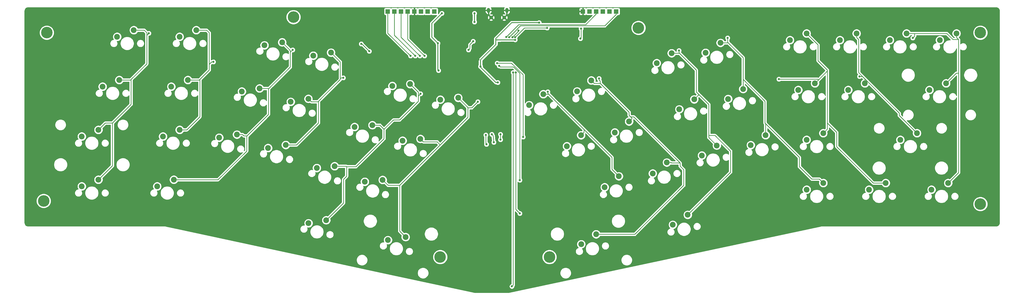
<source format=gtl>
G04 #@! TF.GenerationSoftware,KiCad,Pcbnew,(5.1.2)-1*
G04 #@! TF.CreationDate,2019-07-31T01:32:42-07:00*
G04 #@! TF.ProjectId,arisu,61726973-752e-46b6-9963-61645f706362,1.1*
G04 #@! TF.SameCoordinates,Original*
G04 #@! TF.FileFunction,Copper,L1,Top*
G04 #@! TF.FilePolarity,Positive*
%FSLAX46Y46*%
G04 Gerber Fmt 4.6, Leading zero omitted, Abs format (unit mm)*
G04 Created by KiCad (PCBNEW (5.1.2)-1) date 2019-07-31 01:32:42*
%MOMM*%
%LPD*%
G04 APERTURE LIST*
%ADD10C,2.200000*%
%ADD11C,4.400000*%
%ADD12C,1.450000*%
%ADD13O,1.200000X1.900000*%
%ADD14R,1.700000X1.700000*%
%ADD15C,0.800000*%
%ADD16C,0.375000*%
%ADD17C,0.250000*%
%ADD18C,0.254000*%
G04 APERTURE END LIST*
D10*
X381421479Y-45546218D03*
X375071479Y-48086218D03*
X354435890Y-102696203D03*
X348085890Y-105236203D03*
X324278390Y-105236203D03*
X330628390Y-102696203D03*
X371898390Y-105236203D03*
X378248390Y-102696203D03*
X238314030Y-126078854D03*
X243997171Y-122274120D03*
X359990229Y-86186218D03*
X366340229Y-83646218D03*
X371102729Y-67136218D03*
X377452729Y-64596218D03*
X362371479Y-45546218D03*
X356021479Y-48086218D03*
X346496479Y-64596218D03*
X340146479Y-67136218D03*
X343321479Y-45546218D03*
X336971479Y-48086218D03*
X330621479Y-83646218D03*
X324271479Y-86186218D03*
X327446479Y-64596218D03*
X321096479Y-67136218D03*
X324271479Y-45546218D03*
X317921479Y-48086218D03*
X273256388Y-118654123D03*
X278939529Y-114849389D03*
X308659649Y-84405855D03*
X302976508Y-88210589D03*
X300042149Y-66765855D03*
X294359008Y-70570589D03*
X291422149Y-49125855D03*
X285739008Y-52930589D03*
X290025939Y-88366575D03*
X284342798Y-92171309D03*
X281408439Y-70726575D03*
X275725298Y-74531309D03*
X272788439Y-53086575D03*
X267105298Y-56891309D03*
X270984430Y-94851956D03*
X265580538Y-99043857D03*
X256574430Y-79171956D03*
X251170538Y-83363857D03*
X242168413Y-63487401D03*
X236764521Y-67679302D03*
X252674430Y-100101956D03*
X247270538Y-104293857D03*
X238264430Y-84421956D03*
X232860538Y-88613857D03*
X223858413Y-68737401D03*
X218454521Y-72929302D03*
X164612670Y-124496505D03*
X171352003Y-123332249D03*
X162602997Y-101513530D03*
X155798867Y-102204837D03*
X177002997Y-85823530D03*
X170198867Y-86514837D03*
X191407997Y-70138530D03*
X184603867Y-70829837D03*
X141075933Y-116896801D03*
X134336600Y-118061056D03*
X144292997Y-96263530D03*
X137488867Y-96954837D03*
X158692997Y-80573530D03*
X151888867Y-81264837D03*
X173097997Y-64888530D03*
X166293867Y-65579837D03*
X125657766Y-88141478D03*
X118918433Y-89305733D03*
X134277766Y-70501478D03*
X127538433Y-71665733D03*
X142897766Y-52861478D03*
X136158433Y-54025733D03*
X76621833Y-103960157D03*
X82971833Y-101420157D03*
X107027766Y-84181478D03*
X100288433Y-85345733D03*
X115647766Y-66541478D03*
X108908433Y-67705733D03*
X124267766Y-48901478D03*
X117528433Y-50065733D03*
X85175583Y-82370157D03*
X78825583Y-84910157D03*
X88345583Y-63320157D03*
X81995583Y-65860157D03*
X91515583Y-44270157D03*
X85165583Y-46810157D03*
X47871833Y-103960157D03*
X54221833Y-101420157D03*
X47871833Y-84910157D03*
X54221833Y-82370157D03*
X55799333Y-65860157D03*
X62149333Y-63320157D03*
X61358083Y-46810157D03*
X67708083Y-44270157D03*
D11*
X226219700Y-130969300D03*
X390526640Y-110728590D03*
D12*
X203966235Y-39423670D03*
X208966235Y-39423670D03*
D13*
X202966235Y-36723670D03*
X209966235Y-36723670D03*
D14*
X251682380Y-37131670D03*
X249142380Y-37131670D03*
X246602380Y-37131670D03*
X244062380Y-37131670D03*
X241522380Y-37131670D03*
X238982380Y-37131670D03*
X172180380Y-37131670D03*
X169640380Y-37131670D03*
X167100380Y-37131670D03*
X164560380Y-37131670D03*
X182340380Y-37131670D03*
X177260380Y-37131670D03*
X179800380Y-37131670D03*
X174720380Y-37131670D03*
D11*
X34528270Y-45243940D03*
X33337640Y-109537960D03*
X128588040Y-39290790D03*
X184547650Y-130969300D03*
X260149165Y-43410699D03*
X390526640Y-45243940D03*
D15*
X210820000Y-52070000D03*
X218440000Y-46736000D03*
X212090000Y-38100000D03*
X214122000Y-38100000D03*
X199136002Y-50800000D03*
X211328000Y-62230000D03*
X197104000Y-66802000D03*
X194818000Y-41148000D03*
X190246000Y-48260000D03*
X190246000Y-50292000D03*
X228854000Y-38565780D03*
X199148614Y-55532822D03*
X213137700Y-47974300D03*
X197612000Y-37846000D03*
X197612000Y-41148000D03*
X222268025Y-41420025D03*
X206502000Y-64262000D03*
X199934050Y-58166000D03*
X185166000Y-37846000D03*
X183642013Y-49275987D03*
X183896000Y-59690000D03*
X206248000Y-56896000D03*
X216154000Y-85090000D03*
X207010000Y-57912000D03*
X214884000Y-101600000D03*
X213360000Y-60452000D03*
X214884000Y-114300000D03*
X212344000Y-60452000D03*
X211891427Y-142184573D03*
X210820000Y-46990000D03*
X238252000Y-43688000D03*
X245110000Y-62738000D03*
X237998000Y-47498000D03*
X209725847Y-46911847D03*
X225298000Y-43434000D03*
X213105511Y-46974816D03*
X178562000Y-54102000D03*
X176784000Y-54102000D03*
X175006000Y-54102000D03*
X173228000Y-54102000D03*
X157480000Y-52324000D03*
X154432000Y-49530000D03*
X73406000Y-45466000D03*
X98044000Y-56388000D03*
X197104000Y-48514000D03*
X195326000Y-51816000D03*
X128270000Y-51816000D03*
X147574000Y-62484000D03*
X177038000Y-68580000D03*
X198882000Y-71628000D03*
X225552000Y-67818000D03*
X275590000Y-52070000D03*
X294132000Y-47244000D03*
X212077511Y-46977511D03*
X214375986Y-44450000D03*
X201930000Y-84328000D03*
X202184000Y-87884000D03*
X313690000Y-62992000D03*
X204216000Y-84074000D03*
X344424000Y-61976000D03*
X204978000Y-87122000D03*
X207518000Y-84074000D03*
X364744000Y-47244000D03*
X207518000Y-86106000D03*
D16*
X197612000Y-37846000D02*
X197612000Y-41148000D01*
X199934050Y-58166000D02*
X199934050Y-58456050D01*
X199934050Y-58456050D02*
X205740000Y-64262000D01*
X205740000Y-64262000D02*
X206502000Y-64262000D01*
X181356000Y-46989974D02*
X183642013Y-49275987D01*
X185166000Y-37846000D02*
X181356000Y-41656000D01*
X181356000Y-41656000D02*
X181356000Y-46989974D01*
X183642013Y-49275987D02*
X183642013Y-59436013D01*
X183642013Y-59436013D02*
X183896000Y-59690000D01*
X207549700Y-47974300D02*
X213137700Y-47974300D01*
X207518000Y-48006000D02*
X207549700Y-47974300D01*
X199934050Y-55589950D02*
X199934050Y-58166000D01*
X205740000Y-49784000D02*
X199934050Y-55589950D01*
X207518000Y-48006000D02*
X205740000Y-48006000D01*
X205740000Y-48006000D02*
X205740000Y-49784000D01*
X205740000Y-47498000D02*
X205740000Y-48006000D01*
X222268025Y-41420025D02*
X211817975Y-41420025D01*
X211817975Y-41420025D02*
X205740000Y-47498000D01*
D17*
X216154000Y-61339590D02*
X216154000Y-85090000D01*
X211710410Y-56896000D02*
X216154000Y-61339590D01*
X206248000Y-56896000D02*
X211710410Y-56896000D01*
X207409999Y-58311999D02*
X212489999Y-58311999D01*
X207010000Y-57912000D02*
X207409999Y-58311999D01*
X214884000Y-60706000D02*
X214884000Y-101600000D01*
X212489999Y-58311999D02*
X214884000Y-60706000D01*
X213360000Y-112776000D02*
X214884000Y-114300000D01*
X213360000Y-60452000D02*
X213360000Y-112776000D01*
X212344000Y-141732000D02*
X211891427Y-142184573D01*
X212344000Y-60452000D02*
X212344000Y-141732000D01*
X215138986Y-42614010D02*
X247300040Y-42614010D01*
X213650998Y-44159002D02*
X213650998Y-44101998D01*
X213650998Y-44101998D02*
X215138986Y-42614010D01*
X210820000Y-46990000D02*
X213650998Y-44159002D01*
X251682380Y-38231670D02*
X251682380Y-37131670D01*
X247300040Y-42614010D02*
X251682380Y-38231670D01*
X258727480Y-122274120D02*
X243997171Y-122274120D01*
X276001274Y-96216144D02*
X277416790Y-97631660D01*
X276001274Y-95025514D02*
X276001274Y-96216144D01*
X258366710Y-77390950D02*
X276001274Y-95025514D01*
X243268412Y-64587400D02*
X245563160Y-64587400D01*
X277416790Y-103584810D02*
X258727480Y-122274120D01*
X242168413Y-63487401D02*
X243268412Y-64587400D01*
X277416790Y-97631660D02*
X277416790Y-103584810D01*
X245563160Y-64587400D02*
X256574430Y-75598670D01*
X256574430Y-75598670D02*
X256574430Y-76789300D01*
X256574430Y-76789300D02*
X257176080Y-77390950D01*
X257176080Y-77390950D02*
X258366710Y-77390950D01*
X257674429Y-78071957D02*
X256574430Y-79171956D01*
X257674429Y-77889299D02*
X257674429Y-78071957D01*
X257176080Y-77390950D02*
X257674429Y-77889299D01*
X272713622Y-95025514D02*
X276001274Y-95025514D01*
X272540064Y-94851956D02*
X272713622Y-95025514D01*
X270984430Y-94851956D02*
X272540064Y-94851956D01*
X245563160Y-63756845D02*
X245563160Y-64587400D01*
X245110000Y-63303685D02*
X245563160Y-63756845D01*
X245110000Y-62738000D02*
X245110000Y-63303685D01*
X238252000Y-45720000D02*
X238252000Y-47244000D01*
X238252000Y-43688000D02*
X238252000Y-45720000D01*
X238252000Y-47244000D02*
X237998000Y-47498000D01*
X244062380Y-37131670D02*
X244062380Y-38116930D01*
X240015310Y-42164000D02*
X242943655Y-39235655D01*
X214473694Y-42164000D02*
X240015310Y-42164000D01*
X209725847Y-46911847D02*
X214473694Y-42164000D01*
X244062380Y-38116930D02*
X242943655Y-39235655D01*
X242943655Y-39235655D02*
X242888520Y-39290790D01*
X225298000Y-43434000D02*
X216719004Y-43434000D01*
X216719004Y-43434000D02*
X213578187Y-46574817D01*
X213505510Y-46574817D02*
X213105511Y-46974816D01*
X213578187Y-46574817D02*
X213505510Y-46574817D01*
X172180380Y-47720380D02*
X172180380Y-37131670D01*
X178562000Y-54102000D02*
X172180380Y-47720380D01*
X169640380Y-46958380D02*
X169640380Y-37131670D01*
X176784000Y-54102000D02*
X169640380Y-46958380D01*
X167100380Y-46196380D02*
X167100380Y-37131670D01*
X175006000Y-54102000D02*
X167100380Y-46196380D01*
X164560380Y-45434380D02*
X164560380Y-37131670D01*
X173228000Y-54102000D02*
X164560380Y-45434380D01*
X59531500Y-96110490D02*
X54221833Y-101420157D01*
X59531500Y-79772210D02*
X59531500Y-96110490D01*
X71654647Y-44270157D02*
X72628430Y-45243940D01*
X67708083Y-44270157D02*
X71654647Y-44270157D01*
X72628430Y-57150240D02*
X66675280Y-63103390D01*
X66675280Y-63103390D02*
X66675280Y-72628430D01*
X66675280Y-72628430D02*
X59531500Y-79772210D01*
X56819780Y-79772210D02*
X54221833Y-82370157D01*
X59531500Y-79772210D02*
X56819780Y-79772210D01*
X66458513Y-63320157D02*
X62149333Y-63320157D01*
X66675280Y-63103390D02*
X66458513Y-63320157D01*
X157480000Y-52324000D02*
X154686000Y-49530000D01*
X154686000Y-49530000D02*
X154432000Y-49530000D01*
X72628430Y-46243570D02*
X72628430Y-46720430D01*
X73406000Y-45466000D02*
X72628430Y-46243570D01*
X72628430Y-45243940D02*
X72628430Y-46720430D01*
X72628430Y-46720430D02*
X72628430Y-57150240D01*
X87889933Y-82370157D02*
X85175583Y-82370157D01*
X95467247Y-44270157D02*
X96441030Y-45243940D01*
X91515583Y-44270157D02*
X95467247Y-44270157D01*
X96441030Y-59531500D02*
X92869140Y-63103390D01*
X92869140Y-63103390D02*
X92869140Y-77390950D01*
X92869140Y-77390950D02*
X87889933Y-82370157D01*
X92652373Y-63320157D02*
X88345583Y-63320157D01*
X92869140Y-63103390D02*
X92652373Y-63320157D01*
X97378060Y-56388000D02*
X96441030Y-57325030D01*
X98044000Y-56388000D02*
X97378060Y-56388000D01*
X96441030Y-45243940D02*
X96441030Y-57325030D01*
X96441030Y-57325030D02*
X96441030Y-59531500D01*
X124267766Y-48901478D02*
X127397410Y-52031122D01*
X127397410Y-58340870D02*
X119063000Y-66675280D01*
X119063000Y-66675280D02*
X119063000Y-76487454D01*
X110728590Y-84821864D02*
X110728590Y-90487880D01*
X99796313Y-101420157D02*
X82971833Y-101420157D01*
X110728590Y-90487880D02*
X99796313Y-101420157D01*
X118929198Y-66541478D02*
X119063000Y-66675280D01*
X115647766Y-66541478D02*
X118929198Y-66541478D01*
X107027766Y-84181478D02*
X109184708Y-84181478D01*
X109681527Y-84678297D02*
X110872157Y-84678297D01*
X109184708Y-84181478D02*
X109681527Y-84678297D01*
X119063000Y-76487454D02*
X110872157Y-84678297D01*
X110872157Y-84678297D02*
X110728590Y-84821864D01*
X197104000Y-48514000D02*
X195834000Y-49784000D01*
X195834000Y-49784000D02*
X195834000Y-51308000D01*
X195834000Y-51308000D02*
X195326000Y-51816000D01*
X127397410Y-52688590D02*
X127397410Y-53450590D01*
X128270000Y-51816000D02*
X127397410Y-52688590D01*
X127397410Y-52031122D02*
X127397410Y-53450590D01*
X127397410Y-53450590D02*
X127397410Y-58340870D01*
X129743812Y-88141478D02*
X125657766Y-88141478D01*
X138113080Y-79772210D02*
X129743812Y-88141478D01*
X138113080Y-71437800D02*
X138113080Y-79772210D01*
X146447490Y-63103390D02*
X138113080Y-71437800D01*
X142897766Y-52861478D02*
X146447490Y-56411202D01*
X135377765Y-71601477D02*
X137949403Y-71601477D01*
X134277766Y-70501478D02*
X135377765Y-71601477D01*
X137949403Y-71601477D02*
X138113080Y-71437800D01*
X146812000Y-62484000D02*
X146447490Y-62848510D01*
X147574000Y-62484000D02*
X146812000Y-62484000D01*
X146447490Y-56411202D02*
X146447490Y-62848510D01*
X146447490Y-62848510D02*
X146447490Y-63103390D01*
X163116310Y-82153470D02*
X163116310Y-85725360D01*
X163116310Y-85725360D02*
X152400640Y-96441030D01*
X166688200Y-78581580D02*
X163116310Y-82153470D01*
X169069460Y-78581580D02*
X166688200Y-78581580D01*
X176213240Y-71437800D02*
X169069460Y-78581580D01*
X173097997Y-64888530D02*
X176213240Y-68003773D01*
X148828750Y-100091474D02*
X147638120Y-101282104D01*
X152400640Y-96441030D02*
X148828750Y-96441030D01*
X148828750Y-96441030D02*
X148828750Y-100091474D01*
X147638120Y-101282104D02*
X147638120Y-110334614D01*
X147638120Y-110334614D02*
X141075933Y-116896801D01*
X148651250Y-96263530D02*
X148828750Y-96441030D01*
X144292997Y-96263530D02*
X148651250Y-96263530D01*
X161536370Y-80573530D02*
X163116310Y-82153470D01*
X158692997Y-80573530D02*
X161536370Y-80573530D01*
X176213240Y-69404760D02*
X176213240Y-70295240D01*
X177038000Y-68580000D02*
X176213240Y-69404760D01*
X176213240Y-68003773D02*
X176213240Y-70295240D01*
X176213240Y-70295240D02*
X176213240Y-71437800D01*
X169069460Y-121049706D02*
X171352003Y-123332249D01*
X169069460Y-103584810D02*
X169069460Y-121049706D01*
X191407997Y-70138530D02*
X195088527Y-73819060D01*
X164674277Y-103584810D02*
X162602997Y-101513530D01*
X169069460Y-103584810D02*
X164674277Y-103584810D01*
X183364559Y-86923529D02*
X184547650Y-88106620D01*
X178102996Y-86923529D02*
X183364559Y-86923529D01*
X177002997Y-85823530D02*
X178102996Y-86923529D01*
X195088527Y-77565743D02*
X184547650Y-88106620D01*
X184547650Y-88106620D02*
X169069460Y-103584810D01*
X196579473Y-73930527D02*
X195088527Y-73930527D01*
X198882000Y-71628000D02*
X196579473Y-73930527D01*
X195088527Y-73819060D02*
X195088527Y-73930527D01*
X195088527Y-73930527D02*
X195088527Y-77565743D01*
X250032300Y-97459826D02*
X252674430Y-100101956D01*
X250032300Y-92869140D02*
X250032300Y-97459826D01*
X223858413Y-68737401D02*
X225900561Y-68737401D01*
X239364429Y-83321957D02*
X238264430Y-84421956D01*
X239364429Y-82201269D02*
X239364429Y-83321957D01*
X239316630Y-82153470D02*
X239364429Y-82201269D01*
X239316630Y-82153470D02*
X250032300Y-92869140D01*
X225900561Y-68737401D02*
X239316630Y-82153470D01*
X225900561Y-68732246D02*
X225900561Y-68737401D01*
X225552000Y-68383685D02*
X225900561Y-68732246D01*
X225552000Y-67818000D02*
X225552000Y-68383685D01*
X272788439Y-53086575D02*
X275734385Y-53086575D01*
X282179310Y-59531500D02*
X282179310Y-67865910D01*
X286941830Y-85282466D02*
X290025939Y-88366575D01*
X286941830Y-84534730D02*
X289323090Y-84534730D01*
X286941830Y-84534730D02*
X286941830Y-85282466D01*
X286941830Y-72628430D02*
X286941830Y-84534730D01*
X289323090Y-84534730D02*
X295276240Y-90487880D01*
X295276240Y-98512678D02*
X278939529Y-114849389D01*
X295276240Y-90487880D02*
X295276240Y-98512678D01*
X275734385Y-53086575D02*
X275915905Y-53268095D01*
X275915905Y-53268095D02*
X282179310Y-59531500D01*
X275590000Y-52942190D02*
X275915905Y-53268095D01*
X275590000Y-52070000D02*
X275590000Y-52942190D01*
X283015714Y-69119300D02*
X281408439Y-70726575D01*
X283432700Y-69119300D02*
X283015714Y-69119300D01*
X283432700Y-69119300D02*
X286941830Y-72628430D01*
X282179310Y-67865910D02*
X283432700Y-69119300D01*
X291422149Y-49125855D02*
X294395635Y-49125855D01*
X300042149Y-54772369D02*
X300042149Y-63106779D01*
X300042149Y-63106779D02*
X308373170Y-71437800D01*
X308373170Y-71437800D02*
X308373170Y-79772210D01*
X308373170Y-79772210D02*
X321470100Y-92869140D01*
X321470100Y-92869140D02*
X321470100Y-96441030D01*
X321470100Y-96441030D02*
X326232620Y-101203550D01*
X329135737Y-101203550D02*
X330628390Y-102696203D01*
X326232620Y-101203550D02*
X329135737Y-101203550D01*
X308659649Y-80058689D02*
X308659649Y-84405855D01*
X308373170Y-79772210D02*
X308659649Y-80058689D01*
X300042149Y-63106779D02*
X300042149Y-66765855D01*
X294132000Y-48862220D02*
X294592890Y-49323110D01*
X294132000Y-47244000D02*
X294132000Y-48862220D01*
X294395635Y-49125855D02*
X294592890Y-49323110D01*
X294592890Y-49323110D02*
X300042149Y-54772369D01*
X214375986Y-44679036D02*
X214375986Y-44450000D01*
X212077511Y-46977511D02*
X214375986Y-44679036D01*
X349671464Y-102696203D02*
X335757660Y-88782399D01*
X354435890Y-102696203D02*
X349671464Y-102696203D01*
X335757660Y-88782399D02*
X335757660Y-83344100D01*
X335757660Y-83344100D02*
X332185770Y-79772210D01*
X332185770Y-79772210D02*
X332185770Y-59531500D01*
X332185770Y-59531500D02*
X328613880Y-55959610D01*
X328613880Y-49888619D02*
X324271479Y-45546218D01*
X328613880Y-55959610D02*
X328613880Y-49888619D01*
X332185770Y-59531500D02*
X332185770Y-59856927D01*
X332185770Y-82081927D02*
X330621479Y-83646218D01*
X332185770Y-79772210D02*
X332185770Y-82081927D01*
X201930000Y-84328000D02*
X201930000Y-87630000D01*
X201930000Y-87630000D02*
X202184000Y-87884000D01*
X332185770Y-59856927D02*
X328736348Y-63306348D01*
X328736348Y-63306348D02*
X327446479Y-64596218D01*
X313690000Y-62992000D02*
X328422000Y-62992000D01*
X328422000Y-62992000D02*
X328736348Y-63306348D01*
X359570260Y-76876249D02*
X366340229Y-83646218D01*
X359570260Y-75971751D02*
X359570260Y-76876249D01*
X344092070Y-47872443D02*
X344092070Y-60493561D01*
X343321479Y-45546218D02*
X343321479Y-47101852D01*
X343321479Y-47101852D02*
X344092070Y-47872443D01*
X346496479Y-64596218D02*
X346496479Y-62897971D01*
X344092070Y-60493561D02*
X345396984Y-61798476D01*
X345396984Y-61798476D02*
X359570260Y-75971751D01*
X345574508Y-61976000D02*
X346015254Y-62416746D01*
X344424000Y-61976000D02*
X345574508Y-61976000D01*
X346496479Y-62897971D02*
X346015254Y-62416746D01*
X346015254Y-62416746D02*
X345396984Y-61798476D01*
X204978000Y-87122000D02*
X204724000Y-84582000D01*
X204724000Y-84582000D02*
X204216000Y-84074000D01*
X381421479Y-47101852D02*
X382192230Y-47872603D01*
X381421479Y-45546218D02*
X381421479Y-47101852D01*
X382192230Y-98752363D02*
X378248390Y-102696203D01*
X381326817Y-60722130D02*
X377452729Y-64596218D01*
X382192230Y-60722130D02*
X381326817Y-60722130D01*
X382192230Y-60722130D02*
X382192230Y-98752363D01*
X382192230Y-47872603D02*
X382192230Y-60722130D01*
X380058373Y-47872603D02*
X382192230Y-47872603D01*
X377731988Y-45546218D02*
X380058373Y-47872603D01*
X365425782Y-46562218D02*
X365425782Y-45546218D01*
X364744000Y-47244000D02*
X365425782Y-46562218D01*
X362371479Y-45546218D02*
X365425782Y-45546218D01*
X365425782Y-45546218D02*
X377731988Y-45546218D01*
X207518000Y-84074000D02*
X207518000Y-86106000D01*
D18*
G36*
X201873845Y-35783724D02*
G01*
X201779742Y-36008174D01*
X201731235Y-36246670D01*
X201731235Y-36596670D01*
X202839235Y-36596670D01*
X202839235Y-36576670D01*
X203093235Y-36576670D01*
X203093235Y-36596670D01*
X204201235Y-36596670D01*
X204201235Y-36246670D01*
X204152728Y-36008174D01*
X204058625Y-35783724D01*
X203947890Y-35619530D01*
X208984580Y-35619530D01*
X208873845Y-35783724D01*
X208779742Y-36008174D01*
X208731235Y-36246670D01*
X208731235Y-36596670D01*
X209839235Y-36596670D01*
X209839235Y-36576670D01*
X210093235Y-36576670D01*
X210093235Y-36596670D01*
X211201235Y-36596670D01*
X211201235Y-36281670D01*
X237494308Y-36281670D01*
X237497380Y-36845920D01*
X237656130Y-37004670D01*
X238855380Y-37004670D01*
X238855380Y-35805420D01*
X238696630Y-35646670D01*
X238132380Y-35643598D01*
X238007898Y-35655858D01*
X237888200Y-35692168D01*
X237777886Y-35751133D01*
X237681195Y-35830485D01*
X237601843Y-35927176D01*
X237542878Y-36037490D01*
X237506568Y-36157188D01*
X237494308Y-36281670D01*
X211201235Y-36281670D01*
X211201235Y-36246670D01*
X211152728Y-36008174D01*
X211058625Y-35783724D01*
X210947890Y-35619530D01*
X396445069Y-35619530D01*
X396729689Y-35647437D01*
X396970075Y-35720014D01*
X397191781Y-35837898D01*
X397386367Y-35996598D01*
X397546425Y-36190075D01*
X397665854Y-36410954D01*
X397740107Y-36650827D01*
X397769790Y-36933246D01*
X397769791Y-117837639D01*
X397741883Y-118122269D01*
X397669307Y-118362652D01*
X397551423Y-118584359D01*
X397392719Y-118778950D01*
X397199245Y-118939005D01*
X396978366Y-119058434D01*
X396738491Y-119132687D01*
X396456081Y-119162370D01*
X329834506Y-119162370D01*
X329794730Y-119159002D01*
X329730118Y-119166262D01*
X329665326Y-119172643D01*
X329627114Y-119184235D01*
X210666665Y-144546860D01*
X197720166Y-144546860D01*
X162126615Y-136881585D01*
X175835892Y-136881585D01*
X175835892Y-137307067D01*
X175918900Y-137724375D01*
X176081725Y-138117470D01*
X176318111Y-138471246D01*
X176618972Y-138772107D01*
X176972748Y-139008493D01*
X177365843Y-139171318D01*
X177783151Y-139254326D01*
X178208633Y-139254326D01*
X178625941Y-139171318D01*
X179019036Y-139008493D01*
X179372812Y-138772107D01*
X179673673Y-138471246D01*
X179910059Y-138117470D01*
X180072884Y-137724375D01*
X180155892Y-137307067D01*
X180155892Y-136881585D01*
X180072884Y-136464277D01*
X179910059Y-136071182D01*
X179673673Y-135717406D01*
X179372812Y-135416545D01*
X179019036Y-135180159D01*
X178625941Y-135017334D01*
X178208633Y-134934326D01*
X177783151Y-134934326D01*
X177365843Y-135017334D01*
X176972748Y-135180159D01*
X176618972Y-135416545D01*
X176318111Y-135717406D01*
X176081725Y-136071182D01*
X175918900Y-136464277D01*
X175835892Y-136881585D01*
X162126615Y-136881585D01*
X139149287Y-131933286D01*
X152555979Y-131933286D01*
X152555979Y-132358768D01*
X152638987Y-132776076D01*
X152801812Y-133169171D01*
X153038198Y-133522947D01*
X153339059Y-133823808D01*
X153692835Y-134060194D01*
X154085930Y-134223019D01*
X154503238Y-134306027D01*
X154928720Y-134306027D01*
X155346028Y-134223019D01*
X155739123Y-134060194D01*
X156092899Y-133823808D01*
X156393760Y-133522947D01*
X156630146Y-133169171D01*
X156792971Y-132776076D01*
X156875979Y-132358768D01*
X156875979Y-131933286D01*
X156792971Y-131515978D01*
X156630146Y-131122883D01*
X156393760Y-130769107D01*
X156314730Y-130690077D01*
X181712650Y-130690077D01*
X181712650Y-131248523D01*
X181821598Y-131796239D01*
X182035306Y-132312176D01*
X182345562Y-132776507D01*
X182740443Y-133171388D01*
X183204774Y-133481644D01*
X183720711Y-133695352D01*
X184268427Y-133804300D01*
X184826873Y-133804300D01*
X185374589Y-133695352D01*
X185890526Y-133481644D01*
X186354857Y-133171388D01*
X186749738Y-132776507D01*
X187059994Y-132312176D01*
X187273702Y-131796239D01*
X187382650Y-131248523D01*
X187382650Y-130690077D01*
X187273702Y-130142361D01*
X187059994Y-129626424D01*
X186749738Y-129162093D01*
X186354857Y-128767212D01*
X185890526Y-128456956D01*
X185374589Y-128243248D01*
X184826873Y-128134300D01*
X184268427Y-128134300D01*
X183720711Y-128243248D01*
X183204774Y-128456956D01*
X182740443Y-128767212D01*
X182345562Y-129162093D01*
X182035306Y-129626424D01*
X181821598Y-130142361D01*
X181712650Y-130690077D01*
X156314730Y-130690077D01*
X156092899Y-130468246D01*
X155739123Y-130231860D01*
X155346028Y-130069035D01*
X154928720Y-129986027D01*
X154503238Y-129986027D01*
X154085930Y-130069035D01*
X153692835Y-130231860D01*
X153339059Y-130468246D01*
X153038198Y-130769107D01*
X152801812Y-131122883D01*
X152638987Y-131515978D01*
X152555979Y-131933286D01*
X139149287Y-131933286D01*
X114248188Y-126570692D01*
X161357327Y-126570692D01*
X161357327Y-126863212D01*
X161414395Y-127150110D01*
X161526337Y-127420363D01*
X161688852Y-127663584D01*
X161895695Y-127870427D01*
X162138916Y-128032942D01*
X162409169Y-128144884D01*
X162696067Y-128201952D01*
X162988587Y-128201952D01*
X163275485Y-128144884D01*
X163545738Y-128032942D01*
X163788959Y-127870427D01*
X163995802Y-127663584D01*
X164096006Y-127513618D01*
X165176317Y-127513618D01*
X165176317Y-128032668D01*
X165277578Y-128541744D01*
X165476210Y-129021284D01*
X165764579Y-129452858D01*
X166131602Y-129819881D01*
X166563176Y-130108250D01*
X167042716Y-130306882D01*
X167551792Y-130408143D01*
X168070842Y-130408143D01*
X168579918Y-130306882D01*
X169059458Y-130108250D01*
X169491032Y-129819881D01*
X169858055Y-129452858D01*
X170146424Y-129021284D01*
X170286514Y-128683075D01*
X171295307Y-128683075D01*
X171295307Y-128975595D01*
X171352375Y-129262493D01*
X171464317Y-129532746D01*
X171626832Y-129775967D01*
X171833675Y-129982810D01*
X172076896Y-130145325D01*
X172347149Y-130257267D01*
X172634047Y-130314335D01*
X172926567Y-130314335D01*
X173213465Y-130257267D01*
X173483718Y-130145325D01*
X173726939Y-129982810D01*
X173933782Y-129775967D01*
X174096297Y-129532746D01*
X174208239Y-129262493D01*
X174265307Y-128975595D01*
X174265307Y-128683075D01*
X174208239Y-128396177D01*
X174096297Y-128125924D01*
X173933782Y-127882703D01*
X173726939Y-127675860D01*
X173483718Y-127513345D01*
X173213465Y-127401403D01*
X172926567Y-127344335D01*
X172634047Y-127344335D01*
X172347149Y-127401403D01*
X172076896Y-127513345D01*
X171833675Y-127675860D01*
X171626832Y-127882703D01*
X171464317Y-128125924D01*
X171352375Y-128396177D01*
X171295307Y-128683075D01*
X170286514Y-128683075D01*
X170345056Y-128541744D01*
X170446317Y-128032668D01*
X170446317Y-127513618D01*
X170345056Y-127004542D01*
X170146424Y-126525002D01*
X169858055Y-126093428D01*
X169491032Y-125726405D01*
X169059458Y-125438036D01*
X168579918Y-125239404D01*
X168070842Y-125138143D01*
X167551792Y-125138143D01*
X167042716Y-125239404D01*
X166563176Y-125438036D01*
X166131602Y-125726405D01*
X165764579Y-126093428D01*
X165476210Y-126525002D01*
X165277578Y-127004542D01*
X165176317Y-127513618D01*
X164096006Y-127513618D01*
X164158317Y-127420363D01*
X164270259Y-127150110D01*
X164327327Y-126863212D01*
X164327327Y-126570692D01*
X164270259Y-126283794D01*
X164231254Y-126189627D01*
X164441787Y-126231505D01*
X164783553Y-126231505D01*
X165118751Y-126164830D01*
X165434501Y-126034042D01*
X165718668Y-125844168D01*
X165960333Y-125602503D01*
X166150207Y-125318336D01*
X166280995Y-125002586D01*
X166347670Y-124667388D01*
X166347670Y-124325622D01*
X166280995Y-123990424D01*
X166150207Y-123674674D01*
X165960333Y-123390507D01*
X165718668Y-123148842D01*
X165434501Y-122958968D01*
X165118751Y-122828180D01*
X164783553Y-122761505D01*
X164441787Y-122761505D01*
X164106589Y-122828180D01*
X163790839Y-122958968D01*
X163506672Y-123148842D01*
X163265007Y-123390507D01*
X163075133Y-123674674D01*
X162944345Y-123990424D01*
X162877670Y-124325622D01*
X162877670Y-124667388D01*
X162944345Y-125002586D01*
X163043910Y-125242956D01*
X162988587Y-125231952D01*
X162696067Y-125231952D01*
X162409169Y-125289020D01*
X162138916Y-125400962D01*
X161895695Y-125563477D01*
X161688852Y-125770320D01*
X161526337Y-126013541D01*
X161414395Y-126283794D01*
X161357327Y-126570692D01*
X114248188Y-126570692D01*
X84365308Y-120135243D01*
X131081257Y-120135243D01*
X131081257Y-120427763D01*
X131138325Y-120714661D01*
X131250267Y-120984914D01*
X131412782Y-121228135D01*
X131619625Y-121434978D01*
X131862846Y-121597493D01*
X132133099Y-121709435D01*
X132419997Y-121766503D01*
X132712517Y-121766503D01*
X132999415Y-121709435D01*
X133269668Y-121597493D01*
X133512889Y-121434978D01*
X133719732Y-121228135D01*
X133819935Y-121078170D01*
X134900247Y-121078170D01*
X134900247Y-121597220D01*
X135001508Y-122106296D01*
X135200140Y-122585836D01*
X135488509Y-123017410D01*
X135855532Y-123384433D01*
X136287106Y-123672802D01*
X136766646Y-123871434D01*
X137275722Y-123972695D01*
X137794772Y-123972695D01*
X138303848Y-123871434D01*
X138783388Y-123672802D01*
X139214962Y-123384433D01*
X139581985Y-123017410D01*
X139870354Y-122585836D01*
X140010445Y-122247626D01*
X141019237Y-122247626D01*
X141019237Y-122540146D01*
X141076305Y-122827044D01*
X141188247Y-123097297D01*
X141350762Y-123340518D01*
X141557605Y-123547361D01*
X141800826Y-123709876D01*
X142071079Y-123821818D01*
X142357977Y-123878886D01*
X142650497Y-123878886D01*
X142937395Y-123821818D01*
X143207648Y-123709876D01*
X143450869Y-123547361D01*
X143657712Y-123340518D01*
X143820227Y-123097297D01*
X143932169Y-122827044D01*
X143989237Y-122540146D01*
X143989237Y-122247626D01*
X143932169Y-121960728D01*
X143820227Y-121690475D01*
X143657712Y-121447254D01*
X143450869Y-121240411D01*
X143207648Y-121077896D01*
X142937395Y-120965954D01*
X142650497Y-120908886D01*
X142357977Y-120908886D01*
X142071079Y-120965954D01*
X141800826Y-121077896D01*
X141557605Y-121240411D01*
X141350762Y-121447254D01*
X141188247Y-121690475D01*
X141076305Y-121960728D01*
X141019237Y-122247626D01*
X140010445Y-122247626D01*
X140068986Y-122106296D01*
X140170247Y-121597220D01*
X140170247Y-121078170D01*
X140068986Y-120569094D01*
X139870354Y-120089554D01*
X139581985Y-119657980D01*
X139214962Y-119290957D01*
X138783388Y-119002588D01*
X138303848Y-118803956D01*
X137794772Y-118702695D01*
X137275722Y-118702695D01*
X136766646Y-118803956D01*
X136287106Y-119002588D01*
X135855532Y-119290957D01*
X135488509Y-119657980D01*
X135200140Y-120089554D01*
X135001508Y-120569094D01*
X134900247Y-121078170D01*
X133819935Y-121078170D01*
X133882247Y-120984914D01*
X133994189Y-120714661D01*
X134051257Y-120427763D01*
X134051257Y-120135243D01*
X133994189Y-119848345D01*
X133955184Y-119754178D01*
X134165717Y-119796056D01*
X134507483Y-119796056D01*
X134842681Y-119729381D01*
X135158431Y-119598593D01*
X135442598Y-119408719D01*
X135684263Y-119167054D01*
X135874137Y-118882887D01*
X136004925Y-118567137D01*
X136071600Y-118231939D01*
X136071600Y-117890173D01*
X136004925Y-117554975D01*
X135874137Y-117239225D01*
X135684263Y-116955058D01*
X135455123Y-116725918D01*
X139340933Y-116725918D01*
X139340933Y-117067684D01*
X139407608Y-117402882D01*
X139538396Y-117718632D01*
X139728270Y-118002799D01*
X139969935Y-118244464D01*
X140254102Y-118434338D01*
X140569852Y-118565126D01*
X140905050Y-118631801D01*
X141246816Y-118631801D01*
X141582014Y-118565126D01*
X141897764Y-118434338D01*
X142181931Y-118244464D01*
X142423596Y-118002799D01*
X142613470Y-117718632D01*
X142744258Y-117402882D01*
X142810933Y-117067684D01*
X142810933Y-116979533D01*
X155249553Y-116979533D01*
X155249553Y-117498583D01*
X155350814Y-118007659D01*
X155549446Y-118487199D01*
X155837815Y-118918773D01*
X156204838Y-119285796D01*
X156636412Y-119574165D01*
X157115952Y-119772797D01*
X157625028Y-119874058D01*
X158144078Y-119874058D01*
X158653154Y-119772797D01*
X159132694Y-119574165D01*
X159564268Y-119285796D01*
X159931291Y-118918773D01*
X160219660Y-118487199D01*
X160418292Y-118007659D01*
X160519553Y-117498583D01*
X160519553Y-116979533D01*
X160418292Y-116470457D01*
X160219660Y-115990917D01*
X159931291Y-115559343D01*
X159564268Y-115192320D01*
X159132694Y-114903951D01*
X158653154Y-114705319D01*
X158144078Y-114604058D01*
X157625028Y-114604058D01*
X157115952Y-114705319D01*
X156636412Y-114903951D01*
X156204838Y-115192320D01*
X155837815Y-115559343D01*
X155549446Y-115990917D01*
X155350814Y-116470457D01*
X155249553Y-116979533D01*
X142810933Y-116979533D01*
X142810933Y-116725918D01*
X142744258Y-116390720D01*
X142718647Y-116328889D01*
X148149123Y-110898413D01*
X148178121Y-110874615D01*
X148273094Y-110758890D01*
X148343666Y-110626861D01*
X148387123Y-110483600D01*
X148398120Y-110371947D01*
X148398120Y-110371937D01*
X148401796Y-110334614D01*
X148398120Y-110297291D01*
X148398120Y-104150123D01*
X152392945Y-104150123D01*
X152392945Y-104442643D01*
X152450013Y-104729541D01*
X152561955Y-104999794D01*
X152724470Y-105243015D01*
X152931313Y-105449858D01*
X153174534Y-105612373D01*
X153444787Y-105724315D01*
X153731685Y-105781383D01*
X154024205Y-105781383D01*
X154311103Y-105724315D01*
X154581356Y-105612373D01*
X154824577Y-105449858D01*
X154837340Y-105437095D01*
X156126155Y-105437095D01*
X156126155Y-105956145D01*
X156227416Y-106465221D01*
X156426048Y-106944761D01*
X156714417Y-107376335D01*
X157081440Y-107743358D01*
X157513014Y-108031727D01*
X157992554Y-108230359D01*
X158501630Y-108331620D01*
X159020680Y-108331620D01*
X159529756Y-108230359D01*
X160009296Y-108031727D01*
X160440870Y-107743358D01*
X160807893Y-107376335D01*
X161092361Y-106950598D01*
X162159364Y-106950598D01*
X162159364Y-107243118D01*
X162216432Y-107530016D01*
X162328374Y-107800269D01*
X162490889Y-108043490D01*
X162697732Y-108250333D01*
X162940953Y-108412848D01*
X163211206Y-108524790D01*
X163498104Y-108581858D01*
X163790624Y-108581858D01*
X164077522Y-108524790D01*
X164347775Y-108412848D01*
X164590996Y-108250333D01*
X164797839Y-108043490D01*
X164960354Y-107800269D01*
X165072296Y-107530016D01*
X165129364Y-107243118D01*
X165129364Y-106950598D01*
X165072296Y-106663700D01*
X164960354Y-106393447D01*
X164797839Y-106150226D01*
X164590996Y-105943383D01*
X164347775Y-105780868D01*
X164077522Y-105668926D01*
X163790624Y-105611858D01*
X163498104Y-105611858D01*
X163211206Y-105668926D01*
X162940953Y-105780868D01*
X162697732Y-105943383D01*
X162490889Y-106150226D01*
X162328374Y-106393447D01*
X162216432Y-106663700D01*
X162159364Y-106950598D01*
X161092361Y-106950598D01*
X161096262Y-106944761D01*
X161294894Y-106465221D01*
X161396155Y-105956145D01*
X161396155Y-105437095D01*
X161294894Y-104928019D01*
X161096262Y-104448479D01*
X160807893Y-104016905D01*
X160440870Y-103649882D01*
X160009296Y-103361513D01*
X159529756Y-103162881D01*
X159020680Y-103061620D01*
X158501630Y-103061620D01*
X157992554Y-103162881D01*
X157513014Y-103361513D01*
X157081440Y-103649882D01*
X156714417Y-104016905D01*
X156426048Y-104448479D01*
X156227416Y-104928019D01*
X156126155Y-105437095D01*
X154837340Y-105437095D01*
X155031420Y-105243015D01*
X155193935Y-104999794D01*
X155305877Y-104729541D01*
X155362945Y-104442643D01*
X155362945Y-104150123D01*
X155308474Y-103876283D01*
X155627984Y-103939837D01*
X155969750Y-103939837D01*
X156304948Y-103873162D01*
X156620698Y-103742374D01*
X156904865Y-103552500D01*
X157146530Y-103310835D01*
X157336404Y-103026668D01*
X157467192Y-102710918D01*
X157533867Y-102375720D01*
X157533867Y-102033954D01*
X157467192Y-101698756D01*
X157336404Y-101383006D01*
X157309438Y-101342647D01*
X160867997Y-101342647D01*
X160867997Y-101684413D01*
X160934672Y-102019611D01*
X161065460Y-102335361D01*
X161255334Y-102619528D01*
X161496999Y-102861193D01*
X161781166Y-103051067D01*
X162096916Y-103181855D01*
X162432114Y-103248530D01*
X162773880Y-103248530D01*
X163109078Y-103181855D01*
X163170909Y-103156244D01*
X164110478Y-104095813D01*
X164134276Y-104124811D01*
X164250001Y-104219784D01*
X164382030Y-104290356D01*
X164525291Y-104333813D01*
X164636944Y-104344810D01*
X164636953Y-104344810D01*
X164674276Y-104348486D01*
X164711599Y-104344810D01*
X168309460Y-104344810D01*
X168309461Y-121012373D01*
X168305784Y-121049706D01*
X168320458Y-121198691D01*
X168363914Y-121341952D01*
X168434486Y-121473982D01*
X168467427Y-121514120D01*
X168529460Y-121589707D01*
X168558458Y-121613505D01*
X169709289Y-122764337D01*
X169683678Y-122826168D01*
X169617003Y-123161366D01*
X169617003Y-123503132D01*
X169683678Y-123838330D01*
X169814466Y-124154080D01*
X170004340Y-124438247D01*
X170246005Y-124679912D01*
X170530172Y-124869786D01*
X170845922Y-125000574D01*
X171181120Y-125067249D01*
X171522886Y-125067249D01*
X171858084Y-125000574D01*
X172173834Y-124869786D01*
X172458001Y-124679912D01*
X172699666Y-124438247D01*
X172889540Y-124154080D01*
X173020328Y-123838330D01*
X173087003Y-123503132D01*
X173087003Y-123161366D01*
X173020328Y-122826168D01*
X172889540Y-122510418D01*
X172699666Y-122226251D01*
X172458001Y-121984586D01*
X172373061Y-121927831D01*
X178529466Y-121927831D01*
X178529466Y-122446881D01*
X178630727Y-122955957D01*
X178829359Y-123435497D01*
X179117728Y-123867071D01*
X179484751Y-124234094D01*
X179916325Y-124522463D01*
X180395865Y-124721095D01*
X180904941Y-124822356D01*
X181423991Y-124822356D01*
X181933067Y-124721095D01*
X182412607Y-124522463D01*
X182844181Y-124234094D01*
X183211204Y-123867071D01*
X183499573Y-123435497D01*
X183698205Y-122955957D01*
X183799466Y-122446881D01*
X183799466Y-121927831D01*
X183698205Y-121418755D01*
X183499573Y-120939215D01*
X183211204Y-120507641D01*
X182844181Y-120140618D01*
X182412607Y-119852249D01*
X181933067Y-119653617D01*
X181423991Y-119552356D01*
X180904941Y-119552356D01*
X180395865Y-119653617D01*
X179916325Y-119852249D01*
X179484751Y-120140618D01*
X179117728Y-120507641D01*
X178829359Y-120939215D01*
X178630727Y-121418755D01*
X178529466Y-121927831D01*
X172373061Y-121927831D01*
X172173834Y-121794712D01*
X171858084Y-121663924D01*
X171522886Y-121597249D01*
X171181120Y-121597249D01*
X170845922Y-121663924D01*
X170784091Y-121689535D01*
X169829460Y-120734905D01*
X169829460Y-103899611D01*
X185058663Y-88670409D01*
X185087650Y-88646620D01*
X185111439Y-88617633D01*
X185111449Y-88617623D01*
X185111454Y-88617617D01*
X189503010Y-84226061D01*
X200895000Y-84226061D01*
X200895000Y-84429939D01*
X200934774Y-84629898D01*
X201012795Y-84818256D01*
X201126063Y-84987774D01*
X201170000Y-85031711D01*
X201170001Y-87592668D01*
X201166324Y-87630000D01*
X201170001Y-87667333D01*
X201170604Y-87673451D01*
X201149000Y-87782061D01*
X201149000Y-87985939D01*
X201188774Y-88185898D01*
X201266795Y-88374256D01*
X201380063Y-88543774D01*
X201524226Y-88687937D01*
X201693744Y-88801205D01*
X201882102Y-88879226D01*
X202082061Y-88919000D01*
X202285939Y-88919000D01*
X202485898Y-88879226D01*
X202674256Y-88801205D01*
X202843774Y-88687937D01*
X202987937Y-88543774D01*
X203101205Y-88374256D01*
X203179226Y-88185898D01*
X203219000Y-87985939D01*
X203219000Y-87782061D01*
X203179226Y-87582102D01*
X203101205Y-87393744D01*
X202987937Y-87224226D01*
X202843774Y-87080063D01*
X202690000Y-86977315D01*
X202690000Y-85031711D01*
X202733937Y-84987774D01*
X202847205Y-84818256D01*
X202925226Y-84629898D01*
X202965000Y-84429939D01*
X202965000Y-84226061D01*
X202925226Y-84026102D01*
X202902842Y-83972061D01*
X203181000Y-83972061D01*
X203181000Y-84175939D01*
X203220774Y-84375898D01*
X203298795Y-84564256D01*
X203412063Y-84733774D01*
X203556226Y-84877937D01*
X203725744Y-84991205D01*
X203914102Y-85069226D01*
X204010857Y-85088472D01*
X204151595Y-86495852D01*
X204060795Y-86631744D01*
X203982774Y-86820102D01*
X203943000Y-87020061D01*
X203943000Y-87223939D01*
X203982774Y-87423898D01*
X204060795Y-87612256D01*
X204174063Y-87781774D01*
X204318226Y-87925937D01*
X204487744Y-88039205D01*
X204676102Y-88117226D01*
X204876061Y-88157000D01*
X205079939Y-88157000D01*
X205279898Y-88117226D01*
X205468256Y-88039205D01*
X205637774Y-87925937D01*
X205781937Y-87781774D01*
X205895205Y-87612256D01*
X205973226Y-87423898D01*
X206013000Y-87223939D01*
X206013000Y-87020061D01*
X205973226Y-86820102D01*
X205895205Y-86631744D01*
X205781937Y-86462226D01*
X205664021Y-86344310D01*
X205480235Y-84506448D01*
X205473002Y-84433013D01*
X205461947Y-84396571D01*
X205454461Y-84359225D01*
X205440270Y-84325109D01*
X205429545Y-84289753D01*
X205411592Y-84256166D01*
X205396964Y-84220999D01*
X205376390Y-84190308D01*
X205358973Y-84157723D01*
X205334809Y-84128278D01*
X205313605Y-84096648D01*
X205261587Y-84044785D01*
X205251000Y-84034198D01*
X205251000Y-83972061D01*
X206483000Y-83972061D01*
X206483000Y-84175939D01*
X206522774Y-84375898D01*
X206600795Y-84564256D01*
X206714063Y-84733774D01*
X206758000Y-84777711D01*
X206758001Y-85402288D01*
X206714063Y-85446226D01*
X206600795Y-85615744D01*
X206522774Y-85804102D01*
X206483000Y-86004061D01*
X206483000Y-86207939D01*
X206522774Y-86407898D01*
X206600795Y-86596256D01*
X206714063Y-86765774D01*
X206858226Y-86909937D01*
X207027744Y-87023205D01*
X207216102Y-87101226D01*
X207416061Y-87141000D01*
X207619939Y-87141000D01*
X207819898Y-87101226D01*
X208008256Y-87023205D01*
X208177774Y-86909937D01*
X208321937Y-86765774D01*
X208435205Y-86596256D01*
X208513226Y-86407898D01*
X208553000Y-86207939D01*
X208553000Y-86004061D01*
X208513226Y-85804102D01*
X208435205Y-85615744D01*
X208321937Y-85446226D01*
X208278000Y-85402289D01*
X208278000Y-84777711D01*
X208321937Y-84733774D01*
X208435205Y-84564256D01*
X208513226Y-84375898D01*
X208553000Y-84175939D01*
X208553000Y-83972061D01*
X208513226Y-83772102D01*
X208435205Y-83583744D01*
X208321937Y-83414226D01*
X208177774Y-83270063D01*
X208008256Y-83156795D01*
X207819898Y-83078774D01*
X207619939Y-83039000D01*
X207416061Y-83039000D01*
X207216102Y-83078774D01*
X207027744Y-83156795D01*
X206858226Y-83270063D01*
X206714063Y-83414226D01*
X206600795Y-83583744D01*
X206522774Y-83772102D01*
X206483000Y-83972061D01*
X205251000Y-83972061D01*
X205211226Y-83772102D01*
X205133205Y-83583744D01*
X205019937Y-83414226D01*
X204875774Y-83270063D01*
X204706256Y-83156795D01*
X204517898Y-83078774D01*
X204317939Y-83039000D01*
X204114061Y-83039000D01*
X203914102Y-83078774D01*
X203725744Y-83156795D01*
X203556226Y-83270063D01*
X203412063Y-83414226D01*
X203298795Y-83583744D01*
X203220774Y-83772102D01*
X203181000Y-83972061D01*
X202902842Y-83972061D01*
X202847205Y-83837744D01*
X202733937Y-83668226D01*
X202589774Y-83524063D01*
X202420256Y-83410795D01*
X202231898Y-83332774D01*
X202031939Y-83293000D01*
X201828061Y-83293000D01*
X201628102Y-83332774D01*
X201439744Y-83410795D01*
X201270226Y-83524063D01*
X201126063Y-83668226D01*
X201012795Y-83837744D01*
X200934774Y-84026102D01*
X200895000Y-84226061D01*
X189503010Y-84226061D01*
X195599530Y-78129542D01*
X195628528Y-78105744D01*
X195723501Y-77990019D01*
X195794073Y-77857990D01*
X195837530Y-77714729D01*
X195848527Y-77603076D01*
X195848527Y-77603067D01*
X195852203Y-77565744D01*
X195848527Y-77528421D01*
X195848527Y-74690527D01*
X196542151Y-74690527D01*
X196579473Y-74694203D01*
X196616795Y-74690527D01*
X196616806Y-74690527D01*
X196728459Y-74679530D01*
X196871720Y-74636073D01*
X197003749Y-74565501D01*
X197119474Y-74470528D01*
X197143277Y-74441524D01*
X198921802Y-72663000D01*
X198983939Y-72663000D01*
X199183898Y-72623226D01*
X199372256Y-72545205D01*
X199541774Y-72431937D01*
X199685937Y-72287774D01*
X199799205Y-72118256D01*
X199877226Y-71929898D01*
X199917000Y-71729939D01*
X199917000Y-71526061D01*
X199877226Y-71326102D01*
X199799205Y-71137744D01*
X199685937Y-70968226D01*
X199541774Y-70824063D01*
X199372256Y-70710795D01*
X199183898Y-70632774D01*
X198983939Y-70593000D01*
X198780061Y-70593000D01*
X198580102Y-70632774D01*
X198391744Y-70710795D01*
X198222226Y-70824063D01*
X198078063Y-70968226D01*
X197964795Y-71137744D01*
X197886774Y-71326102D01*
X197847000Y-71526061D01*
X197847000Y-71588198D01*
X196264672Y-73170527D01*
X195514797Y-73170527D01*
X193050711Y-70706442D01*
X193076322Y-70644611D01*
X193142997Y-70309413D01*
X193142997Y-69967647D01*
X193076322Y-69632449D01*
X192945534Y-69316699D01*
X192755660Y-69032532D01*
X192513995Y-68790867D01*
X192229828Y-68600993D01*
X191914078Y-68470205D01*
X191578880Y-68403530D01*
X191237114Y-68403530D01*
X190901916Y-68470205D01*
X190586166Y-68600993D01*
X190301999Y-68790867D01*
X190060334Y-69032532D01*
X189870460Y-69316699D01*
X189739672Y-69632449D01*
X189672997Y-69967647D01*
X189672997Y-70309413D01*
X189739672Y-70644611D01*
X189870460Y-70960361D01*
X190060334Y-71244528D01*
X190301999Y-71486193D01*
X190586166Y-71676067D01*
X190901916Y-71806855D01*
X191237114Y-71873530D01*
X191578880Y-71873530D01*
X191914078Y-71806855D01*
X191975909Y-71781244D01*
X194328527Y-74133863D01*
X194328528Y-77250940D01*
X184547650Y-87031819D01*
X183928363Y-86412532D01*
X183904560Y-86383528D01*
X183788835Y-86288555D01*
X183656806Y-86217983D01*
X183513545Y-86174526D01*
X183401892Y-86163529D01*
X183401881Y-86163529D01*
X183364559Y-86159853D01*
X183327237Y-86163529D01*
X178704358Y-86163529D01*
X178737997Y-85994413D01*
X178737997Y-85652647D01*
X178671322Y-85317449D01*
X178540534Y-85001699D01*
X178350660Y-84717532D01*
X178108995Y-84475867D01*
X177824828Y-84285993D01*
X177509078Y-84155205D01*
X177173880Y-84088530D01*
X176832114Y-84088530D01*
X176496916Y-84155205D01*
X176181166Y-84285993D01*
X175896999Y-84475867D01*
X175655334Y-84717532D01*
X175465460Y-85001699D01*
X175334672Y-85317449D01*
X175267997Y-85652647D01*
X175267997Y-85994413D01*
X175334672Y-86329611D01*
X175465460Y-86645361D01*
X175655334Y-86929528D01*
X175896999Y-87171193D01*
X176181166Y-87361067D01*
X176496916Y-87491855D01*
X176832114Y-87558530D01*
X177173880Y-87558530D01*
X177509078Y-87491855D01*
X177567847Y-87467512D01*
X177678720Y-87558503D01*
X177810749Y-87629075D01*
X177954010Y-87672532D01*
X178053622Y-87682343D01*
X178102996Y-87687206D01*
X178140329Y-87683529D01*
X183049758Y-87683529D01*
X183472848Y-88106620D01*
X168754659Y-102824810D01*
X164989079Y-102824810D01*
X164245711Y-102081442D01*
X164271322Y-102019611D01*
X164337997Y-101684413D01*
X164337997Y-101342647D01*
X164271322Y-101007449D01*
X164140534Y-100691699D01*
X163950660Y-100407532D01*
X163708995Y-100165867D01*
X163424828Y-99975993D01*
X163109078Y-99845205D01*
X162773880Y-99778530D01*
X162432114Y-99778530D01*
X162096916Y-99845205D01*
X161781166Y-99975993D01*
X161496999Y-100165867D01*
X161255334Y-100407532D01*
X161065460Y-100691699D01*
X160934672Y-101007449D01*
X160867997Y-101342647D01*
X157309438Y-101342647D01*
X157146530Y-101098839D01*
X156904865Y-100857174D01*
X156620698Y-100667300D01*
X156304948Y-100536512D01*
X155969750Y-100469837D01*
X155627984Y-100469837D01*
X155292786Y-100536512D01*
X154977036Y-100667300D01*
X154692869Y-100857174D01*
X154451204Y-101098839D01*
X154261330Y-101383006D01*
X154130542Y-101698756D01*
X154063867Y-102033954D01*
X154063867Y-102375720D01*
X154130542Y-102710918D01*
X154185441Y-102843455D01*
X154024205Y-102811383D01*
X153731685Y-102811383D01*
X153444787Y-102868451D01*
X153174534Y-102980393D01*
X152931313Y-103142908D01*
X152724470Y-103349751D01*
X152561955Y-103592972D01*
X152450013Y-103863225D01*
X152392945Y-104150123D01*
X148398120Y-104150123D01*
X148398120Y-101596905D01*
X149339753Y-100655273D01*
X149368751Y-100631475D01*
X149395956Y-100598326D01*
X149463724Y-100515751D01*
X149534296Y-100383721D01*
X149544211Y-100351036D01*
X149577753Y-100240460D01*
X149588750Y-100128807D01*
X149588750Y-100128798D01*
X149592426Y-100091475D01*
X149588750Y-100054152D01*
X149588750Y-97201030D01*
X152363318Y-97201030D01*
X152400640Y-97204706D01*
X152437962Y-97201030D01*
X152437973Y-97201030D01*
X152549626Y-97190033D01*
X152692887Y-97146576D01*
X152824916Y-97076004D01*
X152940641Y-96981031D01*
X152964444Y-96952027D01*
X161456348Y-88460123D01*
X166792945Y-88460123D01*
X166792945Y-88752643D01*
X166850013Y-89039541D01*
X166961955Y-89309794D01*
X167124470Y-89553015D01*
X167331313Y-89759858D01*
X167574534Y-89922373D01*
X167844787Y-90034315D01*
X168131685Y-90091383D01*
X168424205Y-90091383D01*
X168711103Y-90034315D01*
X168981356Y-89922373D01*
X169224577Y-89759858D01*
X169237340Y-89747095D01*
X170526155Y-89747095D01*
X170526155Y-90266145D01*
X170627416Y-90775221D01*
X170826048Y-91254761D01*
X171114417Y-91686335D01*
X171481440Y-92053358D01*
X171913014Y-92341727D01*
X172392554Y-92540359D01*
X172901630Y-92641620D01*
X173420680Y-92641620D01*
X173929756Y-92540359D01*
X174409296Y-92341727D01*
X174840870Y-92053358D01*
X175207893Y-91686335D01*
X175492361Y-91260598D01*
X176559364Y-91260598D01*
X176559364Y-91553118D01*
X176616432Y-91840016D01*
X176728374Y-92110269D01*
X176890889Y-92353490D01*
X177097732Y-92560333D01*
X177340953Y-92722848D01*
X177611206Y-92834790D01*
X177898104Y-92891858D01*
X178190624Y-92891858D01*
X178477522Y-92834790D01*
X178747775Y-92722848D01*
X178990996Y-92560333D01*
X179197839Y-92353490D01*
X179360354Y-92110269D01*
X179472296Y-91840016D01*
X179529364Y-91553118D01*
X179529364Y-91260598D01*
X179472296Y-90973700D01*
X179360354Y-90703447D01*
X179197839Y-90460226D01*
X178990996Y-90253383D01*
X178747775Y-90090868D01*
X178477522Y-89978926D01*
X178190624Y-89921858D01*
X177898104Y-89921858D01*
X177611206Y-89978926D01*
X177340953Y-90090868D01*
X177097732Y-90253383D01*
X176890889Y-90460226D01*
X176728374Y-90703447D01*
X176616432Y-90973700D01*
X176559364Y-91260598D01*
X175492361Y-91260598D01*
X175496262Y-91254761D01*
X175694894Y-90775221D01*
X175796155Y-90266145D01*
X175796155Y-89747095D01*
X175694894Y-89238019D01*
X175496262Y-88758479D01*
X175207893Y-88326905D01*
X174840870Y-87959882D01*
X174409296Y-87671513D01*
X173929756Y-87472881D01*
X173420680Y-87371620D01*
X172901630Y-87371620D01*
X172392554Y-87472881D01*
X171913014Y-87671513D01*
X171481440Y-87959882D01*
X171114417Y-88326905D01*
X170826048Y-88758479D01*
X170627416Y-89238019D01*
X170526155Y-89747095D01*
X169237340Y-89747095D01*
X169431420Y-89553015D01*
X169593935Y-89309794D01*
X169705877Y-89039541D01*
X169762945Y-88752643D01*
X169762945Y-88460123D01*
X169708474Y-88186283D01*
X170027984Y-88249837D01*
X170369750Y-88249837D01*
X170704948Y-88183162D01*
X171020698Y-88052374D01*
X171304865Y-87862500D01*
X171546530Y-87620835D01*
X171736404Y-87336668D01*
X171867192Y-87020918D01*
X171933867Y-86685720D01*
X171933867Y-86343954D01*
X171867192Y-86008756D01*
X171736404Y-85693006D01*
X171546530Y-85408839D01*
X171304865Y-85167174D01*
X171020698Y-84977300D01*
X170704948Y-84846512D01*
X170369750Y-84779837D01*
X170027984Y-84779837D01*
X169692786Y-84846512D01*
X169377036Y-84977300D01*
X169092869Y-85167174D01*
X168851204Y-85408839D01*
X168661330Y-85693006D01*
X168530542Y-86008756D01*
X168463867Y-86343954D01*
X168463867Y-86685720D01*
X168530542Y-87020918D01*
X168585441Y-87153455D01*
X168424205Y-87121383D01*
X168131685Y-87121383D01*
X167844787Y-87178451D01*
X167574534Y-87290393D01*
X167331313Y-87452908D01*
X167124470Y-87659751D01*
X166961955Y-87902972D01*
X166850013Y-88173225D01*
X166792945Y-88460123D01*
X161456348Y-88460123D01*
X163627313Y-86289159D01*
X163656311Y-86265361D01*
X163751284Y-86149636D01*
X163821856Y-86017607D01*
X163865313Y-85874346D01*
X163876310Y-85762693D01*
X163876310Y-85762683D01*
X163879986Y-85725360D01*
X163876310Y-85688037D01*
X163876310Y-82468271D01*
X167003002Y-79341580D01*
X169032138Y-79341580D01*
X169069460Y-79345256D01*
X169106782Y-79341580D01*
X169106793Y-79341580D01*
X169218446Y-79330583D01*
X169361707Y-79287126D01*
X169493736Y-79216554D01*
X169609461Y-79121581D01*
X169633264Y-79092577D01*
X175950718Y-72775123D01*
X181197945Y-72775123D01*
X181197945Y-73067643D01*
X181255013Y-73354541D01*
X181366955Y-73624794D01*
X181529470Y-73868015D01*
X181736313Y-74074858D01*
X181979534Y-74237373D01*
X182249787Y-74349315D01*
X182536685Y-74406383D01*
X182829205Y-74406383D01*
X183116103Y-74349315D01*
X183386356Y-74237373D01*
X183629577Y-74074858D01*
X183642340Y-74062095D01*
X184931155Y-74062095D01*
X184931155Y-74581145D01*
X185032416Y-75090221D01*
X185231048Y-75569761D01*
X185519417Y-76001335D01*
X185886440Y-76368358D01*
X186318014Y-76656727D01*
X186797554Y-76855359D01*
X187306630Y-76956620D01*
X187825680Y-76956620D01*
X188334756Y-76855359D01*
X188814296Y-76656727D01*
X189245870Y-76368358D01*
X189612893Y-76001335D01*
X189897361Y-75575598D01*
X190964364Y-75575598D01*
X190964364Y-75868118D01*
X191021432Y-76155016D01*
X191133374Y-76425269D01*
X191295889Y-76668490D01*
X191502732Y-76875333D01*
X191745953Y-77037848D01*
X192016206Y-77149790D01*
X192303104Y-77206858D01*
X192595624Y-77206858D01*
X192882522Y-77149790D01*
X193152775Y-77037848D01*
X193395996Y-76875333D01*
X193602839Y-76668490D01*
X193765354Y-76425269D01*
X193877296Y-76155016D01*
X193934364Y-75868118D01*
X193934364Y-75575598D01*
X193877296Y-75288700D01*
X193765354Y-75018447D01*
X193602839Y-74775226D01*
X193395996Y-74568383D01*
X193152775Y-74405868D01*
X192882522Y-74293926D01*
X192595624Y-74236858D01*
X192303104Y-74236858D01*
X192016206Y-74293926D01*
X191745953Y-74405868D01*
X191502732Y-74568383D01*
X191295889Y-74775226D01*
X191133374Y-75018447D01*
X191021432Y-75288700D01*
X190964364Y-75575598D01*
X189897361Y-75575598D01*
X189901262Y-75569761D01*
X190099894Y-75090221D01*
X190201155Y-74581145D01*
X190201155Y-74062095D01*
X190099894Y-73553019D01*
X189901262Y-73073479D01*
X189612893Y-72641905D01*
X189245870Y-72274882D01*
X188814296Y-71986513D01*
X188334756Y-71787881D01*
X187825680Y-71686620D01*
X187306630Y-71686620D01*
X186797554Y-71787881D01*
X186318014Y-71986513D01*
X185886440Y-72274882D01*
X185519417Y-72641905D01*
X185231048Y-73073479D01*
X185032416Y-73553019D01*
X184931155Y-74062095D01*
X183642340Y-74062095D01*
X183836420Y-73868015D01*
X183998935Y-73624794D01*
X184110877Y-73354541D01*
X184167945Y-73067643D01*
X184167945Y-72775123D01*
X184113474Y-72501283D01*
X184432984Y-72564837D01*
X184774750Y-72564837D01*
X185109948Y-72498162D01*
X185425698Y-72367374D01*
X185709865Y-72177500D01*
X185951530Y-71935835D01*
X186141404Y-71651668D01*
X186272192Y-71335918D01*
X186338867Y-71000720D01*
X186338867Y-70658954D01*
X186272192Y-70323756D01*
X186141404Y-70008006D01*
X185951530Y-69723839D01*
X185709865Y-69482174D01*
X185425698Y-69292300D01*
X185109948Y-69161512D01*
X184774750Y-69094837D01*
X184432984Y-69094837D01*
X184097786Y-69161512D01*
X183782036Y-69292300D01*
X183497869Y-69482174D01*
X183256204Y-69723839D01*
X183066330Y-70008006D01*
X182935542Y-70323756D01*
X182868867Y-70658954D01*
X182868867Y-71000720D01*
X182935542Y-71335918D01*
X182990441Y-71468455D01*
X182829205Y-71436383D01*
X182536685Y-71436383D01*
X182249787Y-71493451D01*
X181979534Y-71605393D01*
X181736313Y-71767908D01*
X181529470Y-71974751D01*
X181366955Y-72217972D01*
X181255013Y-72488225D01*
X181197945Y-72775123D01*
X175950718Y-72775123D01*
X176724243Y-72001599D01*
X176753241Y-71977801D01*
X176848214Y-71862076D01*
X176918786Y-71730047D01*
X176962243Y-71586786D01*
X176973240Y-71475133D01*
X176976917Y-71437800D01*
X176973240Y-71400467D01*
X176973240Y-69719561D01*
X177077801Y-69615000D01*
X177139939Y-69615000D01*
X177339898Y-69575226D01*
X177528256Y-69497205D01*
X177697774Y-69383937D01*
X177841937Y-69239774D01*
X177955205Y-69070256D01*
X178033226Y-68881898D01*
X178073000Y-68681939D01*
X178073000Y-68478061D01*
X178033226Y-68278102D01*
X177955205Y-68089744D01*
X177841937Y-67920226D01*
X177697774Y-67776063D01*
X177528256Y-67662795D01*
X177339898Y-67584774D01*
X177139939Y-67545000D01*
X176936061Y-67545000D01*
X176836204Y-67564863D01*
X176777039Y-67492770D01*
X176753241Y-67463772D01*
X176724244Y-67439975D01*
X174740711Y-65456442D01*
X174766322Y-65394611D01*
X174832997Y-65059413D01*
X174832997Y-64717647D01*
X174766322Y-64382449D01*
X174635534Y-64066699D01*
X174445660Y-63782532D01*
X174203995Y-63540867D01*
X173919828Y-63350993D01*
X173604078Y-63220205D01*
X173268880Y-63153530D01*
X172927114Y-63153530D01*
X172591916Y-63220205D01*
X172276166Y-63350993D01*
X171991999Y-63540867D01*
X171750334Y-63782532D01*
X171560460Y-64066699D01*
X171429672Y-64382449D01*
X171362997Y-64717647D01*
X171362997Y-65059413D01*
X171429672Y-65394611D01*
X171560460Y-65710361D01*
X171750334Y-65994528D01*
X171991999Y-66236193D01*
X172276166Y-66426067D01*
X172591916Y-66556855D01*
X172927114Y-66623530D01*
X173268880Y-66623530D01*
X173604078Y-66556855D01*
X173665909Y-66531244D01*
X175453240Y-68318575D01*
X175453241Y-69367422D01*
X175453240Y-69367428D01*
X175453240Y-69367438D01*
X175449564Y-69404760D01*
X175453240Y-69442082D01*
X175453240Y-69765283D01*
X175292839Y-69525226D01*
X175085996Y-69318383D01*
X174842775Y-69155868D01*
X174572522Y-69043926D01*
X174285624Y-68986858D01*
X173993104Y-68986858D01*
X173706206Y-69043926D01*
X173435953Y-69155868D01*
X173192732Y-69318383D01*
X172985889Y-69525226D01*
X172823374Y-69768447D01*
X172711432Y-70038700D01*
X172654364Y-70325598D01*
X172654364Y-70618118D01*
X172711432Y-70905016D01*
X172823374Y-71175269D01*
X172985889Y-71418490D01*
X173192732Y-71625333D01*
X173435953Y-71787848D01*
X173706206Y-71899790D01*
X173993104Y-71956858D01*
X174285624Y-71956858D01*
X174572522Y-71899790D01*
X174749934Y-71826304D01*
X168754659Y-77821580D01*
X166725522Y-77821580D01*
X166688199Y-77817904D01*
X166650876Y-77821580D01*
X166650867Y-77821580D01*
X166539214Y-77832577D01*
X166395953Y-77876034D01*
X166263924Y-77946606D01*
X166148199Y-78041579D01*
X166124401Y-78070577D01*
X163116310Y-81078669D01*
X162100174Y-80062533D01*
X162076371Y-80033529D01*
X161960646Y-79938556D01*
X161828617Y-79867984D01*
X161685356Y-79824527D01*
X161573703Y-79813530D01*
X161573692Y-79813530D01*
X161536370Y-79809854D01*
X161499048Y-79813530D01*
X160256145Y-79813530D01*
X160230534Y-79751699D01*
X160040660Y-79467532D01*
X159798995Y-79225867D01*
X159514828Y-79035993D01*
X159199078Y-78905205D01*
X158863880Y-78838530D01*
X158522114Y-78838530D01*
X158186916Y-78905205D01*
X157871166Y-79035993D01*
X157586999Y-79225867D01*
X157345334Y-79467532D01*
X157155460Y-79751699D01*
X157024672Y-80067449D01*
X156957997Y-80402647D01*
X156957997Y-80744413D01*
X157024672Y-81079611D01*
X157155460Y-81395361D01*
X157345334Y-81679528D01*
X157586999Y-81921193D01*
X157871166Y-82111067D01*
X158186916Y-82241855D01*
X158522114Y-82308530D01*
X158863880Y-82308530D01*
X159199078Y-82241855D01*
X159514828Y-82111067D01*
X159798995Y-81921193D01*
X160040660Y-81679528D01*
X160230534Y-81395361D01*
X160256145Y-81333530D01*
X161221569Y-81333530D01*
X162356310Y-82468272D01*
X162356311Y-85410557D01*
X161152003Y-86614865D01*
X161162296Y-86590016D01*
X161219364Y-86303118D01*
X161219364Y-86010598D01*
X161162296Y-85723700D01*
X161050354Y-85453447D01*
X160887839Y-85210226D01*
X160680996Y-85003383D01*
X160437775Y-84840868D01*
X160167522Y-84728926D01*
X159880624Y-84671858D01*
X159588104Y-84671858D01*
X159301206Y-84728926D01*
X159030953Y-84840868D01*
X158787732Y-85003383D01*
X158580889Y-85210226D01*
X158418374Y-85453447D01*
X158306432Y-85723700D01*
X158249364Y-86010598D01*
X158249364Y-86303118D01*
X158306432Y-86590016D01*
X158418374Y-86860269D01*
X158580889Y-87103490D01*
X158787732Y-87310333D01*
X159030953Y-87472848D01*
X159301206Y-87584790D01*
X159588104Y-87641858D01*
X159880624Y-87641858D01*
X160167522Y-87584790D01*
X160192371Y-87574497D01*
X152085839Y-95681030D01*
X149139466Y-95681030D01*
X149075526Y-95628556D01*
X148943497Y-95557984D01*
X148800236Y-95514527D01*
X148688583Y-95503530D01*
X148688572Y-95503530D01*
X148651250Y-95499854D01*
X148613928Y-95503530D01*
X145856145Y-95503530D01*
X145830534Y-95441699D01*
X145640660Y-95157532D01*
X145398995Y-94915867D01*
X145114828Y-94725993D01*
X144799078Y-94595205D01*
X144463880Y-94528530D01*
X144122114Y-94528530D01*
X143786916Y-94595205D01*
X143471166Y-94725993D01*
X143186999Y-94915867D01*
X142945334Y-95157532D01*
X142755460Y-95441699D01*
X142624672Y-95757449D01*
X142557997Y-96092647D01*
X142557997Y-96434413D01*
X142624672Y-96769611D01*
X142755460Y-97085361D01*
X142945334Y-97369528D01*
X143186999Y-97611193D01*
X143471166Y-97801067D01*
X143786916Y-97931855D01*
X144122114Y-97998530D01*
X144463880Y-97998530D01*
X144799078Y-97931855D01*
X145114828Y-97801067D01*
X145398995Y-97611193D01*
X145640660Y-97369528D01*
X145830534Y-97085361D01*
X145856145Y-97023530D01*
X148068750Y-97023530D01*
X148068751Y-99776671D01*
X147127123Y-100718300D01*
X147098119Y-100742103D01*
X147053836Y-100796063D01*
X147003146Y-100857828D01*
X146947891Y-100961203D01*
X146932574Y-100989858D01*
X146889117Y-101133119D01*
X146878120Y-101244772D01*
X146878120Y-101244782D01*
X146874444Y-101282104D01*
X146878120Y-101319426D01*
X146878121Y-110019811D01*
X141643845Y-115254087D01*
X141582014Y-115228476D01*
X141246816Y-115161801D01*
X140905050Y-115161801D01*
X140569852Y-115228476D01*
X140254102Y-115359264D01*
X139969935Y-115549138D01*
X139728270Y-115790803D01*
X139538396Y-116074970D01*
X139407608Y-116390720D01*
X139340933Y-116725918D01*
X135455123Y-116725918D01*
X135442598Y-116713393D01*
X135158431Y-116523519D01*
X134842681Y-116392731D01*
X134507483Y-116326056D01*
X134165717Y-116326056D01*
X133830519Y-116392731D01*
X133514769Y-116523519D01*
X133230602Y-116713393D01*
X132988937Y-116955058D01*
X132799063Y-117239225D01*
X132668275Y-117554975D01*
X132601600Y-117890173D01*
X132601600Y-118231939D01*
X132668275Y-118567137D01*
X132767840Y-118807507D01*
X132712517Y-118796503D01*
X132419997Y-118796503D01*
X132133099Y-118853571D01*
X131862846Y-118965513D01*
X131619625Y-119128028D01*
X131412782Y-119334871D01*
X131250267Y-119578092D01*
X131138325Y-119848345D01*
X131081257Y-120135243D01*
X84365308Y-120135243D01*
X79950310Y-119184448D01*
X79911394Y-119172643D01*
X79847321Y-119166333D01*
X79783458Y-119159024D01*
X79742946Y-119162370D01*
X27447221Y-119162370D01*
X27162601Y-119134463D01*
X26922218Y-119061887D01*
X26700511Y-118944003D01*
X26505920Y-118785299D01*
X26345865Y-118591825D01*
X26226436Y-118370946D01*
X26152183Y-118131071D01*
X26122500Y-117848661D01*
X26122500Y-109258737D01*
X30502640Y-109258737D01*
X30502640Y-109817183D01*
X30611588Y-110364899D01*
X30825296Y-110880836D01*
X31135552Y-111345167D01*
X31530433Y-111740048D01*
X31994764Y-112050304D01*
X32510701Y-112264012D01*
X33058417Y-112372960D01*
X33616863Y-112372960D01*
X34164579Y-112264012D01*
X34680516Y-112050304D01*
X35144847Y-111740048D01*
X35539728Y-111345167D01*
X35849984Y-110880836D01*
X36063692Y-110364899D01*
X36172640Y-109817183D01*
X36172640Y-109258737D01*
X36063692Y-108711021D01*
X35849984Y-108195084D01*
X35539728Y-107730753D01*
X35144847Y-107335872D01*
X34680516Y-107025616D01*
X34164579Y-106811908D01*
X33616863Y-106702960D01*
X33058417Y-106702960D01*
X32510701Y-106811908D01*
X31994764Y-107025616D01*
X31530433Y-107335872D01*
X31135552Y-107730753D01*
X30825296Y-108195084D01*
X30611588Y-108711021D01*
X30502640Y-109258737D01*
X26122500Y-109258737D01*
X26122500Y-106353897D01*
X45116833Y-106353897D01*
X45116833Y-106646417D01*
X45173901Y-106933315D01*
X45285843Y-107203568D01*
X45448358Y-107446789D01*
X45655201Y-107653632D01*
X45898422Y-107816147D01*
X46168675Y-107928089D01*
X46455573Y-107985157D01*
X46748093Y-107985157D01*
X47034991Y-107928089D01*
X47305244Y-107816147D01*
X47548465Y-107653632D01*
X47755308Y-107446789D01*
X47917823Y-107203568D01*
X48029765Y-106933315D01*
X48086833Y-106646417D01*
X48086833Y-106353897D01*
X48064304Y-106240632D01*
X49046833Y-106240632D01*
X49046833Y-106759682D01*
X49148094Y-107268758D01*
X49346726Y-107748298D01*
X49635095Y-108179872D01*
X50002118Y-108546895D01*
X50433692Y-108835264D01*
X50913232Y-109033896D01*
X51422308Y-109135157D01*
X51941358Y-109135157D01*
X52450434Y-109033896D01*
X52929974Y-108835264D01*
X53361548Y-108546895D01*
X53728571Y-108179872D01*
X54016940Y-107748298D01*
X54215572Y-107268758D01*
X54316833Y-106759682D01*
X54316833Y-106353897D01*
X55276833Y-106353897D01*
X55276833Y-106646417D01*
X55333901Y-106933315D01*
X55445843Y-107203568D01*
X55608358Y-107446789D01*
X55815201Y-107653632D01*
X56058422Y-107816147D01*
X56328675Y-107928089D01*
X56615573Y-107985157D01*
X56908093Y-107985157D01*
X57194991Y-107928089D01*
X57465244Y-107816147D01*
X57708465Y-107653632D01*
X57915308Y-107446789D01*
X58077823Y-107203568D01*
X58189765Y-106933315D01*
X58246833Y-106646417D01*
X58246833Y-106353897D01*
X73866833Y-106353897D01*
X73866833Y-106646417D01*
X73923901Y-106933315D01*
X74035843Y-107203568D01*
X74198358Y-107446789D01*
X74405201Y-107653632D01*
X74648422Y-107816147D01*
X74918675Y-107928089D01*
X75205573Y-107985157D01*
X75498093Y-107985157D01*
X75784991Y-107928089D01*
X76055244Y-107816147D01*
X76298465Y-107653632D01*
X76505308Y-107446789D01*
X76667823Y-107203568D01*
X76779765Y-106933315D01*
X76836833Y-106646417D01*
X76836833Y-106353897D01*
X76814304Y-106240632D01*
X77796833Y-106240632D01*
X77796833Y-106759682D01*
X77898094Y-107268758D01*
X78096726Y-107748298D01*
X78385095Y-108179872D01*
X78752118Y-108546895D01*
X79183692Y-108835264D01*
X79663232Y-109033896D01*
X80172308Y-109135157D01*
X80691358Y-109135157D01*
X81200434Y-109033896D01*
X81679974Y-108835264D01*
X82111548Y-108546895D01*
X82478571Y-108179872D01*
X82766940Y-107748298D01*
X82965572Y-107268758D01*
X83066833Y-106759682D01*
X83066833Y-106353897D01*
X84026833Y-106353897D01*
X84026833Y-106646417D01*
X84083901Y-106933315D01*
X84195843Y-107203568D01*
X84358358Y-107446789D01*
X84565201Y-107653632D01*
X84808422Y-107816147D01*
X85078675Y-107928089D01*
X85365573Y-107985157D01*
X85658093Y-107985157D01*
X85944991Y-107928089D01*
X86215244Y-107816147D01*
X86458465Y-107653632D01*
X86665308Y-107446789D01*
X86827823Y-107203568D01*
X86939765Y-106933315D01*
X86996833Y-106646417D01*
X86996833Y-106353897D01*
X86939765Y-106066999D01*
X86827823Y-105796746D01*
X86665308Y-105553525D01*
X86458465Y-105346682D01*
X86215244Y-105184167D01*
X85944991Y-105072225D01*
X85658093Y-105015157D01*
X85365573Y-105015157D01*
X85078675Y-105072225D01*
X84808422Y-105184167D01*
X84565201Y-105346682D01*
X84358358Y-105553525D01*
X84195843Y-105796746D01*
X84083901Y-106066999D01*
X84026833Y-106353897D01*
X83066833Y-106353897D01*
X83066833Y-106240632D01*
X82965572Y-105731556D01*
X82766940Y-105252016D01*
X82478571Y-104820442D01*
X82111548Y-104453419D01*
X81679974Y-104165050D01*
X81200434Y-103966418D01*
X80691358Y-103865157D01*
X80172308Y-103865157D01*
X79663232Y-103966418D01*
X79183692Y-104165050D01*
X78752118Y-104453419D01*
X78385095Y-104820442D01*
X78096726Y-105252016D01*
X77898094Y-105731556D01*
X77796833Y-106240632D01*
X76814304Y-106240632D01*
X76779765Y-106066999D01*
X76667823Y-105796746D01*
X76599943Y-105695157D01*
X76792716Y-105695157D01*
X77127914Y-105628482D01*
X77443664Y-105497694D01*
X77727831Y-105307820D01*
X77969496Y-105066155D01*
X78159370Y-104781988D01*
X78290158Y-104466238D01*
X78356833Y-104131040D01*
X78356833Y-103789274D01*
X78290158Y-103454076D01*
X78159370Y-103138326D01*
X77969496Y-102854159D01*
X77727831Y-102612494D01*
X77443664Y-102422620D01*
X77127914Y-102291832D01*
X76792716Y-102225157D01*
X76450950Y-102225157D01*
X76115752Y-102291832D01*
X75800002Y-102422620D01*
X75515835Y-102612494D01*
X75274170Y-102854159D01*
X75084296Y-103138326D01*
X74953508Y-103454076D01*
X74886833Y-103789274D01*
X74886833Y-104131040D01*
X74953508Y-104466238D01*
X75084296Y-104781988D01*
X75240094Y-105015157D01*
X75205573Y-105015157D01*
X74918675Y-105072225D01*
X74648422Y-105184167D01*
X74405201Y-105346682D01*
X74198358Y-105553525D01*
X74035843Y-105796746D01*
X73923901Y-106066999D01*
X73866833Y-106353897D01*
X58246833Y-106353897D01*
X58189765Y-106066999D01*
X58077823Y-105796746D01*
X57915308Y-105553525D01*
X57708465Y-105346682D01*
X57465244Y-105184167D01*
X57194991Y-105072225D01*
X56908093Y-105015157D01*
X56615573Y-105015157D01*
X56328675Y-105072225D01*
X56058422Y-105184167D01*
X55815201Y-105346682D01*
X55608358Y-105553525D01*
X55445843Y-105796746D01*
X55333901Y-106066999D01*
X55276833Y-106353897D01*
X54316833Y-106353897D01*
X54316833Y-106240632D01*
X54215572Y-105731556D01*
X54016940Y-105252016D01*
X53728571Y-104820442D01*
X53361548Y-104453419D01*
X52929974Y-104165050D01*
X52450434Y-103966418D01*
X51941358Y-103865157D01*
X51422308Y-103865157D01*
X50913232Y-103966418D01*
X50433692Y-104165050D01*
X50002118Y-104453419D01*
X49635095Y-104820442D01*
X49346726Y-105252016D01*
X49148094Y-105731556D01*
X49046833Y-106240632D01*
X48064304Y-106240632D01*
X48029765Y-106066999D01*
X47917823Y-105796746D01*
X47849943Y-105695157D01*
X48042716Y-105695157D01*
X48377914Y-105628482D01*
X48693664Y-105497694D01*
X48977831Y-105307820D01*
X49219496Y-105066155D01*
X49409370Y-104781988D01*
X49540158Y-104466238D01*
X49606833Y-104131040D01*
X49606833Y-103789274D01*
X49540158Y-103454076D01*
X49409370Y-103138326D01*
X49219496Y-102854159D01*
X48977831Y-102612494D01*
X48693664Y-102422620D01*
X48377914Y-102291832D01*
X48042716Y-102225157D01*
X47700950Y-102225157D01*
X47365752Y-102291832D01*
X47050002Y-102422620D01*
X46765835Y-102612494D01*
X46524170Y-102854159D01*
X46334296Y-103138326D01*
X46203508Y-103454076D01*
X46136833Y-103789274D01*
X46136833Y-104131040D01*
X46203508Y-104466238D01*
X46334296Y-104781988D01*
X46490094Y-105015157D01*
X46455573Y-105015157D01*
X46168675Y-105072225D01*
X45898422Y-105184167D01*
X45655201Y-105346682D01*
X45448358Y-105553525D01*
X45285843Y-105796746D01*
X45173901Y-106066999D01*
X45116833Y-106353897D01*
X26122500Y-106353897D01*
X26122500Y-95430632D01*
X37146833Y-95430632D01*
X37146833Y-95949682D01*
X37248094Y-96458758D01*
X37446726Y-96938298D01*
X37735095Y-97369872D01*
X38102118Y-97736895D01*
X38533692Y-98025264D01*
X39013232Y-98223896D01*
X39522308Y-98325157D01*
X40041358Y-98325157D01*
X40550434Y-98223896D01*
X41029974Y-98025264D01*
X41461548Y-97736895D01*
X41828571Y-97369872D01*
X42116940Y-96938298D01*
X42315572Y-96458758D01*
X42416833Y-95949682D01*
X42416833Y-95430632D01*
X42315572Y-94921556D01*
X42116940Y-94442016D01*
X41828571Y-94010442D01*
X41461548Y-93643419D01*
X41029974Y-93355050D01*
X40550434Y-93156418D01*
X40041358Y-93055157D01*
X39522308Y-93055157D01*
X39013232Y-93156418D01*
X38533692Y-93355050D01*
X38102118Y-93643419D01*
X37735095Y-94010442D01*
X37446726Y-94442016D01*
X37248094Y-94921556D01*
X37146833Y-95430632D01*
X26122500Y-95430632D01*
X26122500Y-87303897D01*
X45116833Y-87303897D01*
X45116833Y-87596417D01*
X45173901Y-87883315D01*
X45285843Y-88153568D01*
X45448358Y-88396789D01*
X45655201Y-88603632D01*
X45898422Y-88766147D01*
X46168675Y-88878089D01*
X46455573Y-88935157D01*
X46748093Y-88935157D01*
X47034991Y-88878089D01*
X47305244Y-88766147D01*
X47548465Y-88603632D01*
X47755308Y-88396789D01*
X47917823Y-88153568D01*
X48029765Y-87883315D01*
X48086833Y-87596417D01*
X48086833Y-87303897D01*
X48064304Y-87190632D01*
X49046833Y-87190632D01*
X49046833Y-87709682D01*
X49148094Y-88218758D01*
X49346726Y-88698298D01*
X49635095Y-89129872D01*
X50002118Y-89496895D01*
X50433692Y-89785264D01*
X50913232Y-89983896D01*
X51422308Y-90085157D01*
X51941358Y-90085157D01*
X52450434Y-89983896D01*
X52929974Y-89785264D01*
X53361548Y-89496895D01*
X53728571Y-89129872D01*
X54016940Y-88698298D01*
X54215572Y-88218758D01*
X54316833Y-87709682D01*
X54316833Y-87303897D01*
X55276833Y-87303897D01*
X55276833Y-87596417D01*
X55333901Y-87883315D01*
X55445843Y-88153568D01*
X55608358Y-88396789D01*
X55815201Y-88603632D01*
X56058422Y-88766147D01*
X56328675Y-88878089D01*
X56615573Y-88935157D01*
X56908093Y-88935157D01*
X57194991Y-88878089D01*
X57465244Y-88766147D01*
X57708465Y-88603632D01*
X57915308Y-88396789D01*
X58077823Y-88153568D01*
X58189765Y-87883315D01*
X58246833Y-87596417D01*
X58246833Y-87303897D01*
X58189765Y-87016999D01*
X58077823Y-86746746D01*
X57915308Y-86503525D01*
X57708465Y-86296682D01*
X57465244Y-86134167D01*
X57194991Y-86022225D01*
X56908093Y-85965157D01*
X56615573Y-85965157D01*
X56328675Y-86022225D01*
X56058422Y-86134167D01*
X55815201Y-86296682D01*
X55608358Y-86503525D01*
X55445843Y-86746746D01*
X55333901Y-87016999D01*
X55276833Y-87303897D01*
X54316833Y-87303897D01*
X54316833Y-87190632D01*
X54215572Y-86681556D01*
X54016940Y-86202016D01*
X53728571Y-85770442D01*
X53361548Y-85403419D01*
X52929974Y-85115050D01*
X52450434Y-84916418D01*
X51941358Y-84815157D01*
X51422308Y-84815157D01*
X50913232Y-84916418D01*
X50433692Y-85115050D01*
X50002118Y-85403419D01*
X49635095Y-85770442D01*
X49346726Y-86202016D01*
X49148094Y-86681556D01*
X49046833Y-87190632D01*
X48064304Y-87190632D01*
X48029765Y-87016999D01*
X47917823Y-86746746D01*
X47849943Y-86645157D01*
X48042716Y-86645157D01*
X48377914Y-86578482D01*
X48693664Y-86447694D01*
X48977831Y-86257820D01*
X49219496Y-86016155D01*
X49409370Y-85731988D01*
X49540158Y-85416238D01*
X49606833Y-85081040D01*
X49606833Y-84739274D01*
X49540158Y-84404076D01*
X49409370Y-84088326D01*
X49219496Y-83804159D01*
X48977831Y-83562494D01*
X48693664Y-83372620D01*
X48377914Y-83241832D01*
X48042716Y-83175157D01*
X47700950Y-83175157D01*
X47365752Y-83241832D01*
X47050002Y-83372620D01*
X46765835Y-83562494D01*
X46524170Y-83804159D01*
X46334296Y-84088326D01*
X46203508Y-84404076D01*
X46136833Y-84739274D01*
X46136833Y-85081040D01*
X46203508Y-85416238D01*
X46334296Y-85731988D01*
X46490094Y-85965157D01*
X46455573Y-85965157D01*
X46168675Y-86022225D01*
X45898422Y-86134167D01*
X45655201Y-86296682D01*
X45448358Y-86503525D01*
X45285843Y-86746746D01*
X45173901Y-87016999D01*
X45116833Y-87303897D01*
X26122500Y-87303897D01*
X26122500Y-80237416D01*
X37621833Y-80237416D01*
X37621833Y-80662898D01*
X37704841Y-81080206D01*
X37867666Y-81473301D01*
X38104052Y-81827077D01*
X38404913Y-82127938D01*
X38758689Y-82364324D01*
X39151784Y-82527149D01*
X39569092Y-82610157D01*
X39994574Y-82610157D01*
X40411882Y-82527149D01*
X40804977Y-82364324D01*
X41051991Y-82199274D01*
X52486833Y-82199274D01*
X52486833Y-82541040D01*
X52553508Y-82876238D01*
X52684296Y-83191988D01*
X52874170Y-83476155D01*
X53115835Y-83717820D01*
X53400002Y-83907694D01*
X53715752Y-84038482D01*
X54050950Y-84105157D01*
X54392716Y-84105157D01*
X54727914Y-84038482D01*
X55043664Y-83907694D01*
X55327831Y-83717820D01*
X55569496Y-83476155D01*
X55759370Y-83191988D01*
X55890158Y-82876238D01*
X55956833Y-82541040D01*
X55956833Y-82199274D01*
X55890158Y-81864076D01*
X55864547Y-81802245D01*
X57134582Y-80532210D01*
X58771500Y-80532210D01*
X58771501Y-95795687D01*
X54789745Y-99777443D01*
X54727914Y-99751832D01*
X54392716Y-99685157D01*
X54050950Y-99685157D01*
X53715752Y-99751832D01*
X53400002Y-99882620D01*
X53115835Y-100072494D01*
X52874170Y-100314159D01*
X52684296Y-100598326D01*
X52553508Y-100914076D01*
X52486833Y-101249274D01*
X52486833Y-101591040D01*
X52553508Y-101926238D01*
X52684296Y-102241988D01*
X52874170Y-102526155D01*
X53115835Y-102767820D01*
X53400002Y-102957694D01*
X53715752Y-103088482D01*
X54050950Y-103155157D01*
X54392716Y-103155157D01*
X54727914Y-103088482D01*
X55043664Y-102957694D01*
X55327831Y-102767820D01*
X55569496Y-102526155D01*
X55759370Y-102241988D01*
X55890158Y-101926238D01*
X55956833Y-101591040D01*
X55956833Y-101249274D01*
X81236833Y-101249274D01*
X81236833Y-101591040D01*
X81303508Y-101926238D01*
X81434296Y-102241988D01*
X81624170Y-102526155D01*
X81865835Y-102767820D01*
X82150002Y-102957694D01*
X82465752Y-103088482D01*
X82800950Y-103155157D01*
X83142716Y-103155157D01*
X83477914Y-103088482D01*
X83793664Y-102957694D01*
X84077831Y-102767820D01*
X84319496Y-102526155D01*
X84509370Y-102241988D01*
X84534981Y-102180157D01*
X99758991Y-102180157D01*
X99796313Y-102183833D01*
X99833635Y-102180157D01*
X99833646Y-102180157D01*
X99945299Y-102169160D01*
X100088560Y-102125703D01*
X100220589Y-102055131D01*
X100336314Y-101960158D01*
X100360117Y-101931154D01*
X103391148Y-98900123D01*
X134082945Y-98900123D01*
X134082945Y-99192643D01*
X134140013Y-99479541D01*
X134251955Y-99749794D01*
X134414470Y-99993015D01*
X134621313Y-100199858D01*
X134864534Y-100362373D01*
X135134787Y-100474315D01*
X135421685Y-100531383D01*
X135714205Y-100531383D01*
X136001103Y-100474315D01*
X136271356Y-100362373D01*
X136514577Y-100199858D01*
X136527340Y-100187095D01*
X137816155Y-100187095D01*
X137816155Y-100706145D01*
X137917416Y-101215221D01*
X138116048Y-101694761D01*
X138404417Y-102126335D01*
X138771440Y-102493358D01*
X139203014Y-102781727D01*
X139682554Y-102980359D01*
X140191630Y-103081620D01*
X140710680Y-103081620D01*
X141219756Y-102980359D01*
X141699296Y-102781727D01*
X142130870Y-102493358D01*
X142497893Y-102126335D01*
X142782361Y-101700598D01*
X143849364Y-101700598D01*
X143849364Y-101993118D01*
X143906432Y-102280016D01*
X144018374Y-102550269D01*
X144180889Y-102793490D01*
X144387732Y-103000333D01*
X144630953Y-103162848D01*
X144901206Y-103274790D01*
X145188104Y-103331858D01*
X145480624Y-103331858D01*
X145767522Y-103274790D01*
X146037775Y-103162848D01*
X146280996Y-103000333D01*
X146487839Y-102793490D01*
X146650354Y-102550269D01*
X146762296Y-102280016D01*
X146819364Y-101993118D01*
X146819364Y-101700598D01*
X146762296Y-101413700D01*
X146650354Y-101143447D01*
X146487839Y-100900226D01*
X146280996Y-100693383D01*
X146037775Y-100530868D01*
X145767522Y-100418926D01*
X145480624Y-100361858D01*
X145188104Y-100361858D01*
X144901206Y-100418926D01*
X144630953Y-100530868D01*
X144387732Y-100693383D01*
X144180889Y-100900226D01*
X144018374Y-101143447D01*
X143906432Y-101413700D01*
X143849364Y-101700598D01*
X142782361Y-101700598D01*
X142786262Y-101694761D01*
X142984894Y-101215221D01*
X143086155Y-100706145D01*
X143086155Y-100187095D01*
X142984894Y-99678019D01*
X142786262Y-99198479D01*
X142497893Y-98766905D01*
X142130870Y-98399882D01*
X141699296Y-98111513D01*
X141219756Y-97912881D01*
X140710680Y-97811620D01*
X140191630Y-97811620D01*
X139682554Y-97912881D01*
X139203014Y-98111513D01*
X138771440Y-98399882D01*
X138404417Y-98766905D01*
X138116048Y-99198479D01*
X137917416Y-99678019D01*
X137816155Y-100187095D01*
X136527340Y-100187095D01*
X136721420Y-99993015D01*
X136883935Y-99749794D01*
X136995877Y-99479541D01*
X137052945Y-99192643D01*
X137052945Y-98900123D01*
X136998474Y-98626283D01*
X137317984Y-98689837D01*
X137659750Y-98689837D01*
X137994948Y-98623162D01*
X138310698Y-98492374D01*
X138594865Y-98302500D01*
X138836530Y-98060835D01*
X139026404Y-97776668D01*
X139157192Y-97460918D01*
X139223867Y-97125720D01*
X139223867Y-96783954D01*
X139157192Y-96448756D01*
X139026404Y-96133006D01*
X138836530Y-95848839D01*
X138594865Y-95607174D01*
X138310698Y-95417300D01*
X137994948Y-95286512D01*
X137659750Y-95219837D01*
X137317984Y-95219837D01*
X136982786Y-95286512D01*
X136667036Y-95417300D01*
X136382869Y-95607174D01*
X136141204Y-95848839D01*
X135951330Y-96133006D01*
X135820542Y-96448756D01*
X135753867Y-96783954D01*
X135753867Y-97125720D01*
X135820542Y-97460918D01*
X135875441Y-97593455D01*
X135714205Y-97561383D01*
X135421685Y-97561383D01*
X135134787Y-97618451D01*
X134864534Y-97730393D01*
X134621313Y-97892908D01*
X134414470Y-98099751D01*
X134251955Y-98342972D01*
X134140013Y-98613225D01*
X134082945Y-98900123D01*
X103391148Y-98900123D01*
X110911352Y-91379920D01*
X115663090Y-91379920D01*
X115663090Y-91672440D01*
X115720158Y-91959338D01*
X115832100Y-92229591D01*
X115994615Y-92472812D01*
X116201458Y-92679655D01*
X116444679Y-92842170D01*
X116714932Y-92954112D01*
X117001830Y-93011180D01*
X117294350Y-93011180D01*
X117581248Y-92954112D01*
X117851501Y-92842170D01*
X118094722Y-92679655D01*
X118301565Y-92472812D01*
X118401768Y-92322847D01*
X119482080Y-92322847D01*
X119482080Y-92841897D01*
X119583341Y-93350973D01*
X119781973Y-93830513D01*
X120070342Y-94262087D01*
X120437365Y-94629110D01*
X120868939Y-94917479D01*
X121348479Y-95116111D01*
X121857555Y-95217372D01*
X122376605Y-95217372D01*
X122885681Y-95116111D01*
X123365221Y-94917479D01*
X123796795Y-94629110D01*
X124163818Y-94262087D01*
X124452187Y-93830513D01*
X124592278Y-93492303D01*
X125601070Y-93492303D01*
X125601070Y-93784823D01*
X125658138Y-94071721D01*
X125770080Y-94341974D01*
X125932595Y-94585195D01*
X126139438Y-94792038D01*
X126382659Y-94954553D01*
X126652912Y-95066495D01*
X126939810Y-95123563D01*
X127232330Y-95123563D01*
X127519228Y-95066495D01*
X127789481Y-94954553D01*
X128032702Y-94792038D01*
X128239545Y-94585195D01*
X128402060Y-94341974D01*
X128514002Y-94071721D01*
X128571070Y-93784823D01*
X128571070Y-93492303D01*
X128514002Y-93205405D01*
X128402060Y-92935152D01*
X128239545Y-92691931D01*
X128032702Y-92485088D01*
X127789481Y-92322573D01*
X127519228Y-92210631D01*
X127232330Y-92153563D01*
X126939810Y-92153563D01*
X126652912Y-92210631D01*
X126382659Y-92322573D01*
X126139438Y-92485088D01*
X125932595Y-92691931D01*
X125770080Y-92935152D01*
X125658138Y-93205405D01*
X125601070Y-93492303D01*
X124592278Y-93492303D01*
X124650819Y-93350973D01*
X124752080Y-92841897D01*
X124752080Y-92322847D01*
X124650819Y-91813771D01*
X124452187Y-91334231D01*
X124163818Y-90902657D01*
X123796795Y-90535634D01*
X123365221Y-90247265D01*
X122885681Y-90048633D01*
X122376605Y-89947372D01*
X121857555Y-89947372D01*
X121348479Y-90048633D01*
X120868939Y-90247265D01*
X120437365Y-90535634D01*
X120070342Y-90902657D01*
X119781973Y-91334231D01*
X119583341Y-91813771D01*
X119482080Y-92322847D01*
X118401768Y-92322847D01*
X118464080Y-92229591D01*
X118576022Y-91959338D01*
X118633090Y-91672440D01*
X118633090Y-91379920D01*
X118576022Y-91093022D01*
X118537017Y-90998855D01*
X118747550Y-91040733D01*
X119089316Y-91040733D01*
X119424514Y-90974058D01*
X119740264Y-90843270D01*
X120024431Y-90653396D01*
X120266096Y-90411731D01*
X120455970Y-90127564D01*
X120586758Y-89811814D01*
X120653433Y-89476616D01*
X120653433Y-89134850D01*
X120586758Y-88799652D01*
X120455970Y-88483902D01*
X120266096Y-88199735D01*
X120036956Y-87970595D01*
X123922766Y-87970595D01*
X123922766Y-88312361D01*
X123989441Y-88647559D01*
X124120229Y-88963309D01*
X124310103Y-89247476D01*
X124551768Y-89489141D01*
X124835935Y-89679015D01*
X125151685Y-89809803D01*
X125486883Y-89876478D01*
X125828649Y-89876478D01*
X126163847Y-89809803D01*
X126479597Y-89679015D01*
X126763764Y-89489141D01*
X127005429Y-89247476D01*
X127195303Y-88963309D01*
X127220914Y-88901478D01*
X129706490Y-88901478D01*
X129743812Y-88905154D01*
X129781134Y-88901478D01*
X129781145Y-88901478D01*
X129892798Y-88890481D01*
X130036059Y-88847024D01*
X130168088Y-88776452D01*
X130283813Y-88681479D01*
X130307616Y-88652475D01*
X135749968Y-83210123D01*
X148482945Y-83210123D01*
X148482945Y-83502643D01*
X148540013Y-83789541D01*
X148651955Y-84059794D01*
X148814470Y-84303015D01*
X149021313Y-84509858D01*
X149264534Y-84672373D01*
X149534787Y-84784315D01*
X149821685Y-84841383D01*
X150114205Y-84841383D01*
X150401103Y-84784315D01*
X150671356Y-84672373D01*
X150914577Y-84509858D01*
X150927340Y-84497095D01*
X152216155Y-84497095D01*
X152216155Y-85016145D01*
X152317416Y-85525221D01*
X152516048Y-86004761D01*
X152804417Y-86436335D01*
X153171440Y-86803358D01*
X153603014Y-87091727D01*
X154082554Y-87290359D01*
X154591630Y-87391620D01*
X155110680Y-87391620D01*
X155619756Y-87290359D01*
X156099296Y-87091727D01*
X156530870Y-86803358D01*
X156897893Y-86436335D01*
X157186262Y-86004761D01*
X157384894Y-85525221D01*
X157486155Y-85016145D01*
X157486155Y-84497095D01*
X157384894Y-83988019D01*
X157186262Y-83508479D01*
X156897893Y-83076905D01*
X156530870Y-82709882D01*
X156099296Y-82421513D01*
X155619756Y-82222881D01*
X155110680Y-82121620D01*
X154591630Y-82121620D01*
X154082554Y-82222881D01*
X153603014Y-82421513D01*
X153171440Y-82709882D01*
X152804417Y-83076905D01*
X152516048Y-83508479D01*
X152317416Y-83988019D01*
X152216155Y-84497095D01*
X150927340Y-84497095D01*
X151121420Y-84303015D01*
X151283935Y-84059794D01*
X151395877Y-83789541D01*
X151452945Y-83502643D01*
X151452945Y-83210123D01*
X151398474Y-82936283D01*
X151717984Y-82999837D01*
X152059750Y-82999837D01*
X152394948Y-82933162D01*
X152710698Y-82802374D01*
X152994865Y-82612500D01*
X153236530Y-82370835D01*
X153426404Y-82086668D01*
X153557192Y-81770918D01*
X153623867Y-81435720D01*
X153623867Y-81093954D01*
X153557192Y-80758756D01*
X153426404Y-80443006D01*
X153236530Y-80158839D01*
X152994865Y-79917174D01*
X152710698Y-79727300D01*
X152394948Y-79596512D01*
X152059750Y-79529837D01*
X151717984Y-79529837D01*
X151382786Y-79596512D01*
X151067036Y-79727300D01*
X150782869Y-79917174D01*
X150541204Y-80158839D01*
X150351330Y-80443006D01*
X150220542Y-80758756D01*
X150153867Y-81093954D01*
X150153867Y-81435720D01*
X150220542Y-81770918D01*
X150275441Y-81903455D01*
X150114205Y-81871383D01*
X149821685Y-81871383D01*
X149534787Y-81928451D01*
X149264534Y-82040393D01*
X149021313Y-82202908D01*
X148814470Y-82409751D01*
X148651955Y-82652972D01*
X148540013Y-82923225D01*
X148482945Y-83210123D01*
X135749968Y-83210123D01*
X138624083Y-80336009D01*
X138653081Y-80312211D01*
X138748054Y-80196486D01*
X138818626Y-80064457D01*
X138862083Y-79921196D01*
X138873080Y-79809543D01*
X138873080Y-79809534D01*
X138876756Y-79772211D01*
X138873080Y-79734888D01*
X138873080Y-71752601D01*
X143100558Y-67525123D01*
X162887945Y-67525123D01*
X162887945Y-67817643D01*
X162945013Y-68104541D01*
X163056955Y-68374794D01*
X163219470Y-68618015D01*
X163426313Y-68824858D01*
X163669534Y-68987373D01*
X163939787Y-69099315D01*
X164226685Y-69156383D01*
X164519205Y-69156383D01*
X164806103Y-69099315D01*
X165076356Y-68987373D01*
X165319577Y-68824858D01*
X165332340Y-68812095D01*
X166621155Y-68812095D01*
X166621155Y-69331145D01*
X166722416Y-69840221D01*
X166921048Y-70319761D01*
X167209417Y-70751335D01*
X167576440Y-71118358D01*
X168008014Y-71406727D01*
X168487554Y-71605359D01*
X168996630Y-71706620D01*
X169515680Y-71706620D01*
X170024756Y-71605359D01*
X170504296Y-71406727D01*
X170935870Y-71118358D01*
X171302893Y-70751335D01*
X171591262Y-70319761D01*
X171789894Y-69840221D01*
X171891155Y-69331145D01*
X171891155Y-68812095D01*
X171789894Y-68303019D01*
X171591262Y-67823479D01*
X171302893Y-67391905D01*
X170935870Y-67024882D01*
X170504296Y-66736513D01*
X170024756Y-66537881D01*
X169515680Y-66436620D01*
X168996630Y-66436620D01*
X168487554Y-66537881D01*
X168008014Y-66736513D01*
X167576440Y-67024882D01*
X167209417Y-67391905D01*
X166921048Y-67823479D01*
X166722416Y-68303019D01*
X166621155Y-68812095D01*
X165332340Y-68812095D01*
X165526420Y-68618015D01*
X165688935Y-68374794D01*
X165800877Y-68104541D01*
X165857945Y-67817643D01*
X165857945Y-67525123D01*
X165803474Y-67251283D01*
X166122984Y-67314837D01*
X166464750Y-67314837D01*
X166799948Y-67248162D01*
X167115698Y-67117374D01*
X167399865Y-66927500D01*
X167641530Y-66685835D01*
X167831404Y-66401668D01*
X167962192Y-66085918D01*
X168028867Y-65750720D01*
X168028867Y-65408954D01*
X167962192Y-65073756D01*
X167831404Y-64758006D01*
X167641530Y-64473839D01*
X167399865Y-64232174D01*
X167115698Y-64042300D01*
X166799948Y-63911512D01*
X166464750Y-63844837D01*
X166122984Y-63844837D01*
X165787786Y-63911512D01*
X165472036Y-64042300D01*
X165187869Y-64232174D01*
X164946204Y-64473839D01*
X164756330Y-64758006D01*
X164625542Y-65073756D01*
X164558867Y-65408954D01*
X164558867Y-65750720D01*
X164625542Y-66085918D01*
X164680441Y-66218455D01*
X164519205Y-66186383D01*
X164226685Y-66186383D01*
X163939787Y-66243451D01*
X163669534Y-66355393D01*
X163426313Y-66517908D01*
X163219470Y-66724751D01*
X163056955Y-66967972D01*
X162945013Y-67238225D01*
X162887945Y-67525123D01*
X143100558Y-67525123D01*
X146958493Y-63667189D01*
X146987491Y-63643391D01*
X147082464Y-63527666D01*
X147138039Y-63423695D01*
X147272102Y-63479226D01*
X147472061Y-63519000D01*
X147675939Y-63519000D01*
X147875898Y-63479226D01*
X148064256Y-63401205D01*
X148233774Y-63287937D01*
X148377937Y-63143774D01*
X148491205Y-62974256D01*
X148569226Y-62785898D01*
X148609000Y-62585939D01*
X148609000Y-62382061D01*
X148569226Y-62182102D01*
X148491205Y-61993744D01*
X148377937Y-61824226D01*
X148233774Y-61680063D01*
X148064256Y-61566795D01*
X147875898Y-61488774D01*
X147675939Y-61449000D01*
X147472061Y-61449000D01*
X147272102Y-61488774D01*
X147207490Y-61515537D01*
X147207490Y-56448525D01*
X147211166Y-56411202D01*
X147207490Y-56373879D01*
X147207490Y-56373869D01*
X147196493Y-56262216D01*
X147153036Y-56118955D01*
X147082464Y-55986926D01*
X146987491Y-55871201D01*
X146958494Y-55847404D01*
X144540480Y-53429390D01*
X144566091Y-53367559D01*
X144632766Y-53032361D01*
X144632766Y-52690595D01*
X144566091Y-52355397D01*
X144435303Y-52039647D01*
X144245429Y-51755480D01*
X144003764Y-51513815D01*
X143719597Y-51323941D01*
X143403847Y-51193153D01*
X143068649Y-51126478D01*
X142726883Y-51126478D01*
X142391685Y-51193153D01*
X142075935Y-51323941D01*
X141791768Y-51513815D01*
X141550103Y-51755480D01*
X141360229Y-52039647D01*
X141229441Y-52355397D01*
X141162766Y-52690595D01*
X141162766Y-53032361D01*
X141229441Y-53367559D01*
X141360229Y-53683309D01*
X141550103Y-53967476D01*
X141791768Y-54209141D01*
X142075935Y-54399015D01*
X142391685Y-54529803D01*
X142726883Y-54596478D01*
X143068649Y-54596478D01*
X143403847Y-54529803D01*
X143465678Y-54504192D01*
X145687490Y-56726004D01*
X145687490Y-57764831D01*
X145642060Y-57655152D01*
X145479545Y-57411931D01*
X145272702Y-57205088D01*
X145029481Y-57042573D01*
X144759228Y-56930631D01*
X144472330Y-56873563D01*
X144179810Y-56873563D01*
X143892912Y-56930631D01*
X143622659Y-57042573D01*
X143379438Y-57205088D01*
X143172595Y-57411931D01*
X143010080Y-57655152D01*
X142898138Y-57925405D01*
X142841070Y-58212303D01*
X142841070Y-58504823D01*
X142898138Y-58791721D01*
X143010080Y-59061974D01*
X143172595Y-59305195D01*
X143379438Y-59512038D01*
X143622659Y-59674553D01*
X143892912Y-59786495D01*
X144179810Y-59843563D01*
X144472330Y-59843563D01*
X144759228Y-59786495D01*
X145029481Y-59674553D01*
X145272702Y-59512038D01*
X145479545Y-59305195D01*
X145642060Y-59061974D01*
X145687490Y-58952295D01*
X145687491Y-62788587D01*
X137634602Y-70841477D01*
X135979127Y-70841477D01*
X136012766Y-70672361D01*
X136012766Y-70330595D01*
X135946091Y-69995397D01*
X135815303Y-69679647D01*
X135625429Y-69395480D01*
X135383764Y-69153815D01*
X135099597Y-68963941D01*
X134783847Y-68833153D01*
X134448649Y-68766478D01*
X134106883Y-68766478D01*
X133771685Y-68833153D01*
X133455935Y-68963941D01*
X133171768Y-69153815D01*
X132930103Y-69395480D01*
X132740229Y-69679647D01*
X132609441Y-69995397D01*
X132542766Y-70330595D01*
X132542766Y-70672361D01*
X132609441Y-71007559D01*
X132740229Y-71323309D01*
X132930103Y-71607476D01*
X133171768Y-71849141D01*
X133455935Y-72039015D01*
X133771685Y-72169803D01*
X134106883Y-72236478D01*
X134448649Y-72236478D01*
X134783847Y-72169803D01*
X134842616Y-72145460D01*
X134892993Y-72186803D01*
X134953489Y-72236451D01*
X135085518Y-72307023D01*
X135228779Y-72350480D01*
X135377765Y-72365154D01*
X135415098Y-72361477D01*
X137353080Y-72361477D01*
X137353081Y-79457407D01*
X129429011Y-87381478D01*
X127220914Y-87381478D01*
X127195303Y-87319647D01*
X127005429Y-87035480D01*
X126763764Y-86793815D01*
X126479597Y-86603941D01*
X126163847Y-86473153D01*
X125828649Y-86406478D01*
X125486883Y-86406478D01*
X125151685Y-86473153D01*
X124835935Y-86603941D01*
X124551768Y-86793815D01*
X124310103Y-87035480D01*
X124120229Y-87319647D01*
X123989441Y-87635397D01*
X123922766Y-87970595D01*
X120036956Y-87970595D01*
X120024431Y-87958070D01*
X119740264Y-87768196D01*
X119424514Y-87637408D01*
X119089316Y-87570733D01*
X118747550Y-87570733D01*
X118412352Y-87637408D01*
X118096602Y-87768196D01*
X117812435Y-87958070D01*
X117570770Y-88199735D01*
X117380896Y-88483902D01*
X117250108Y-88799652D01*
X117183433Y-89134850D01*
X117183433Y-89476616D01*
X117250108Y-89811814D01*
X117349673Y-90052184D01*
X117294350Y-90041180D01*
X117001830Y-90041180D01*
X116714932Y-90098248D01*
X116444679Y-90210190D01*
X116201458Y-90372705D01*
X115994615Y-90579548D01*
X115832100Y-90822769D01*
X115720158Y-91093022D01*
X115663090Y-91379920D01*
X110911352Y-91379920D01*
X111239598Y-91051675D01*
X111268591Y-91027881D01*
X111292385Y-90998888D01*
X111292389Y-90998884D01*
X111363563Y-90912157D01*
X111363564Y-90912156D01*
X111434136Y-90780127D01*
X111477593Y-90636866D01*
X111488590Y-90525213D01*
X111488590Y-90525204D01*
X111492266Y-90487881D01*
X111488590Y-90450558D01*
X111488590Y-85136665D01*
X119574003Y-77051253D01*
X119603001Y-77027455D01*
X119697974Y-76911730D01*
X119768546Y-76779701D01*
X119812003Y-76636440D01*
X119823000Y-76524787D01*
X119823000Y-76524778D01*
X119826676Y-76487455D01*
X119823000Y-76450132D01*
X119823000Y-73739920D01*
X124283090Y-73739920D01*
X124283090Y-74032440D01*
X124340158Y-74319338D01*
X124452100Y-74589591D01*
X124614615Y-74832812D01*
X124821458Y-75039655D01*
X125064679Y-75202170D01*
X125334932Y-75314112D01*
X125621830Y-75371180D01*
X125914350Y-75371180D01*
X126201248Y-75314112D01*
X126471501Y-75202170D01*
X126714722Y-75039655D01*
X126921565Y-74832812D01*
X127021768Y-74682847D01*
X128102080Y-74682847D01*
X128102080Y-75201897D01*
X128203341Y-75710973D01*
X128401973Y-76190513D01*
X128690342Y-76622087D01*
X129057365Y-76989110D01*
X129488939Y-77277479D01*
X129968479Y-77476111D01*
X130477555Y-77577372D01*
X130996605Y-77577372D01*
X131505681Y-77476111D01*
X131985221Y-77277479D01*
X132416795Y-76989110D01*
X132783818Y-76622087D01*
X133072187Y-76190513D01*
X133212278Y-75852303D01*
X134221070Y-75852303D01*
X134221070Y-76144823D01*
X134278138Y-76431721D01*
X134390080Y-76701974D01*
X134552595Y-76945195D01*
X134759438Y-77152038D01*
X135002659Y-77314553D01*
X135272912Y-77426495D01*
X135559810Y-77483563D01*
X135852330Y-77483563D01*
X136139228Y-77426495D01*
X136409481Y-77314553D01*
X136652702Y-77152038D01*
X136859545Y-76945195D01*
X137022060Y-76701974D01*
X137134002Y-76431721D01*
X137191070Y-76144823D01*
X137191070Y-75852303D01*
X137134002Y-75565405D01*
X137022060Y-75295152D01*
X136859545Y-75051931D01*
X136652702Y-74845088D01*
X136409481Y-74682573D01*
X136139228Y-74570631D01*
X135852330Y-74513563D01*
X135559810Y-74513563D01*
X135272912Y-74570631D01*
X135002659Y-74682573D01*
X134759438Y-74845088D01*
X134552595Y-75051931D01*
X134390080Y-75295152D01*
X134278138Y-75565405D01*
X134221070Y-75852303D01*
X133212278Y-75852303D01*
X133270819Y-75710973D01*
X133372080Y-75201897D01*
X133372080Y-74682847D01*
X133270819Y-74173771D01*
X133072187Y-73694231D01*
X132783818Y-73262657D01*
X132416795Y-72895634D01*
X131985221Y-72607265D01*
X131505681Y-72408633D01*
X130996605Y-72307372D01*
X130477555Y-72307372D01*
X129968479Y-72408633D01*
X129488939Y-72607265D01*
X129057365Y-72895634D01*
X128690342Y-73262657D01*
X128401973Y-73694231D01*
X128203341Y-74173771D01*
X128102080Y-74682847D01*
X127021768Y-74682847D01*
X127084080Y-74589591D01*
X127196022Y-74319338D01*
X127253090Y-74032440D01*
X127253090Y-73739920D01*
X127196022Y-73453022D01*
X127157017Y-73358855D01*
X127367550Y-73400733D01*
X127709316Y-73400733D01*
X128044514Y-73334058D01*
X128360264Y-73203270D01*
X128644431Y-73013396D01*
X128886096Y-72771731D01*
X129075970Y-72487564D01*
X129206758Y-72171814D01*
X129273433Y-71836616D01*
X129273433Y-71494850D01*
X129206758Y-71159652D01*
X129075970Y-70843902D01*
X128886096Y-70559735D01*
X128644431Y-70318070D01*
X128360264Y-70128196D01*
X128044514Y-69997408D01*
X127709316Y-69930733D01*
X127367550Y-69930733D01*
X127032352Y-69997408D01*
X126716602Y-70128196D01*
X126432435Y-70318070D01*
X126190770Y-70559735D01*
X126000896Y-70843902D01*
X125870108Y-71159652D01*
X125803433Y-71494850D01*
X125803433Y-71836616D01*
X125870108Y-72171814D01*
X125969673Y-72412184D01*
X125914350Y-72401180D01*
X125621830Y-72401180D01*
X125334932Y-72458248D01*
X125064679Y-72570190D01*
X124821458Y-72732705D01*
X124614615Y-72939548D01*
X124452100Y-73182769D01*
X124340158Y-73453022D01*
X124283090Y-73739920D01*
X119823000Y-73739920D01*
X119823000Y-66990081D01*
X127908413Y-58904669D01*
X127937411Y-58880871D01*
X128032384Y-58765146D01*
X128102956Y-58633117D01*
X128146413Y-58489856D01*
X128157410Y-58378203D01*
X128157410Y-58378195D01*
X128161086Y-58340870D01*
X128157410Y-58303545D01*
X128157410Y-56099920D01*
X132903090Y-56099920D01*
X132903090Y-56392440D01*
X132960158Y-56679338D01*
X133072100Y-56949591D01*
X133234615Y-57192812D01*
X133441458Y-57399655D01*
X133684679Y-57562170D01*
X133954932Y-57674112D01*
X134241830Y-57731180D01*
X134534350Y-57731180D01*
X134821248Y-57674112D01*
X135091501Y-57562170D01*
X135334722Y-57399655D01*
X135541565Y-57192812D01*
X135641768Y-57042847D01*
X136722080Y-57042847D01*
X136722080Y-57561897D01*
X136823341Y-58070973D01*
X137021973Y-58550513D01*
X137310342Y-58982087D01*
X137677365Y-59349110D01*
X138108939Y-59637479D01*
X138588479Y-59836111D01*
X139097555Y-59937372D01*
X139616605Y-59937372D01*
X140125681Y-59836111D01*
X140605221Y-59637479D01*
X141036795Y-59349110D01*
X141403818Y-58982087D01*
X141692187Y-58550513D01*
X141890819Y-58070973D01*
X141992080Y-57561897D01*
X141992080Y-57042847D01*
X141890819Y-56533771D01*
X141692187Y-56054231D01*
X141403818Y-55622657D01*
X141036795Y-55255634D01*
X140605221Y-54967265D01*
X140125681Y-54768633D01*
X139616605Y-54667372D01*
X139097555Y-54667372D01*
X138588479Y-54768633D01*
X138108939Y-54967265D01*
X137677365Y-55255634D01*
X137310342Y-55622657D01*
X137021973Y-56054231D01*
X136823341Y-56533771D01*
X136722080Y-57042847D01*
X135641768Y-57042847D01*
X135704080Y-56949591D01*
X135816022Y-56679338D01*
X135873090Y-56392440D01*
X135873090Y-56099920D01*
X135816022Y-55813022D01*
X135777017Y-55718855D01*
X135987550Y-55760733D01*
X136329316Y-55760733D01*
X136664514Y-55694058D01*
X136980264Y-55563270D01*
X137264431Y-55373396D01*
X137506096Y-55131731D01*
X137695970Y-54847564D01*
X137826758Y-54531814D01*
X137893433Y-54196616D01*
X137893433Y-53854850D01*
X137826758Y-53519652D01*
X137695970Y-53203902D01*
X137506096Y-52919735D01*
X137264431Y-52678070D01*
X136980264Y-52488196D01*
X136664514Y-52357408D01*
X136329316Y-52290733D01*
X135987550Y-52290733D01*
X135652352Y-52357408D01*
X135336602Y-52488196D01*
X135052435Y-52678070D01*
X134810770Y-52919735D01*
X134620896Y-53203902D01*
X134490108Y-53519652D01*
X134423433Y-53854850D01*
X134423433Y-54196616D01*
X134490108Y-54531814D01*
X134589673Y-54772184D01*
X134534350Y-54761180D01*
X134241830Y-54761180D01*
X133954932Y-54818248D01*
X133684679Y-54930190D01*
X133441458Y-55092705D01*
X133234615Y-55299548D01*
X133072100Y-55542769D01*
X132960158Y-55813022D01*
X132903090Y-56099920D01*
X128157410Y-56099920D01*
X128157410Y-53003391D01*
X128309801Y-52851000D01*
X128371939Y-52851000D01*
X128571898Y-52811226D01*
X128760256Y-52733205D01*
X128929774Y-52619937D01*
X129073937Y-52475774D01*
X129187205Y-52306256D01*
X129265226Y-52117898D01*
X129305000Y-51917939D01*
X129305000Y-51714061D01*
X129265226Y-51514102D01*
X129187205Y-51325744D01*
X129073937Y-51156226D01*
X128929774Y-51012063D01*
X128760256Y-50898795D01*
X128571898Y-50820774D01*
X128371939Y-50781000D01*
X128168061Y-50781000D01*
X127968102Y-50820774D01*
X127779744Y-50898795D01*
X127610226Y-51012063D01*
X127531689Y-51090600D01*
X125910480Y-49469390D01*
X125927598Y-49428061D01*
X153397000Y-49428061D01*
X153397000Y-49631939D01*
X153436774Y-49831898D01*
X153514795Y-50020256D01*
X153628063Y-50189774D01*
X153772226Y-50333937D01*
X153941744Y-50447205D01*
X154130102Y-50525226D01*
X154330061Y-50565000D01*
X154533939Y-50565000D01*
X154627574Y-50546375D01*
X156445000Y-52363802D01*
X156445000Y-52425939D01*
X156484774Y-52625898D01*
X156562795Y-52814256D01*
X156676063Y-52983774D01*
X156820226Y-53127937D01*
X156989744Y-53241205D01*
X157178102Y-53319226D01*
X157378061Y-53359000D01*
X157581939Y-53359000D01*
X157781898Y-53319226D01*
X157970256Y-53241205D01*
X158139774Y-53127937D01*
X158283937Y-52983774D01*
X158397205Y-52814256D01*
X158475226Y-52625898D01*
X158515000Y-52425939D01*
X158515000Y-52222061D01*
X158475226Y-52022102D01*
X158397205Y-51833744D01*
X158283937Y-51664226D01*
X158139774Y-51520063D01*
X157970256Y-51406795D01*
X157781898Y-51328774D01*
X157581939Y-51289000D01*
X157519802Y-51289000D01*
X155404827Y-49174026D01*
X155349205Y-49039744D01*
X155235937Y-48870226D01*
X155091774Y-48726063D01*
X154922256Y-48612795D01*
X154733898Y-48534774D01*
X154533939Y-48495000D01*
X154330061Y-48495000D01*
X154130102Y-48534774D01*
X153941744Y-48612795D01*
X153772226Y-48726063D01*
X153628063Y-48870226D01*
X153514795Y-49039744D01*
X153436774Y-49228102D01*
X153397000Y-49428061D01*
X125927598Y-49428061D01*
X125936091Y-49407559D01*
X126002766Y-49072361D01*
X126002766Y-48730595D01*
X125936091Y-48395397D01*
X125805303Y-48079647D01*
X125615429Y-47795480D01*
X125373764Y-47553815D01*
X125089597Y-47363941D01*
X124773847Y-47233153D01*
X124438649Y-47166478D01*
X124096883Y-47166478D01*
X123761685Y-47233153D01*
X123445935Y-47363941D01*
X123161768Y-47553815D01*
X122920103Y-47795480D01*
X122730229Y-48079647D01*
X122599441Y-48395397D01*
X122532766Y-48730595D01*
X122532766Y-49072361D01*
X122599441Y-49407559D01*
X122730229Y-49723309D01*
X122920103Y-50007476D01*
X123161768Y-50249141D01*
X123445935Y-50439015D01*
X123761685Y-50569803D01*
X124096883Y-50636478D01*
X124438649Y-50636478D01*
X124773847Y-50569803D01*
X124835678Y-50544192D01*
X126637410Y-52345924D01*
X126637410Y-52651268D01*
X126633734Y-52688590D01*
X126637410Y-52725912D01*
X126637410Y-53241552D01*
X126399481Y-53082573D01*
X126129228Y-52970631D01*
X125842330Y-52913563D01*
X125549810Y-52913563D01*
X125262912Y-52970631D01*
X124992659Y-53082573D01*
X124749438Y-53245088D01*
X124542595Y-53451931D01*
X124380080Y-53695152D01*
X124268138Y-53965405D01*
X124211070Y-54252303D01*
X124211070Y-54544823D01*
X124268138Y-54831721D01*
X124380080Y-55101974D01*
X124542595Y-55345195D01*
X124749438Y-55552038D01*
X124992659Y-55714553D01*
X125262912Y-55826495D01*
X125549810Y-55883563D01*
X125842330Y-55883563D01*
X126129228Y-55826495D01*
X126399481Y-55714553D01*
X126637410Y-55555574D01*
X126637411Y-58026067D01*
X118882001Y-65781478D01*
X117210914Y-65781478D01*
X117185303Y-65719647D01*
X116995429Y-65435480D01*
X116753764Y-65193815D01*
X116469597Y-65003941D01*
X116153847Y-64873153D01*
X115818649Y-64806478D01*
X115476883Y-64806478D01*
X115141685Y-64873153D01*
X114825935Y-65003941D01*
X114541768Y-65193815D01*
X114300103Y-65435480D01*
X114110229Y-65719647D01*
X113979441Y-66035397D01*
X113912766Y-66370595D01*
X113912766Y-66712361D01*
X113979441Y-67047559D01*
X114110229Y-67363309D01*
X114300103Y-67647476D01*
X114541768Y-67889141D01*
X114825935Y-68079015D01*
X115141685Y-68209803D01*
X115476883Y-68276478D01*
X115818649Y-68276478D01*
X116153847Y-68209803D01*
X116469597Y-68079015D01*
X116753764Y-67889141D01*
X116995429Y-67647476D01*
X117185303Y-67363309D01*
X117210914Y-67301478D01*
X118303000Y-67301478D01*
X118303000Y-71201865D01*
X118229545Y-71091931D01*
X118022702Y-70885088D01*
X117779481Y-70722573D01*
X117509228Y-70610631D01*
X117222330Y-70553563D01*
X116929810Y-70553563D01*
X116642912Y-70610631D01*
X116372659Y-70722573D01*
X116129438Y-70885088D01*
X115922595Y-71091931D01*
X115760080Y-71335152D01*
X115648138Y-71605405D01*
X115591070Y-71892303D01*
X115591070Y-72184823D01*
X115648138Y-72471721D01*
X115760080Y-72741974D01*
X115922595Y-72985195D01*
X116129438Y-73192038D01*
X116372659Y-73354553D01*
X116642912Y-73466495D01*
X116929810Y-73523563D01*
X117222330Y-73523563D01*
X117509228Y-73466495D01*
X117779481Y-73354553D01*
X118022702Y-73192038D01*
X118229545Y-72985195D01*
X118303001Y-72875261D01*
X118303001Y-76172651D01*
X110557356Y-83918297D01*
X109996328Y-83918297D01*
X109748512Y-83670481D01*
X109724709Y-83641477D01*
X109608984Y-83546504D01*
X109476955Y-83475932D01*
X109333694Y-83432475D01*
X109222041Y-83421478D01*
X109222030Y-83421478D01*
X109184708Y-83417802D01*
X109147386Y-83421478D01*
X108590914Y-83421478D01*
X108565303Y-83359647D01*
X108375429Y-83075480D01*
X108133764Y-82833815D01*
X107849597Y-82643941D01*
X107533847Y-82513153D01*
X107198649Y-82446478D01*
X106856883Y-82446478D01*
X106521685Y-82513153D01*
X106205935Y-82643941D01*
X105921768Y-82833815D01*
X105680103Y-83075480D01*
X105490229Y-83359647D01*
X105359441Y-83675397D01*
X105292766Y-84010595D01*
X105292766Y-84352361D01*
X105359441Y-84687559D01*
X105490229Y-85003309D01*
X105680103Y-85287476D01*
X105921768Y-85529141D01*
X106205935Y-85719015D01*
X106521685Y-85849803D01*
X106856883Y-85916478D01*
X107198649Y-85916478D01*
X107533847Y-85849803D01*
X107849597Y-85719015D01*
X108133764Y-85529141D01*
X108375429Y-85287476D01*
X108565303Y-85003309D01*
X108590914Y-84941478D01*
X108869907Y-84941478D01*
X109117723Y-85189294D01*
X109141526Y-85218298D01*
X109257251Y-85313271D01*
X109389280Y-85383843D01*
X109532541Y-85427300D01*
X109644194Y-85438297D01*
X109644203Y-85438297D01*
X109681526Y-85441973D01*
X109718849Y-85438297D01*
X109968590Y-85438297D01*
X109968591Y-90173076D01*
X109780805Y-90360862D01*
X109884002Y-90111721D01*
X109941070Y-89824823D01*
X109941070Y-89532303D01*
X109884002Y-89245405D01*
X109772060Y-88975152D01*
X109609545Y-88731931D01*
X109402702Y-88525088D01*
X109159481Y-88362573D01*
X108889228Y-88250631D01*
X108602330Y-88193563D01*
X108309810Y-88193563D01*
X108022912Y-88250631D01*
X107752659Y-88362573D01*
X107509438Y-88525088D01*
X107302595Y-88731931D01*
X107140080Y-88975152D01*
X107028138Y-89245405D01*
X106971070Y-89532303D01*
X106971070Y-89824823D01*
X107028138Y-90111721D01*
X107140080Y-90381974D01*
X107302595Y-90625195D01*
X107509438Y-90832038D01*
X107752659Y-90994553D01*
X108022912Y-91106495D01*
X108309810Y-91163563D01*
X108602330Y-91163563D01*
X108889228Y-91106495D01*
X109138370Y-91003298D01*
X99481512Y-100660157D01*
X84534981Y-100660157D01*
X84509370Y-100598326D01*
X84319496Y-100314159D01*
X84077831Y-100072494D01*
X83793664Y-99882620D01*
X83477914Y-99751832D01*
X83142716Y-99685157D01*
X82800950Y-99685157D01*
X82465752Y-99751832D01*
X82150002Y-99882620D01*
X81865835Y-100072494D01*
X81624170Y-100314159D01*
X81434296Y-100598326D01*
X81303508Y-100914076D01*
X81236833Y-101249274D01*
X55956833Y-101249274D01*
X55890158Y-100914076D01*
X55864547Y-100852245D01*
X60042503Y-96674289D01*
X60071501Y-96650491D01*
X60121132Y-96590016D01*
X60166474Y-96534767D01*
X60237046Y-96402737D01*
X60270623Y-96292045D01*
X60280503Y-96259476D01*
X60291500Y-96147823D01*
X60291500Y-96147814D01*
X60295176Y-96110491D01*
X60291500Y-96073168D01*
X60291500Y-95430632D01*
X60946833Y-95430632D01*
X60946833Y-95949682D01*
X61048094Y-96458758D01*
X61246726Y-96938298D01*
X61535095Y-97369872D01*
X61902118Y-97736895D01*
X62333692Y-98025264D01*
X62813232Y-98223896D01*
X63322308Y-98325157D01*
X63841358Y-98325157D01*
X64350434Y-98223896D01*
X64829974Y-98025264D01*
X65261548Y-97736895D01*
X65628571Y-97369872D01*
X65916940Y-96938298D01*
X66115572Y-96458758D01*
X66216833Y-95949682D01*
X66216833Y-95430632D01*
X66115572Y-94921556D01*
X65916940Y-94442016D01*
X65628571Y-94010442D01*
X65261548Y-93643419D01*
X64829974Y-93355050D01*
X64350434Y-93156418D01*
X63841358Y-93055157D01*
X63322308Y-93055157D01*
X62813232Y-93156418D01*
X62333692Y-93355050D01*
X61902118Y-93643419D01*
X61535095Y-94010442D01*
X61246726Y-94442016D01*
X61048094Y-94921556D01*
X60946833Y-95430632D01*
X60291500Y-95430632D01*
X60291500Y-87303897D01*
X76070583Y-87303897D01*
X76070583Y-87596417D01*
X76127651Y-87883315D01*
X76239593Y-88153568D01*
X76402108Y-88396789D01*
X76608951Y-88603632D01*
X76852172Y-88766147D01*
X77122425Y-88878089D01*
X77409323Y-88935157D01*
X77701843Y-88935157D01*
X77988741Y-88878089D01*
X78258994Y-88766147D01*
X78502215Y-88603632D01*
X78709058Y-88396789D01*
X78871573Y-88153568D01*
X78983515Y-87883315D01*
X79040583Y-87596417D01*
X79040583Y-87303897D01*
X79018054Y-87190632D01*
X80000583Y-87190632D01*
X80000583Y-87709682D01*
X80101844Y-88218758D01*
X80300476Y-88698298D01*
X80588845Y-89129872D01*
X80955868Y-89496895D01*
X81387442Y-89785264D01*
X81866982Y-89983896D01*
X82376058Y-90085157D01*
X82895108Y-90085157D01*
X83404184Y-89983896D01*
X83883724Y-89785264D01*
X84315298Y-89496895D01*
X84682321Y-89129872D01*
X84970690Y-88698298D01*
X85169322Y-88218758D01*
X85270583Y-87709682D01*
X85270583Y-87303897D01*
X86230583Y-87303897D01*
X86230583Y-87596417D01*
X86287651Y-87883315D01*
X86399593Y-88153568D01*
X86562108Y-88396789D01*
X86768951Y-88603632D01*
X87012172Y-88766147D01*
X87282425Y-88878089D01*
X87569323Y-88935157D01*
X87861843Y-88935157D01*
X88148741Y-88878089D01*
X88418994Y-88766147D01*
X88662215Y-88603632D01*
X88869058Y-88396789D01*
X89031573Y-88153568D01*
X89143515Y-87883315D01*
X89200583Y-87596417D01*
X89200583Y-87419920D01*
X97033090Y-87419920D01*
X97033090Y-87712440D01*
X97090158Y-87999338D01*
X97202100Y-88269591D01*
X97364615Y-88512812D01*
X97571458Y-88719655D01*
X97814679Y-88882170D01*
X98084932Y-88994112D01*
X98371830Y-89051180D01*
X98664350Y-89051180D01*
X98951248Y-88994112D01*
X99221501Y-88882170D01*
X99464722Y-88719655D01*
X99671565Y-88512812D01*
X99771768Y-88362847D01*
X100852080Y-88362847D01*
X100852080Y-88881897D01*
X100953341Y-89390973D01*
X101151973Y-89870513D01*
X101440342Y-90302087D01*
X101807365Y-90669110D01*
X102238939Y-90957479D01*
X102718479Y-91156111D01*
X103227555Y-91257372D01*
X103746605Y-91257372D01*
X104255681Y-91156111D01*
X104735221Y-90957479D01*
X105166795Y-90669110D01*
X105533818Y-90302087D01*
X105822187Y-89870513D01*
X106020819Y-89390973D01*
X106122080Y-88881897D01*
X106122080Y-88362847D01*
X106020819Y-87853771D01*
X105822187Y-87374231D01*
X105533818Y-86942657D01*
X105166795Y-86575634D01*
X104735221Y-86287265D01*
X104255681Y-86088633D01*
X103746605Y-85987372D01*
X103227555Y-85987372D01*
X102718479Y-86088633D01*
X102238939Y-86287265D01*
X101807365Y-86575634D01*
X101440342Y-86942657D01*
X101151973Y-87374231D01*
X100953341Y-87853771D01*
X100852080Y-88362847D01*
X99771768Y-88362847D01*
X99834080Y-88269591D01*
X99946022Y-87999338D01*
X100003090Y-87712440D01*
X100003090Y-87419920D01*
X99946022Y-87133022D01*
X99907017Y-87038855D01*
X100117550Y-87080733D01*
X100459316Y-87080733D01*
X100794514Y-87014058D01*
X101110264Y-86883270D01*
X101394431Y-86693396D01*
X101636096Y-86451731D01*
X101825970Y-86167564D01*
X101956758Y-85851814D01*
X102023433Y-85516616D01*
X102023433Y-85174850D01*
X101956758Y-84839652D01*
X101825970Y-84523902D01*
X101636096Y-84239735D01*
X101394431Y-83998070D01*
X101110264Y-83808196D01*
X100794514Y-83677408D01*
X100459316Y-83610733D01*
X100117550Y-83610733D01*
X99782352Y-83677408D01*
X99466602Y-83808196D01*
X99182435Y-83998070D01*
X98940770Y-84239735D01*
X98750896Y-84523902D01*
X98620108Y-84839652D01*
X98553433Y-85174850D01*
X98553433Y-85516616D01*
X98620108Y-85851814D01*
X98719673Y-86092184D01*
X98664350Y-86081180D01*
X98371830Y-86081180D01*
X98084932Y-86138248D01*
X97814679Y-86250190D01*
X97571458Y-86412705D01*
X97364615Y-86619548D01*
X97202100Y-86862769D01*
X97090158Y-87133022D01*
X97033090Y-87419920D01*
X89200583Y-87419920D01*
X89200583Y-87303897D01*
X89143515Y-87016999D01*
X89031573Y-86746746D01*
X88869058Y-86503525D01*
X88662215Y-86296682D01*
X88418994Y-86134167D01*
X88148741Y-86022225D01*
X87861843Y-85965157D01*
X87569323Y-85965157D01*
X87282425Y-86022225D01*
X87012172Y-86134167D01*
X86768951Y-86296682D01*
X86562108Y-86503525D01*
X86399593Y-86746746D01*
X86287651Y-87016999D01*
X86230583Y-87303897D01*
X85270583Y-87303897D01*
X85270583Y-87190632D01*
X85169322Y-86681556D01*
X84970690Y-86202016D01*
X84682321Y-85770442D01*
X84315298Y-85403419D01*
X83883724Y-85115050D01*
X83404184Y-84916418D01*
X82895108Y-84815157D01*
X82376058Y-84815157D01*
X81866982Y-84916418D01*
X81387442Y-85115050D01*
X80955868Y-85403419D01*
X80588845Y-85770442D01*
X80300476Y-86202016D01*
X80101844Y-86681556D01*
X80000583Y-87190632D01*
X79018054Y-87190632D01*
X78983515Y-87016999D01*
X78871573Y-86746746D01*
X78803693Y-86645157D01*
X78996466Y-86645157D01*
X79331664Y-86578482D01*
X79647414Y-86447694D01*
X79931581Y-86257820D01*
X80173246Y-86016155D01*
X80363120Y-85731988D01*
X80493908Y-85416238D01*
X80560583Y-85081040D01*
X80560583Y-84739274D01*
X80493908Y-84404076D01*
X80363120Y-84088326D01*
X80173246Y-83804159D01*
X79931581Y-83562494D01*
X79647414Y-83372620D01*
X79331664Y-83241832D01*
X78996466Y-83175157D01*
X78654700Y-83175157D01*
X78319502Y-83241832D01*
X78003752Y-83372620D01*
X77719585Y-83562494D01*
X77477920Y-83804159D01*
X77288046Y-84088326D01*
X77157258Y-84404076D01*
X77090583Y-84739274D01*
X77090583Y-85081040D01*
X77157258Y-85416238D01*
X77288046Y-85731988D01*
X77443844Y-85965157D01*
X77409323Y-85965157D01*
X77122425Y-86022225D01*
X76852172Y-86134167D01*
X76608951Y-86296682D01*
X76402108Y-86503525D01*
X76239593Y-86746746D01*
X76127651Y-87016999D01*
X76070583Y-87303897D01*
X60291500Y-87303897D01*
X60291500Y-80237416D01*
X61421833Y-80237416D01*
X61421833Y-80662898D01*
X61504841Y-81080206D01*
X61667666Y-81473301D01*
X61904052Y-81827077D01*
X62204913Y-82127938D01*
X62558689Y-82364324D01*
X62951784Y-82527149D01*
X63369092Y-82610157D01*
X63794574Y-82610157D01*
X64211882Y-82527149D01*
X64604977Y-82364324D01*
X64851991Y-82199274D01*
X83440583Y-82199274D01*
X83440583Y-82541040D01*
X83507258Y-82876238D01*
X83638046Y-83191988D01*
X83827920Y-83476155D01*
X84069585Y-83717820D01*
X84353752Y-83907694D01*
X84669502Y-84038482D01*
X85004700Y-84105157D01*
X85346466Y-84105157D01*
X85681664Y-84038482D01*
X85997414Y-83907694D01*
X86281581Y-83717820D01*
X86523246Y-83476155D01*
X86713120Y-83191988D01*
X86738731Y-83130157D01*
X87852611Y-83130157D01*
X87889933Y-83133833D01*
X87927255Y-83130157D01*
X87927266Y-83130157D01*
X88038919Y-83119160D01*
X88182180Y-83075703D01*
X88314209Y-83005131D01*
X88429934Y-82910158D01*
X88453737Y-82881154D01*
X93380143Y-77954749D01*
X93409141Y-77930951D01*
X93443324Y-77889299D01*
X93504114Y-77815227D01*
X93574686Y-77683197D01*
X93610314Y-77565744D01*
X93618143Y-77539936D01*
X93629140Y-77428283D01*
X93629140Y-77428274D01*
X93632816Y-77390951D01*
X93629140Y-77353628D01*
X93629140Y-69779920D01*
X105653090Y-69779920D01*
X105653090Y-70072440D01*
X105710158Y-70359338D01*
X105822100Y-70629591D01*
X105984615Y-70872812D01*
X106191458Y-71079655D01*
X106434679Y-71242170D01*
X106704932Y-71354112D01*
X106991830Y-71411180D01*
X107284350Y-71411180D01*
X107571248Y-71354112D01*
X107841501Y-71242170D01*
X108084722Y-71079655D01*
X108291565Y-70872812D01*
X108391768Y-70722847D01*
X109472080Y-70722847D01*
X109472080Y-71241897D01*
X109573341Y-71750973D01*
X109771973Y-72230513D01*
X110060342Y-72662087D01*
X110427365Y-73029110D01*
X110858939Y-73317479D01*
X111338479Y-73516111D01*
X111847555Y-73617372D01*
X112366605Y-73617372D01*
X112875681Y-73516111D01*
X113355221Y-73317479D01*
X113786795Y-73029110D01*
X114153818Y-72662087D01*
X114442187Y-72230513D01*
X114640819Y-71750973D01*
X114742080Y-71241897D01*
X114742080Y-70722847D01*
X114640819Y-70213771D01*
X114442187Y-69734231D01*
X114153818Y-69302657D01*
X113786795Y-68935634D01*
X113355221Y-68647265D01*
X112875681Y-68448633D01*
X112366605Y-68347372D01*
X111847555Y-68347372D01*
X111338479Y-68448633D01*
X110858939Y-68647265D01*
X110427365Y-68935634D01*
X110060342Y-69302657D01*
X109771973Y-69734231D01*
X109573341Y-70213771D01*
X109472080Y-70722847D01*
X108391768Y-70722847D01*
X108454080Y-70629591D01*
X108566022Y-70359338D01*
X108623090Y-70072440D01*
X108623090Y-69779920D01*
X108566022Y-69493022D01*
X108527017Y-69398855D01*
X108737550Y-69440733D01*
X109079316Y-69440733D01*
X109414514Y-69374058D01*
X109730264Y-69243270D01*
X110014431Y-69053396D01*
X110256096Y-68811731D01*
X110445970Y-68527564D01*
X110576758Y-68211814D01*
X110643433Y-67876616D01*
X110643433Y-67534850D01*
X110576758Y-67199652D01*
X110445970Y-66883902D01*
X110256096Y-66599735D01*
X110014431Y-66358070D01*
X109730264Y-66168196D01*
X109414514Y-66037408D01*
X109079316Y-65970733D01*
X108737550Y-65970733D01*
X108402352Y-66037408D01*
X108086602Y-66168196D01*
X107802435Y-66358070D01*
X107560770Y-66599735D01*
X107370896Y-66883902D01*
X107240108Y-67199652D01*
X107173433Y-67534850D01*
X107173433Y-67876616D01*
X107240108Y-68211814D01*
X107339673Y-68452184D01*
X107284350Y-68441180D01*
X106991830Y-68441180D01*
X106704932Y-68498248D01*
X106434679Y-68610190D01*
X106191458Y-68772705D01*
X105984615Y-68979548D01*
X105822100Y-69222769D01*
X105710158Y-69493022D01*
X105653090Y-69779920D01*
X93629140Y-69779920D01*
X93629140Y-63418191D01*
X96952033Y-60095299D01*
X96981031Y-60071501D01*
X97076004Y-59955776D01*
X97146576Y-59823747D01*
X97190033Y-59680486D01*
X97201030Y-59568833D01*
X97201030Y-59568824D01*
X97204706Y-59531501D01*
X97201030Y-59494178D01*
X97201030Y-57639831D01*
X97542901Y-57297960D01*
X97553744Y-57305205D01*
X97742102Y-57383226D01*
X97942061Y-57423000D01*
X98145939Y-57423000D01*
X98345898Y-57383226D01*
X98534256Y-57305205D01*
X98703774Y-57191937D01*
X98847937Y-57047774D01*
X98961205Y-56878256D01*
X99039226Y-56689898D01*
X99079000Y-56489939D01*
X99079000Y-56286061D01*
X99039226Y-56086102D01*
X98961205Y-55897744D01*
X98847937Y-55728226D01*
X98703774Y-55584063D01*
X98534256Y-55470795D01*
X98345898Y-55392774D01*
X98145939Y-55353000D01*
X97942061Y-55353000D01*
X97742102Y-55392774D01*
X97553744Y-55470795D01*
X97384226Y-55584063D01*
X97340241Y-55628048D01*
X97229074Y-55638997D01*
X97201030Y-55647504D01*
X97201030Y-52139920D01*
X114273090Y-52139920D01*
X114273090Y-52432440D01*
X114330158Y-52719338D01*
X114442100Y-52989591D01*
X114604615Y-53232812D01*
X114811458Y-53439655D01*
X115054679Y-53602170D01*
X115324932Y-53714112D01*
X115611830Y-53771180D01*
X115904350Y-53771180D01*
X116191248Y-53714112D01*
X116461501Y-53602170D01*
X116704722Y-53439655D01*
X116911565Y-53232812D01*
X117011768Y-53082847D01*
X118092080Y-53082847D01*
X118092080Y-53601897D01*
X118193341Y-54110973D01*
X118391973Y-54590513D01*
X118680342Y-55022087D01*
X119047365Y-55389110D01*
X119478939Y-55677479D01*
X119958479Y-55876111D01*
X120467555Y-55977372D01*
X120986605Y-55977372D01*
X121495681Y-55876111D01*
X121975221Y-55677479D01*
X122406795Y-55389110D01*
X122773818Y-55022087D01*
X123062187Y-54590513D01*
X123260819Y-54110973D01*
X123362080Y-53601897D01*
X123362080Y-53082847D01*
X123260819Y-52573771D01*
X123062187Y-52094231D01*
X122773818Y-51662657D01*
X122406795Y-51295634D01*
X121975221Y-51007265D01*
X121495681Y-50808633D01*
X120986605Y-50707372D01*
X120467555Y-50707372D01*
X119958479Y-50808633D01*
X119478939Y-51007265D01*
X119047365Y-51295634D01*
X118680342Y-51662657D01*
X118391973Y-52094231D01*
X118193341Y-52573771D01*
X118092080Y-53082847D01*
X117011768Y-53082847D01*
X117074080Y-52989591D01*
X117186022Y-52719338D01*
X117243090Y-52432440D01*
X117243090Y-52139920D01*
X117186022Y-51853022D01*
X117147017Y-51758855D01*
X117357550Y-51800733D01*
X117699316Y-51800733D01*
X118034514Y-51734058D01*
X118350264Y-51603270D01*
X118634431Y-51413396D01*
X118876096Y-51171731D01*
X119065970Y-50887564D01*
X119196758Y-50571814D01*
X119263433Y-50236616D01*
X119263433Y-49894850D01*
X119196758Y-49559652D01*
X119065970Y-49243902D01*
X118876096Y-48959735D01*
X118634431Y-48718070D01*
X118350264Y-48528196D01*
X118034514Y-48397408D01*
X117699316Y-48330733D01*
X117357550Y-48330733D01*
X117022352Y-48397408D01*
X116706602Y-48528196D01*
X116422435Y-48718070D01*
X116180770Y-48959735D01*
X115990896Y-49243902D01*
X115860108Y-49559652D01*
X115793433Y-49894850D01*
X115793433Y-50236616D01*
X115860108Y-50571814D01*
X115959673Y-50812184D01*
X115904350Y-50801180D01*
X115611830Y-50801180D01*
X115324932Y-50858248D01*
X115054679Y-50970190D01*
X114811458Y-51132705D01*
X114604615Y-51339548D01*
X114442100Y-51582769D01*
X114330158Y-51853022D01*
X114273090Y-52139920D01*
X97201030Y-52139920D01*
X97201030Y-45281262D01*
X97204706Y-45243939D01*
X97201030Y-45206616D01*
X97201030Y-45206607D01*
X97190033Y-45094954D01*
X97146576Y-44951693D01*
X97132842Y-44925999D01*
X97076004Y-44819663D01*
X97004829Y-44732937D01*
X96981031Y-44703939D01*
X96952034Y-44680142D01*
X96031051Y-43759159D01*
X96007248Y-43730156D01*
X95891523Y-43635183D01*
X95759494Y-43564611D01*
X95616233Y-43521154D01*
X95504580Y-43510157D01*
X95504569Y-43510157D01*
X95467247Y-43506481D01*
X95429925Y-43510157D01*
X93078731Y-43510157D01*
X93053120Y-43448326D01*
X92863246Y-43164159D01*
X92621581Y-42922494D01*
X92337414Y-42732620D01*
X92021664Y-42601832D01*
X91686466Y-42535157D01*
X91344700Y-42535157D01*
X91009502Y-42601832D01*
X90693752Y-42732620D01*
X90409585Y-42922494D01*
X90167920Y-43164159D01*
X89978046Y-43448326D01*
X89847258Y-43764076D01*
X89780583Y-44099274D01*
X89780583Y-44441040D01*
X89847258Y-44776238D01*
X89978046Y-45091988D01*
X90167920Y-45376155D01*
X90409585Y-45617820D01*
X90693752Y-45807694D01*
X91009502Y-45938482D01*
X91344700Y-46005157D01*
X91686466Y-46005157D01*
X92021664Y-45938482D01*
X92337414Y-45807694D01*
X92621581Y-45617820D01*
X92863246Y-45376155D01*
X93053120Y-45091988D01*
X93078731Y-45030157D01*
X95152446Y-45030157D01*
X95681030Y-45558742D01*
X95681031Y-57287688D01*
X95681030Y-57287698D01*
X95681030Y-57287708D01*
X95677354Y-57325030D01*
X95681030Y-57362353D01*
X95681031Y-59216697D01*
X92358143Y-62539586D01*
X92333077Y-62560157D01*
X89908731Y-62560157D01*
X89883120Y-62498326D01*
X89693246Y-62214159D01*
X89451581Y-61972494D01*
X89167414Y-61782620D01*
X88851664Y-61651832D01*
X88516466Y-61585157D01*
X88174700Y-61585157D01*
X87839502Y-61651832D01*
X87523752Y-61782620D01*
X87239585Y-61972494D01*
X86997920Y-62214159D01*
X86808046Y-62498326D01*
X86677258Y-62814076D01*
X86610583Y-63149274D01*
X86610583Y-63491040D01*
X86677258Y-63826238D01*
X86808046Y-64141988D01*
X86997920Y-64426155D01*
X87239585Y-64667820D01*
X87523752Y-64857694D01*
X87839502Y-64988482D01*
X88174700Y-65055157D01*
X88516466Y-65055157D01*
X88851664Y-64988482D01*
X89167414Y-64857694D01*
X89451581Y-64667820D01*
X89693246Y-64426155D01*
X89883120Y-64141988D01*
X89908731Y-64080157D01*
X92109140Y-64080157D01*
X92109140Y-67558411D01*
X92039058Y-67453525D01*
X91832215Y-67246682D01*
X91588994Y-67084167D01*
X91318741Y-66972225D01*
X91031843Y-66915157D01*
X90739323Y-66915157D01*
X90452425Y-66972225D01*
X90182172Y-67084167D01*
X89938951Y-67246682D01*
X89732108Y-67453525D01*
X89569593Y-67696746D01*
X89457651Y-67966999D01*
X89400583Y-68253897D01*
X89400583Y-68546417D01*
X89457651Y-68833315D01*
X89569593Y-69103568D01*
X89732108Y-69346789D01*
X89938951Y-69553632D01*
X90182172Y-69716147D01*
X90452425Y-69828089D01*
X90739323Y-69885157D01*
X91031843Y-69885157D01*
X91318741Y-69828089D01*
X91588994Y-69716147D01*
X91832215Y-69553632D01*
X92039058Y-69346789D01*
X92109140Y-69241903D01*
X92109141Y-77076147D01*
X87575132Y-81610157D01*
X86738731Y-81610157D01*
X86713120Y-81548326D01*
X86523246Y-81264159D01*
X86281581Y-81022494D01*
X85997414Y-80832620D01*
X85681664Y-80701832D01*
X85346466Y-80635157D01*
X85004700Y-80635157D01*
X84669502Y-80701832D01*
X84353752Y-80832620D01*
X84069585Y-81022494D01*
X83827920Y-81264159D01*
X83638046Y-81548326D01*
X83507258Y-81864076D01*
X83440583Y-82199274D01*
X64851991Y-82199274D01*
X64958753Y-82127938D01*
X65259614Y-81827077D01*
X65496000Y-81473301D01*
X65658825Y-81080206D01*
X65741833Y-80662898D01*
X65741833Y-80237416D01*
X65658825Y-79820108D01*
X65496000Y-79427013D01*
X65259614Y-79073237D01*
X64958753Y-78772376D01*
X64604977Y-78535990D01*
X64211882Y-78373165D01*
X63794574Y-78290157D01*
X63369092Y-78290157D01*
X62951784Y-78373165D01*
X62558689Y-78535990D01*
X62204913Y-78772376D01*
X61904052Y-79073237D01*
X61667666Y-79427013D01*
X61504841Y-79820108D01*
X61421833Y-80237416D01*
X60291500Y-80237416D01*
X60291500Y-80087011D01*
X67186283Y-73192229D01*
X67215281Y-73168431D01*
X67310254Y-73052706D01*
X67380826Y-72920677D01*
X67424283Y-72777416D01*
X67435280Y-72665763D01*
X67438957Y-72628430D01*
X67435280Y-72591097D01*
X67435280Y-68253897D01*
X79240583Y-68253897D01*
X79240583Y-68546417D01*
X79297651Y-68833315D01*
X79409593Y-69103568D01*
X79572108Y-69346789D01*
X79778951Y-69553632D01*
X80022172Y-69716147D01*
X80292425Y-69828089D01*
X80579323Y-69885157D01*
X80871843Y-69885157D01*
X81158741Y-69828089D01*
X81428994Y-69716147D01*
X81672215Y-69553632D01*
X81879058Y-69346789D01*
X82041573Y-69103568D01*
X82153515Y-68833315D01*
X82210583Y-68546417D01*
X82210583Y-68253897D01*
X82188054Y-68140632D01*
X83170583Y-68140632D01*
X83170583Y-68659682D01*
X83271844Y-69168758D01*
X83470476Y-69648298D01*
X83758845Y-70079872D01*
X84125868Y-70446895D01*
X84557442Y-70735264D01*
X85036982Y-70933896D01*
X85546058Y-71035157D01*
X86065108Y-71035157D01*
X86574184Y-70933896D01*
X87053724Y-70735264D01*
X87485298Y-70446895D01*
X87852321Y-70079872D01*
X88140690Y-69648298D01*
X88339322Y-69168758D01*
X88440583Y-68659682D01*
X88440583Y-68140632D01*
X88339322Y-67631556D01*
X88140690Y-67152016D01*
X87852321Y-66720442D01*
X87485298Y-66353419D01*
X87053724Y-66065050D01*
X86574184Y-65866418D01*
X86065108Y-65765157D01*
X85546058Y-65765157D01*
X85036982Y-65866418D01*
X84557442Y-66065050D01*
X84125868Y-66353419D01*
X83758845Y-66720442D01*
X83470476Y-67152016D01*
X83271844Y-67631556D01*
X83170583Y-68140632D01*
X82188054Y-68140632D01*
X82153515Y-67966999D01*
X82041573Y-67696746D01*
X81973693Y-67595157D01*
X82166466Y-67595157D01*
X82501664Y-67528482D01*
X82817414Y-67397694D01*
X83101581Y-67207820D01*
X83343246Y-66966155D01*
X83533120Y-66681988D01*
X83663908Y-66366238D01*
X83730583Y-66031040D01*
X83730583Y-65689274D01*
X83663908Y-65354076D01*
X83533120Y-65038326D01*
X83343246Y-64754159D01*
X83101581Y-64512494D01*
X82817414Y-64322620D01*
X82501664Y-64191832D01*
X82166466Y-64125157D01*
X81824700Y-64125157D01*
X81489502Y-64191832D01*
X81173752Y-64322620D01*
X80889585Y-64512494D01*
X80647920Y-64754159D01*
X80458046Y-65038326D01*
X80327258Y-65354076D01*
X80260583Y-65689274D01*
X80260583Y-66031040D01*
X80327258Y-66366238D01*
X80458046Y-66681988D01*
X80613844Y-66915157D01*
X80579323Y-66915157D01*
X80292425Y-66972225D01*
X80022172Y-67084167D01*
X79778951Y-67246682D01*
X79572108Y-67453525D01*
X79409593Y-67696746D01*
X79297651Y-67966999D01*
X79240583Y-68253897D01*
X67435280Y-68253897D01*
X67435280Y-63418191D01*
X73139438Y-57714035D01*
X73168431Y-57690241D01*
X73192225Y-57661248D01*
X73192229Y-57661244D01*
X73263403Y-57574517D01*
X73269561Y-57562997D01*
X73333976Y-57442487D01*
X73377433Y-57299226D01*
X73388430Y-57187573D01*
X73388430Y-57187564D01*
X73392106Y-57150241D01*
X73388430Y-57112918D01*
X73388430Y-49203897D01*
X82410583Y-49203897D01*
X82410583Y-49496417D01*
X82467651Y-49783315D01*
X82579593Y-50053568D01*
X82742108Y-50296789D01*
X82948951Y-50503632D01*
X83192172Y-50666147D01*
X83462425Y-50778089D01*
X83749323Y-50835157D01*
X84041843Y-50835157D01*
X84328741Y-50778089D01*
X84598994Y-50666147D01*
X84842215Y-50503632D01*
X85049058Y-50296789D01*
X85211573Y-50053568D01*
X85323515Y-49783315D01*
X85380583Y-49496417D01*
X85380583Y-49203897D01*
X85358054Y-49090632D01*
X86340583Y-49090632D01*
X86340583Y-49609682D01*
X86441844Y-50118758D01*
X86640476Y-50598298D01*
X86928845Y-51029872D01*
X87295868Y-51396895D01*
X87727442Y-51685264D01*
X88206982Y-51883896D01*
X88716058Y-51985157D01*
X89235108Y-51985157D01*
X89744184Y-51883896D01*
X90223724Y-51685264D01*
X90655298Y-51396895D01*
X91022321Y-51029872D01*
X91310690Y-50598298D01*
X91509322Y-50118758D01*
X91610583Y-49609682D01*
X91610583Y-49203897D01*
X92570583Y-49203897D01*
X92570583Y-49496417D01*
X92627651Y-49783315D01*
X92739593Y-50053568D01*
X92902108Y-50296789D01*
X93108951Y-50503632D01*
X93352172Y-50666147D01*
X93622425Y-50778089D01*
X93909323Y-50835157D01*
X94201843Y-50835157D01*
X94488741Y-50778089D01*
X94758994Y-50666147D01*
X95002215Y-50503632D01*
X95209058Y-50296789D01*
X95371573Y-50053568D01*
X95483515Y-49783315D01*
X95540583Y-49496417D01*
X95540583Y-49203897D01*
X95483515Y-48916999D01*
X95371573Y-48646746D01*
X95209058Y-48403525D01*
X95002215Y-48196682D01*
X94758994Y-48034167D01*
X94488741Y-47922225D01*
X94201843Y-47865157D01*
X93909323Y-47865157D01*
X93622425Y-47922225D01*
X93352172Y-48034167D01*
X93108951Y-48196682D01*
X92902108Y-48403525D01*
X92739593Y-48646746D01*
X92627651Y-48916999D01*
X92570583Y-49203897D01*
X91610583Y-49203897D01*
X91610583Y-49090632D01*
X91509322Y-48581556D01*
X91310690Y-48102016D01*
X91022321Y-47670442D01*
X90655298Y-47303419D01*
X90223724Y-47015050D01*
X89744184Y-46816418D01*
X89235108Y-46715157D01*
X88716058Y-46715157D01*
X88206982Y-46816418D01*
X87727442Y-47015050D01*
X87295868Y-47303419D01*
X86928845Y-47670442D01*
X86640476Y-48102016D01*
X86441844Y-48581556D01*
X86340583Y-49090632D01*
X85358054Y-49090632D01*
X85323515Y-48916999D01*
X85211573Y-48646746D01*
X85143693Y-48545157D01*
X85336466Y-48545157D01*
X85671664Y-48478482D01*
X85987414Y-48347694D01*
X86271581Y-48157820D01*
X86513246Y-47916155D01*
X86703120Y-47631988D01*
X86833908Y-47316238D01*
X86900583Y-46981040D01*
X86900583Y-46639274D01*
X86833908Y-46304076D01*
X86703120Y-45988326D01*
X86513246Y-45704159D01*
X86271581Y-45462494D01*
X85987414Y-45272620D01*
X85671664Y-45141832D01*
X85336466Y-45075157D01*
X84994700Y-45075157D01*
X84659502Y-45141832D01*
X84343752Y-45272620D01*
X84059585Y-45462494D01*
X83817920Y-45704159D01*
X83628046Y-45988326D01*
X83497258Y-46304076D01*
X83430583Y-46639274D01*
X83430583Y-46981040D01*
X83497258Y-47316238D01*
X83628046Y-47631988D01*
X83783844Y-47865157D01*
X83749323Y-47865157D01*
X83462425Y-47922225D01*
X83192172Y-48034167D01*
X82948951Y-48196682D01*
X82742108Y-48403525D01*
X82579593Y-48646746D01*
X82467651Y-48916999D01*
X82410583Y-49203897D01*
X73388430Y-49203897D01*
X73388430Y-46558371D01*
X73445801Y-46501000D01*
X73507939Y-46501000D01*
X73707898Y-46461226D01*
X73896256Y-46383205D01*
X74065774Y-46269937D01*
X74209937Y-46125774D01*
X74323205Y-45956256D01*
X74401226Y-45767898D01*
X74441000Y-45567939D01*
X74441000Y-45364061D01*
X74401226Y-45164102D01*
X74323205Y-44975744D01*
X74209937Y-44806226D01*
X74065774Y-44662063D01*
X73896256Y-44548795D01*
X73707898Y-44470774D01*
X73507939Y-44431000D01*
X73304061Y-44431000D01*
X73104102Y-44470774D01*
X72981040Y-44521748D01*
X72218451Y-43759159D01*
X72194648Y-43730156D01*
X72078923Y-43635183D01*
X71946894Y-43564611D01*
X71803633Y-43521154D01*
X71691980Y-43510157D01*
X71691969Y-43510157D01*
X71654647Y-43506481D01*
X71617325Y-43510157D01*
X69271231Y-43510157D01*
X69245620Y-43448326D01*
X69055746Y-43164159D01*
X68814081Y-42922494D01*
X68529914Y-42732620D01*
X68214164Y-42601832D01*
X67878966Y-42535157D01*
X67537200Y-42535157D01*
X67202002Y-42601832D01*
X66886252Y-42732620D01*
X66602085Y-42922494D01*
X66360420Y-43164159D01*
X66170546Y-43448326D01*
X66039758Y-43764076D01*
X65973083Y-44099274D01*
X65973083Y-44441040D01*
X66039758Y-44776238D01*
X66170546Y-45091988D01*
X66360420Y-45376155D01*
X66602085Y-45617820D01*
X66886252Y-45807694D01*
X67202002Y-45938482D01*
X67537200Y-46005157D01*
X67878966Y-46005157D01*
X68214164Y-45938482D01*
X68529914Y-45807694D01*
X68814081Y-45617820D01*
X69055746Y-45376155D01*
X69245620Y-45091988D01*
X69271231Y-45030157D01*
X71339846Y-45030157D01*
X71868430Y-45558742D01*
X71868431Y-46206231D01*
X71868430Y-46206238D01*
X71868430Y-46206248D01*
X71864754Y-46243570D01*
X71868430Y-46280892D01*
X71868430Y-46683098D01*
X71868431Y-56835436D01*
X66164283Y-62539586D01*
X66139217Y-62560157D01*
X63712481Y-62560157D01*
X63686870Y-62498326D01*
X63496996Y-62214159D01*
X63255331Y-61972494D01*
X62971164Y-61782620D01*
X62655414Y-61651832D01*
X62320216Y-61585157D01*
X61978450Y-61585157D01*
X61643252Y-61651832D01*
X61327502Y-61782620D01*
X61043335Y-61972494D01*
X60801670Y-62214159D01*
X60611796Y-62498326D01*
X60481008Y-62814076D01*
X60414333Y-63149274D01*
X60414333Y-63491040D01*
X60481008Y-63826238D01*
X60611796Y-64141988D01*
X60801670Y-64426155D01*
X61043335Y-64667820D01*
X61327502Y-64857694D01*
X61643252Y-64988482D01*
X61978450Y-65055157D01*
X62320216Y-65055157D01*
X62655414Y-64988482D01*
X62971164Y-64857694D01*
X63255331Y-64667820D01*
X63496996Y-64426155D01*
X63686870Y-64141988D01*
X63712481Y-64080157D01*
X65915280Y-64080157D01*
X65915280Y-67561988D01*
X65842808Y-67453525D01*
X65635965Y-67246682D01*
X65392744Y-67084167D01*
X65122491Y-66972225D01*
X64835593Y-66915157D01*
X64543073Y-66915157D01*
X64256175Y-66972225D01*
X63985922Y-67084167D01*
X63742701Y-67246682D01*
X63535858Y-67453525D01*
X63373343Y-67696746D01*
X63261401Y-67966999D01*
X63204333Y-68253897D01*
X63204333Y-68546417D01*
X63261401Y-68833315D01*
X63373343Y-69103568D01*
X63535858Y-69346789D01*
X63742701Y-69553632D01*
X63985922Y-69716147D01*
X64256175Y-69828089D01*
X64543073Y-69885157D01*
X64835593Y-69885157D01*
X65122491Y-69828089D01*
X65392744Y-69716147D01*
X65635965Y-69553632D01*
X65842808Y-69346789D01*
X65915281Y-69238326D01*
X65915281Y-72313627D01*
X59216699Y-79012210D01*
X56857103Y-79012210D01*
X56819780Y-79008534D01*
X56782457Y-79012210D01*
X56782447Y-79012210D01*
X56670794Y-79023207D01*
X56527533Y-79066664D01*
X56395503Y-79137236D01*
X56311863Y-79205878D01*
X56279779Y-79232209D01*
X56255981Y-79261207D01*
X54789745Y-80727443D01*
X54727914Y-80701832D01*
X54392716Y-80635157D01*
X54050950Y-80635157D01*
X53715752Y-80701832D01*
X53400002Y-80832620D01*
X53115835Y-81022494D01*
X52874170Y-81264159D01*
X52684296Y-81548326D01*
X52553508Y-81864076D01*
X52486833Y-82199274D01*
X41051991Y-82199274D01*
X41158753Y-82127938D01*
X41459614Y-81827077D01*
X41696000Y-81473301D01*
X41858825Y-81080206D01*
X41941833Y-80662898D01*
X41941833Y-80237416D01*
X41858825Y-79820108D01*
X41696000Y-79427013D01*
X41459614Y-79073237D01*
X41158753Y-78772376D01*
X40804977Y-78535990D01*
X40411882Y-78373165D01*
X39994574Y-78290157D01*
X39569092Y-78290157D01*
X39151784Y-78373165D01*
X38758689Y-78535990D01*
X38404913Y-78772376D01*
X38104052Y-79073237D01*
X37867666Y-79427013D01*
X37704841Y-79820108D01*
X37621833Y-80237416D01*
X26122500Y-80237416D01*
X26122500Y-68253897D01*
X53044333Y-68253897D01*
X53044333Y-68546417D01*
X53101401Y-68833315D01*
X53213343Y-69103568D01*
X53375858Y-69346789D01*
X53582701Y-69553632D01*
X53825922Y-69716147D01*
X54096175Y-69828089D01*
X54383073Y-69885157D01*
X54675593Y-69885157D01*
X54962491Y-69828089D01*
X55232744Y-69716147D01*
X55475965Y-69553632D01*
X55682808Y-69346789D01*
X55845323Y-69103568D01*
X55957265Y-68833315D01*
X56014333Y-68546417D01*
X56014333Y-68253897D01*
X55991804Y-68140632D01*
X56974333Y-68140632D01*
X56974333Y-68659682D01*
X57075594Y-69168758D01*
X57274226Y-69648298D01*
X57562595Y-70079872D01*
X57929618Y-70446895D01*
X58361192Y-70735264D01*
X58840732Y-70933896D01*
X59349808Y-71035157D01*
X59868858Y-71035157D01*
X60377934Y-70933896D01*
X60857474Y-70735264D01*
X61289048Y-70446895D01*
X61656071Y-70079872D01*
X61944440Y-69648298D01*
X62143072Y-69168758D01*
X62244333Y-68659682D01*
X62244333Y-68140632D01*
X62143072Y-67631556D01*
X61944440Y-67152016D01*
X61656071Y-66720442D01*
X61289048Y-66353419D01*
X60857474Y-66065050D01*
X60377934Y-65866418D01*
X59868858Y-65765157D01*
X59349808Y-65765157D01*
X58840732Y-65866418D01*
X58361192Y-66065050D01*
X57929618Y-66353419D01*
X57562595Y-66720442D01*
X57274226Y-67152016D01*
X57075594Y-67631556D01*
X56974333Y-68140632D01*
X55991804Y-68140632D01*
X55957265Y-67966999D01*
X55845323Y-67696746D01*
X55777443Y-67595157D01*
X55970216Y-67595157D01*
X56305414Y-67528482D01*
X56621164Y-67397694D01*
X56905331Y-67207820D01*
X57146996Y-66966155D01*
X57336870Y-66681988D01*
X57467658Y-66366238D01*
X57534333Y-66031040D01*
X57534333Y-65689274D01*
X57467658Y-65354076D01*
X57336870Y-65038326D01*
X57146996Y-64754159D01*
X56905331Y-64512494D01*
X56621164Y-64322620D01*
X56305414Y-64191832D01*
X55970216Y-64125157D01*
X55628450Y-64125157D01*
X55293252Y-64191832D01*
X54977502Y-64322620D01*
X54693335Y-64512494D01*
X54451670Y-64754159D01*
X54261796Y-65038326D01*
X54131008Y-65354076D01*
X54064333Y-65689274D01*
X54064333Y-66031040D01*
X54131008Y-66366238D01*
X54261796Y-66681988D01*
X54417594Y-66915157D01*
X54383073Y-66915157D01*
X54096175Y-66972225D01*
X53825922Y-67084167D01*
X53582701Y-67246682D01*
X53375858Y-67453525D01*
X53213343Y-67696746D01*
X53101401Y-67966999D01*
X53044333Y-68253897D01*
X26122500Y-68253897D01*
X26122500Y-49203897D01*
X58603083Y-49203897D01*
X58603083Y-49496417D01*
X58660151Y-49783315D01*
X58772093Y-50053568D01*
X58934608Y-50296789D01*
X59141451Y-50503632D01*
X59384672Y-50666147D01*
X59654925Y-50778089D01*
X59941823Y-50835157D01*
X60234343Y-50835157D01*
X60521241Y-50778089D01*
X60791494Y-50666147D01*
X61034715Y-50503632D01*
X61241558Y-50296789D01*
X61404073Y-50053568D01*
X61516015Y-49783315D01*
X61573083Y-49496417D01*
X61573083Y-49203897D01*
X61550554Y-49090632D01*
X62533083Y-49090632D01*
X62533083Y-49609682D01*
X62634344Y-50118758D01*
X62832976Y-50598298D01*
X63121345Y-51029872D01*
X63488368Y-51396895D01*
X63919942Y-51685264D01*
X64399482Y-51883896D01*
X64908558Y-51985157D01*
X65427608Y-51985157D01*
X65936684Y-51883896D01*
X66416224Y-51685264D01*
X66847798Y-51396895D01*
X67214821Y-51029872D01*
X67503190Y-50598298D01*
X67701822Y-50118758D01*
X67803083Y-49609682D01*
X67803083Y-49203897D01*
X68763083Y-49203897D01*
X68763083Y-49496417D01*
X68820151Y-49783315D01*
X68932093Y-50053568D01*
X69094608Y-50296789D01*
X69301451Y-50503632D01*
X69544672Y-50666147D01*
X69814925Y-50778089D01*
X70101823Y-50835157D01*
X70394343Y-50835157D01*
X70681241Y-50778089D01*
X70951494Y-50666147D01*
X71194715Y-50503632D01*
X71401558Y-50296789D01*
X71564073Y-50053568D01*
X71676015Y-49783315D01*
X71733083Y-49496417D01*
X71733083Y-49203897D01*
X71676015Y-48916999D01*
X71564073Y-48646746D01*
X71401558Y-48403525D01*
X71194715Y-48196682D01*
X70951494Y-48034167D01*
X70681241Y-47922225D01*
X70394343Y-47865157D01*
X70101823Y-47865157D01*
X69814925Y-47922225D01*
X69544672Y-48034167D01*
X69301451Y-48196682D01*
X69094608Y-48403525D01*
X68932093Y-48646746D01*
X68820151Y-48916999D01*
X68763083Y-49203897D01*
X67803083Y-49203897D01*
X67803083Y-49090632D01*
X67701822Y-48581556D01*
X67503190Y-48102016D01*
X67214821Y-47670442D01*
X66847798Y-47303419D01*
X66416224Y-47015050D01*
X65936684Y-46816418D01*
X65427608Y-46715157D01*
X64908558Y-46715157D01*
X64399482Y-46816418D01*
X63919942Y-47015050D01*
X63488368Y-47303419D01*
X63121345Y-47670442D01*
X62832976Y-48102016D01*
X62634344Y-48581556D01*
X62533083Y-49090632D01*
X61550554Y-49090632D01*
X61516015Y-48916999D01*
X61404073Y-48646746D01*
X61336193Y-48545157D01*
X61528966Y-48545157D01*
X61864164Y-48478482D01*
X62179914Y-48347694D01*
X62464081Y-48157820D01*
X62705746Y-47916155D01*
X62895620Y-47631988D01*
X63026408Y-47316238D01*
X63093083Y-46981040D01*
X63093083Y-46639274D01*
X63026408Y-46304076D01*
X62895620Y-45988326D01*
X62705746Y-45704159D01*
X62464081Y-45462494D01*
X62179914Y-45272620D01*
X61864164Y-45141832D01*
X61528966Y-45075157D01*
X61187200Y-45075157D01*
X60852002Y-45141832D01*
X60536252Y-45272620D01*
X60252085Y-45462494D01*
X60010420Y-45704159D01*
X59820546Y-45988326D01*
X59689758Y-46304076D01*
X59623083Y-46639274D01*
X59623083Y-46981040D01*
X59689758Y-47316238D01*
X59820546Y-47631988D01*
X59976344Y-47865157D01*
X59941823Y-47865157D01*
X59654925Y-47922225D01*
X59384672Y-48034167D01*
X59141451Y-48196682D01*
X58934608Y-48403525D01*
X58772093Y-48646746D01*
X58660151Y-48916999D01*
X58603083Y-49203897D01*
X26122500Y-49203897D01*
X26122500Y-44964717D01*
X31693270Y-44964717D01*
X31693270Y-45523163D01*
X31802218Y-46070879D01*
X32015926Y-46586816D01*
X32326182Y-47051147D01*
X32721063Y-47446028D01*
X33185394Y-47756284D01*
X33701331Y-47969992D01*
X34249047Y-48078940D01*
X34807493Y-48078940D01*
X35355209Y-47969992D01*
X35871146Y-47756284D01*
X36335477Y-47446028D01*
X36730358Y-47051147D01*
X37040614Y-46586816D01*
X37254322Y-46070879D01*
X37363270Y-45523163D01*
X37363270Y-44964717D01*
X37254322Y-44417001D01*
X37040614Y-43901064D01*
X36730358Y-43436733D01*
X36335477Y-43041852D01*
X35871146Y-42731596D01*
X35355209Y-42517888D01*
X34807493Y-42408940D01*
X34249047Y-42408940D01*
X33701331Y-42517888D01*
X33185394Y-42731596D01*
X32721063Y-43041852D01*
X32326182Y-43436733D01*
X32015926Y-43901064D01*
X31802218Y-44417001D01*
X31693270Y-44964717D01*
X26122500Y-44964717D01*
X26122500Y-39011567D01*
X125753040Y-39011567D01*
X125753040Y-39570013D01*
X125861988Y-40117729D01*
X126075696Y-40633666D01*
X126385952Y-41097997D01*
X126780833Y-41492878D01*
X127245164Y-41803134D01*
X127761101Y-42016842D01*
X128308817Y-42125790D01*
X128867263Y-42125790D01*
X129414979Y-42016842D01*
X129930916Y-41803134D01*
X130395247Y-41492878D01*
X130790128Y-41097997D01*
X131100384Y-40633666D01*
X131314092Y-40117729D01*
X131423040Y-39570013D01*
X131423040Y-39011567D01*
X131314092Y-38463851D01*
X131100384Y-37947914D01*
X130790128Y-37483583D01*
X130395247Y-37088702D01*
X129930916Y-36778446D01*
X129414979Y-36564738D01*
X128867263Y-36455790D01*
X128308817Y-36455790D01*
X127761101Y-36564738D01*
X127245164Y-36778446D01*
X126780833Y-37088702D01*
X126385952Y-37483583D01*
X126075696Y-37947914D01*
X125861988Y-38463851D01*
X125753040Y-39011567D01*
X26122500Y-39011567D01*
X26122500Y-36944251D01*
X26150407Y-36659631D01*
X26222984Y-36419245D01*
X26296134Y-36281670D01*
X163072308Y-36281670D01*
X163072308Y-37981670D01*
X163084568Y-38106152D01*
X163120878Y-38225850D01*
X163179843Y-38336164D01*
X163259195Y-38432855D01*
X163355886Y-38512207D01*
X163466200Y-38571172D01*
X163585898Y-38607482D01*
X163710380Y-38619742D01*
X163800381Y-38619742D01*
X163800380Y-45397058D01*
X163796704Y-45434380D01*
X163800380Y-45471702D01*
X163800380Y-45471712D01*
X163811377Y-45583365D01*
X163847840Y-45703569D01*
X163854834Y-45726626D01*
X163925406Y-45858656D01*
X163942032Y-45878914D01*
X164020379Y-45974381D01*
X164049383Y-45998184D01*
X172193000Y-54141802D01*
X172193000Y-54203939D01*
X172232774Y-54403898D01*
X172310795Y-54592256D01*
X172424063Y-54761774D01*
X172568226Y-54905937D01*
X172737744Y-55019205D01*
X172926102Y-55097226D01*
X173126061Y-55137000D01*
X173329939Y-55137000D01*
X173529898Y-55097226D01*
X173718256Y-55019205D01*
X173887774Y-54905937D01*
X174031937Y-54761774D01*
X174117000Y-54634468D01*
X174202063Y-54761774D01*
X174346226Y-54905937D01*
X174515744Y-55019205D01*
X174704102Y-55097226D01*
X174904061Y-55137000D01*
X175107939Y-55137000D01*
X175307898Y-55097226D01*
X175496256Y-55019205D01*
X175665774Y-54905937D01*
X175809937Y-54761774D01*
X175895000Y-54634468D01*
X175980063Y-54761774D01*
X176124226Y-54905937D01*
X176293744Y-55019205D01*
X176482102Y-55097226D01*
X176682061Y-55137000D01*
X176885939Y-55137000D01*
X177085898Y-55097226D01*
X177274256Y-55019205D01*
X177443774Y-54905937D01*
X177587937Y-54761774D01*
X177673000Y-54634468D01*
X177758063Y-54761774D01*
X177902226Y-54905937D01*
X178071744Y-55019205D01*
X178260102Y-55097226D01*
X178460061Y-55137000D01*
X178663939Y-55137000D01*
X178863898Y-55097226D01*
X179052256Y-55019205D01*
X179221774Y-54905937D01*
X179365937Y-54761774D01*
X179479205Y-54592256D01*
X179557226Y-54403898D01*
X179597000Y-54203939D01*
X179597000Y-54000061D01*
X179557226Y-53800102D01*
X179479205Y-53611744D01*
X179365937Y-53442226D01*
X179221774Y-53298063D01*
X179052256Y-53184795D01*
X178863898Y-53106774D01*
X178663939Y-53067000D01*
X178601802Y-53067000D01*
X172940380Y-47405579D01*
X172940380Y-38619742D01*
X173030380Y-38619742D01*
X173154862Y-38607482D01*
X173274560Y-38571172D01*
X173384874Y-38512207D01*
X173450380Y-38458448D01*
X173515886Y-38512207D01*
X173626200Y-38571172D01*
X173745898Y-38607482D01*
X173870380Y-38619742D01*
X174434630Y-38616670D01*
X174593380Y-38457920D01*
X174593380Y-37258670D01*
X174573380Y-37258670D01*
X174573380Y-37004670D01*
X174593380Y-37004670D01*
X174593380Y-35805420D01*
X174847380Y-35805420D01*
X174847380Y-37004670D01*
X174867380Y-37004670D01*
X174867380Y-37258670D01*
X174847380Y-37258670D01*
X174847380Y-38457920D01*
X175006130Y-38616670D01*
X175570380Y-38619742D01*
X175694862Y-38607482D01*
X175814560Y-38571172D01*
X175924874Y-38512207D01*
X175990380Y-38458448D01*
X176055886Y-38512207D01*
X176166200Y-38571172D01*
X176285898Y-38607482D01*
X176410380Y-38619742D01*
X178110380Y-38619742D01*
X178234862Y-38607482D01*
X178354560Y-38571172D01*
X178464874Y-38512207D01*
X178530380Y-38458448D01*
X178595886Y-38512207D01*
X178706200Y-38571172D01*
X178825898Y-38607482D01*
X178950380Y-38619742D01*
X180650380Y-38619742D01*
X180774862Y-38607482D01*
X180894560Y-38571172D01*
X181004874Y-38512207D01*
X181070380Y-38458448D01*
X181135886Y-38512207D01*
X181246200Y-38571172D01*
X181365898Y-38607482D01*
X181490380Y-38619742D01*
X183190380Y-38619742D01*
X183233294Y-38615515D01*
X180802975Y-41045835D01*
X180771591Y-41071591D01*
X180668808Y-41196834D01*
X180608727Y-41309238D01*
X180592433Y-41339721D01*
X180545402Y-41494762D01*
X180529521Y-41656000D01*
X180533500Y-41696398D01*
X180533501Y-46949566D01*
X180529521Y-46989974D01*
X180545402Y-47151212D01*
X180592433Y-47306253D01*
X180601823Y-47323820D01*
X180668809Y-47449141D01*
X180771592Y-47574383D01*
X180802971Y-47600135D01*
X182613531Y-49410696D01*
X182646787Y-49577885D01*
X182724808Y-49766243D01*
X182819513Y-49907980D01*
X182819514Y-59395605D01*
X182815534Y-59436013D01*
X182831415Y-59597251D01*
X182861000Y-59694780D01*
X182861000Y-59791939D01*
X182900774Y-59991898D01*
X182978795Y-60180256D01*
X183092063Y-60349774D01*
X183236226Y-60493937D01*
X183405744Y-60607205D01*
X183594102Y-60685226D01*
X183794061Y-60725000D01*
X183997939Y-60725000D01*
X184197898Y-60685226D01*
X184386256Y-60607205D01*
X184555774Y-60493937D01*
X184699937Y-60349774D01*
X184813205Y-60180256D01*
X184891226Y-59991898D01*
X184931000Y-59791939D01*
X184931000Y-59588061D01*
X184891226Y-59388102D01*
X184813205Y-59199744D01*
X184699937Y-59030226D01*
X184555774Y-58886063D01*
X184464513Y-58825085D01*
X184464513Y-58064061D01*
X198899050Y-58064061D01*
X198899050Y-58267939D01*
X198938824Y-58467898D01*
X199016845Y-58656256D01*
X199130113Y-58825774D01*
X199274276Y-58969937D01*
X199313000Y-58995811D01*
X199349641Y-59040459D01*
X199381024Y-59066214D01*
X205129835Y-64815025D01*
X205155591Y-64846409D01*
X205280833Y-64949192D01*
X205423720Y-65025567D01*
X205542676Y-65061652D01*
X205578761Y-65072598D01*
X205590519Y-65073756D01*
X205699602Y-65084500D01*
X205699608Y-65084500D01*
X205739999Y-65088478D01*
X205780390Y-65084500D01*
X205870008Y-65084500D01*
X206011744Y-65179205D01*
X206200102Y-65257226D01*
X206400061Y-65297000D01*
X206603939Y-65297000D01*
X206803898Y-65257226D01*
X206992256Y-65179205D01*
X207161774Y-65065937D01*
X207305937Y-64921774D01*
X207419205Y-64752256D01*
X207497226Y-64563898D01*
X207537000Y-64363939D01*
X207537000Y-64160061D01*
X207497226Y-63960102D01*
X207419205Y-63771744D01*
X207305937Y-63602226D01*
X207161774Y-63458063D01*
X206992256Y-63344795D01*
X206803898Y-63266774D01*
X206603939Y-63227000D01*
X206400061Y-63227000D01*
X206200102Y-63266774D01*
X206011744Y-63344795D01*
X205996303Y-63355113D01*
X200959109Y-58317919D01*
X200969050Y-58267939D01*
X200969050Y-58064061D01*
X200929276Y-57864102D01*
X200851255Y-57675744D01*
X200756550Y-57534008D01*
X200756550Y-56794061D01*
X205213000Y-56794061D01*
X205213000Y-56997939D01*
X205252774Y-57197898D01*
X205330795Y-57386256D01*
X205444063Y-57555774D01*
X205588226Y-57699937D01*
X205757744Y-57813205D01*
X205946102Y-57891226D01*
X205975000Y-57896974D01*
X205975000Y-58013939D01*
X206014774Y-58213898D01*
X206092795Y-58402256D01*
X206206063Y-58571774D01*
X206350226Y-58715937D01*
X206519744Y-58829205D01*
X206708102Y-58907226D01*
X206908061Y-58947000D01*
X206985774Y-58947000D01*
X207117752Y-59017545D01*
X207261013Y-59061002D01*
X207372666Y-59071999D01*
X207372676Y-59071999D01*
X207409998Y-59075675D01*
X207447321Y-59071999D01*
X212175198Y-59071999D01*
X212538637Y-59435439D01*
X212445939Y-59417000D01*
X212242061Y-59417000D01*
X212042102Y-59456774D01*
X211853744Y-59534795D01*
X211684226Y-59648063D01*
X211540063Y-59792226D01*
X211426795Y-59961744D01*
X211348774Y-60150102D01*
X211309000Y-60350061D01*
X211309000Y-60553939D01*
X211348774Y-60753898D01*
X211426795Y-60942256D01*
X211540063Y-61111774D01*
X211584000Y-61155711D01*
X211584001Y-141191637D01*
X211401171Y-141267368D01*
X211231653Y-141380636D01*
X211087490Y-141524799D01*
X210974222Y-141694317D01*
X210896201Y-141882675D01*
X210856427Y-142082634D01*
X210856427Y-142286512D01*
X210896201Y-142486471D01*
X210974222Y-142674829D01*
X211087490Y-142844347D01*
X211231653Y-142988510D01*
X211401171Y-143101778D01*
X211589529Y-143179799D01*
X211789488Y-143219573D01*
X211993366Y-143219573D01*
X212193325Y-143179799D01*
X212381683Y-143101778D01*
X212551201Y-142988510D01*
X212695364Y-142844347D01*
X212808632Y-142674829D01*
X212886653Y-142486471D01*
X212926427Y-142286512D01*
X212926427Y-142220305D01*
X212944031Y-142198854D01*
X212978974Y-142156277D01*
X213049546Y-142024247D01*
X213093003Y-141880986D01*
X213104000Y-141769333D01*
X213104000Y-141769323D01*
X213107676Y-141732000D01*
X213104000Y-141694677D01*
X213104000Y-136879647D01*
X230224293Y-136879647D01*
X230224293Y-137305129D01*
X230307301Y-137722437D01*
X230470126Y-138115532D01*
X230706512Y-138469308D01*
X231007373Y-138770169D01*
X231361149Y-139006555D01*
X231754244Y-139169380D01*
X232171552Y-139252388D01*
X232597034Y-139252388D01*
X233014342Y-139169380D01*
X233407437Y-139006555D01*
X233761213Y-138770169D01*
X234062074Y-138469308D01*
X234298460Y-138115532D01*
X234461285Y-137722437D01*
X234544293Y-137305129D01*
X234544293Y-136879647D01*
X234461285Y-136462339D01*
X234298460Y-136069244D01*
X234062074Y-135715468D01*
X233761213Y-135414607D01*
X233407437Y-135178221D01*
X233014342Y-135015396D01*
X232597034Y-134932388D01*
X232171552Y-134932388D01*
X231754244Y-135015396D01*
X231361149Y-135178221D01*
X231007373Y-135414607D01*
X230706512Y-135715468D01*
X230470126Y-136069244D01*
X230307301Y-136462339D01*
X230224293Y-136879647D01*
X213104000Y-136879647D01*
X213104000Y-130690077D01*
X223384700Y-130690077D01*
X223384700Y-131248523D01*
X223493648Y-131796239D01*
X223707356Y-132312176D01*
X224017612Y-132776507D01*
X224412493Y-133171388D01*
X224876824Y-133481644D01*
X225392761Y-133695352D01*
X225940477Y-133804300D01*
X226498923Y-133804300D01*
X227046639Y-133695352D01*
X227562576Y-133481644D01*
X228026907Y-133171388D01*
X228421788Y-132776507D01*
X228732044Y-132312176D01*
X228889787Y-131931349D01*
X253504206Y-131931349D01*
X253504206Y-132356831D01*
X253587214Y-132774139D01*
X253750039Y-133167234D01*
X253986425Y-133521010D01*
X254287286Y-133821871D01*
X254641062Y-134058257D01*
X255034157Y-134221082D01*
X255451465Y-134304090D01*
X255876947Y-134304090D01*
X256294255Y-134221082D01*
X256687350Y-134058257D01*
X257041126Y-133821871D01*
X257341987Y-133521010D01*
X257578373Y-133167234D01*
X257741198Y-132774139D01*
X257824206Y-132356831D01*
X257824206Y-131931349D01*
X257741198Y-131514041D01*
X257578373Y-131120946D01*
X257341987Y-130767170D01*
X257041126Y-130466309D01*
X256687350Y-130229923D01*
X256294255Y-130067098D01*
X255876947Y-129984090D01*
X255451465Y-129984090D01*
X255034157Y-130067098D01*
X254641062Y-130229923D01*
X254287286Y-130466309D01*
X253986425Y-130767170D01*
X253750039Y-131120946D01*
X253587214Y-131514041D01*
X253504206Y-131931349D01*
X228889787Y-131931349D01*
X228945752Y-131796239D01*
X229054700Y-131248523D01*
X229054700Y-130690077D01*
X228945752Y-130142361D01*
X228732044Y-129626424D01*
X228421788Y-129162093D01*
X228026907Y-128767212D01*
X227898087Y-128681137D01*
X236114878Y-128681137D01*
X236114878Y-128973657D01*
X236171946Y-129260555D01*
X236283888Y-129530808D01*
X236446403Y-129774029D01*
X236653246Y-129980872D01*
X236896467Y-130143387D01*
X237166720Y-130255329D01*
X237453618Y-130312397D01*
X237746138Y-130312397D01*
X238033036Y-130255329D01*
X238303289Y-130143387D01*
X238546510Y-129980872D01*
X238753353Y-129774029D01*
X238915868Y-129530808D01*
X239027810Y-129260555D01*
X239084878Y-128973657D01*
X239084878Y-128681137D01*
X239027810Y-128394239D01*
X238915868Y-128123986D01*
X238753353Y-127880765D01*
X238653006Y-127780418D01*
X238820111Y-127747179D01*
X239135861Y-127616391D01*
X239292572Y-127511680D01*
X239933868Y-127511680D01*
X239933868Y-128030730D01*
X240035129Y-128539806D01*
X240233761Y-129019346D01*
X240522130Y-129450920D01*
X240889153Y-129817943D01*
X241320727Y-130106312D01*
X241800267Y-130304944D01*
X242309343Y-130406205D01*
X242828393Y-130406205D01*
X243337469Y-130304944D01*
X243817009Y-130106312D01*
X244248583Y-129817943D01*
X244615606Y-129450920D01*
X244903975Y-129019346D01*
X245102607Y-128539806D01*
X245203868Y-128030730D01*
X245203868Y-127511680D01*
X245102607Y-127002604D01*
X244922901Y-126568754D01*
X246052857Y-126568754D01*
X246052857Y-126861274D01*
X246109925Y-127148172D01*
X246221867Y-127418425D01*
X246384382Y-127661646D01*
X246591225Y-127868489D01*
X246834446Y-128031004D01*
X247104699Y-128142946D01*
X247391597Y-128200014D01*
X247684117Y-128200014D01*
X247971015Y-128142946D01*
X248241268Y-128031004D01*
X248484489Y-127868489D01*
X248691332Y-127661646D01*
X248853847Y-127418425D01*
X248965789Y-127148172D01*
X249022857Y-126861274D01*
X249022857Y-126568754D01*
X248965789Y-126281856D01*
X248853847Y-126011603D01*
X248691332Y-125768382D01*
X248484489Y-125561539D01*
X248241268Y-125399024D01*
X247971015Y-125287082D01*
X247684117Y-125230014D01*
X247391597Y-125230014D01*
X247104699Y-125287082D01*
X246834446Y-125399024D01*
X246591225Y-125561539D01*
X246384382Y-125768382D01*
X246221867Y-126011603D01*
X246109925Y-126281856D01*
X246052857Y-126568754D01*
X244922901Y-126568754D01*
X244903975Y-126523064D01*
X244615606Y-126091490D01*
X244248583Y-125724467D01*
X243817009Y-125436098D01*
X243337469Y-125237466D01*
X242828393Y-125136205D01*
X242309343Y-125136205D01*
X241800267Y-125237466D01*
X241320727Y-125436098D01*
X240889153Y-125724467D01*
X240522130Y-126091490D01*
X240233761Y-126523064D01*
X240035129Y-127002604D01*
X239933868Y-127511680D01*
X239292572Y-127511680D01*
X239420028Y-127426517D01*
X239661693Y-127184852D01*
X239851567Y-126900685D01*
X239982355Y-126584935D01*
X240049030Y-126249737D01*
X240049030Y-125907971D01*
X239982355Y-125572773D01*
X239851567Y-125257023D01*
X239661693Y-124972856D01*
X239420028Y-124731191D01*
X239135861Y-124541317D01*
X238820111Y-124410529D01*
X238484913Y-124343854D01*
X238143147Y-124343854D01*
X237807949Y-124410529D01*
X237492199Y-124541317D01*
X237208032Y-124731191D01*
X236966367Y-124972856D01*
X236776493Y-125257023D01*
X236645705Y-125572773D01*
X236579030Y-125907971D01*
X236579030Y-126249737D01*
X236645705Y-126584935D01*
X236776493Y-126900685D01*
X236966367Y-127184852D01*
X237178614Y-127397099D01*
X237166720Y-127399465D01*
X236896467Y-127511407D01*
X236653246Y-127673922D01*
X236446403Y-127880765D01*
X236283888Y-128123986D01*
X236171946Y-128394239D01*
X236114878Y-128681137D01*
X227898087Y-128681137D01*
X227562576Y-128456956D01*
X227046639Y-128243248D01*
X226498923Y-128134300D01*
X225940477Y-128134300D01*
X225392761Y-128243248D01*
X224876824Y-128456956D01*
X224412493Y-128767212D01*
X224017612Y-129162093D01*
X223707356Y-129626424D01*
X223493648Y-130142361D01*
X223384700Y-130690077D01*
X213104000Y-130690077D01*
X213104000Y-121925893D01*
X226580719Y-121925893D01*
X226580719Y-122444943D01*
X226681980Y-122954019D01*
X226880612Y-123433559D01*
X227168981Y-123865133D01*
X227536004Y-124232156D01*
X227967578Y-124520525D01*
X228447118Y-124719157D01*
X228956194Y-124820418D01*
X229475244Y-124820418D01*
X229984320Y-124719157D01*
X230463860Y-124520525D01*
X230895434Y-124232156D01*
X231262457Y-123865133D01*
X231550826Y-123433559D01*
X231749458Y-122954019D01*
X231850719Y-122444943D01*
X231850719Y-121925893D01*
X231749458Y-121416817D01*
X231550826Y-120937277D01*
X231262457Y-120505703D01*
X230895434Y-120138680D01*
X230463860Y-119850311D01*
X229984320Y-119651679D01*
X229475244Y-119550418D01*
X228956194Y-119550418D01*
X228447118Y-119651679D01*
X227967578Y-119850311D01*
X227536004Y-120138680D01*
X227168981Y-120505703D01*
X226880612Y-120937277D01*
X226681980Y-121416817D01*
X226580719Y-121925893D01*
X213104000Y-121925893D01*
X213104000Y-116977595D01*
X249860632Y-116977595D01*
X249860632Y-117496645D01*
X249961893Y-118005721D01*
X250160525Y-118485261D01*
X250448894Y-118916835D01*
X250815917Y-119283858D01*
X251247491Y-119572227D01*
X251727031Y-119770859D01*
X252236107Y-119872120D01*
X252755157Y-119872120D01*
X253264233Y-119770859D01*
X253743773Y-119572227D01*
X254175347Y-119283858D01*
X254542370Y-118916835D01*
X254830739Y-118485261D01*
X255029371Y-118005721D01*
X255130632Y-117496645D01*
X255130632Y-116977595D01*
X255029371Y-116468519D01*
X254830739Y-115988979D01*
X254542370Y-115557405D01*
X254175347Y-115190382D01*
X253743773Y-114902013D01*
X253264233Y-114703381D01*
X252755157Y-114602120D01*
X252236107Y-114602120D01*
X251727031Y-114703381D01*
X251247491Y-114902013D01*
X250815917Y-115190382D01*
X250448894Y-115557405D01*
X250160525Y-115988979D01*
X249961893Y-116468519D01*
X249860632Y-116977595D01*
X213104000Y-116977595D01*
X213104000Y-113594801D01*
X213849000Y-114339802D01*
X213849000Y-114401939D01*
X213888774Y-114601898D01*
X213966795Y-114790256D01*
X214080063Y-114959774D01*
X214224226Y-115103937D01*
X214393744Y-115217205D01*
X214582102Y-115295226D01*
X214782061Y-115335000D01*
X214985939Y-115335000D01*
X215185898Y-115295226D01*
X215374256Y-115217205D01*
X215543774Y-115103937D01*
X215687937Y-114959774D01*
X215801205Y-114790256D01*
X215879226Y-114601898D01*
X215919000Y-114401939D01*
X215919000Y-114198061D01*
X215879226Y-113998102D01*
X215801205Y-113809744D01*
X215687937Y-113640226D01*
X215543774Y-113496063D01*
X215374256Y-113382795D01*
X215185898Y-113304774D01*
X214985939Y-113265000D01*
X214923802Y-113265000D01*
X214120000Y-112461199D01*
X214120000Y-106939262D01*
X245264854Y-106939262D01*
X245264854Y-107231782D01*
X245321922Y-107518680D01*
X245433864Y-107788933D01*
X245596379Y-108032154D01*
X245803222Y-108238997D01*
X246046443Y-108401512D01*
X246316696Y-108513454D01*
X246603594Y-108570522D01*
X246896114Y-108570522D01*
X247183012Y-108513454D01*
X247453265Y-108401512D01*
X247696486Y-108238997D01*
X247903329Y-108032154D01*
X248065844Y-107788933D01*
X248177786Y-107518680D01*
X248234854Y-107231782D01*
X248234854Y-106939262D01*
X248177786Y-106652364D01*
X248065844Y-106382111D01*
X247903329Y-106138890D01*
X247734916Y-105970477D01*
X247776619Y-105962182D01*
X248092369Y-105831394D01*
X248376536Y-105641520D01*
X248592297Y-105425759D01*
X248998063Y-105425759D01*
X248998063Y-105944809D01*
X249099324Y-106453885D01*
X249297956Y-106933425D01*
X249586325Y-107364999D01*
X249953348Y-107732022D01*
X250384922Y-108020391D01*
X250864462Y-108219023D01*
X251373538Y-108320284D01*
X251892588Y-108320284D01*
X252401664Y-108219023D01*
X252881204Y-108020391D01*
X253312778Y-107732022D01*
X253679801Y-107364999D01*
X253968170Y-106933425D01*
X254166802Y-106453885D01*
X254268063Y-105944809D01*
X254268063Y-105425759D01*
X254166802Y-104916683D01*
X253968170Y-104437143D01*
X253768814Y-104138786D01*
X255031273Y-104138786D01*
X255031273Y-104431306D01*
X255088341Y-104718204D01*
X255200283Y-104988457D01*
X255362798Y-105231678D01*
X255569641Y-105438521D01*
X255812862Y-105601036D01*
X256083115Y-105712978D01*
X256370013Y-105770046D01*
X256662533Y-105770046D01*
X256949431Y-105712978D01*
X257219684Y-105601036D01*
X257462905Y-105438521D01*
X257669748Y-105231678D01*
X257832263Y-104988457D01*
X257944205Y-104718204D01*
X258001273Y-104431306D01*
X258001273Y-104138786D01*
X257944205Y-103851888D01*
X257832263Y-103581635D01*
X257669748Y-103338414D01*
X257462905Y-103131571D01*
X257219684Y-102969056D01*
X256949431Y-102857114D01*
X256662533Y-102800046D01*
X256370013Y-102800046D01*
X256083115Y-102857114D01*
X255812862Y-102969056D01*
X255569641Y-103131571D01*
X255362798Y-103338414D01*
X255200283Y-103581635D01*
X255088341Y-103851888D01*
X255031273Y-104138786D01*
X253768814Y-104138786D01*
X253679801Y-104005569D01*
X253312778Y-103638546D01*
X252881204Y-103350177D01*
X252401664Y-103151545D01*
X251892588Y-103050284D01*
X251373538Y-103050284D01*
X250864462Y-103151545D01*
X250384922Y-103350177D01*
X249953348Y-103638546D01*
X249586325Y-104005569D01*
X249297956Y-104437143D01*
X249099324Y-104916683D01*
X248998063Y-105425759D01*
X248592297Y-105425759D01*
X248618201Y-105399855D01*
X248808075Y-105115688D01*
X248938863Y-104799938D01*
X249005538Y-104464740D01*
X249005538Y-104122974D01*
X248938863Y-103787776D01*
X248808075Y-103472026D01*
X248618201Y-103187859D01*
X248376536Y-102946194D01*
X248092369Y-102756320D01*
X247776619Y-102625532D01*
X247441421Y-102558857D01*
X247099655Y-102558857D01*
X246764457Y-102625532D01*
X246448707Y-102756320D01*
X246164540Y-102946194D01*
X245922875Y-103187859D01*
X245733001Y-103472026D01*
X245602213Y-103787776D01*
X245535538Y-104122974D01*
X245535538Y-104464740D01*
X245602213Y-104799938D01*
X245733001Y-105115688D01*
X245922875Y-105399855D01*
X246164540Y-105641520D01*
X246237614Y-105690347D01*
X246046443Y-105769532D01*
X245803222Y-105932047D01*
X245596379Y-106138890D01*
X245433864Y-106382111D01*
X245321922Y-106652364D01*
X245264854Y-106939262D01*
X214120000Y-106939262D01*
X214120000Y-102299711D01*
X214224226Y-102403937D01*
X214393744Y-102517205D01*
X214582102Y-102595226D01*
X214782061Y-102635000D01*
X214985939Y-102635000D01*
X215185898Y-102595226D01*
X215374256Y-102517205D01*
X215543774Y-102403937D01*
X215687937Y-102259774D01*
X215801205Y-102090256D01*
X215879226Y-101901898D01*
X215919000Y-101701939D01*
X215919000Y-101498061D01*
X215879226Y-101298102D01*
X215801205Y-101109744D01*
X215687937Y-100940226D01*
X215644000Y-100896289D01*
X215644000Y-91259262D01*
X230854854Y-91259262D01*
X230854854Y-91551782D01*
X230911922Y-91838680D01*
X231023864Y-92108933D01*
X231186379Y-92352154D01*
X231393222Y-92558997D01*
X231636443Y-92721512D01*
X231906696Y-92833454D01*
X232193594Y-92890522D01*
X232486114Y-92890522D01*
X232773012Y-92833454D01*
X233043265Y-92721512D01*
X233286486Y-92558997D01*
X233493329Y-92352154D01*
X233655844Y-92108933D01*
X233767786Y-91838680D01*
X233824854Y-91551782D01*
X233824854Y-91259262D01*
X233767786Y-90972364D01*
X233655844Y-90702111D01*
X233493329Y-90458890D01*
X233324916Y-90290477D01*
X233366619Y-90282182D01*
X233682369Y-90151394D01*
X233966536Y-89961520D01*
X234182297Y-89745759D01*
X234588063Y-89745759D01*
X234588063Y-90264809D01*
X234689324Y-90773885D01*
X234887956Y-91253425D01*
X235176325Y-91684999D01*
X235543348Y-92052022D01*
X235974922Y-92340391D01*
X236454462Y-92539023D01*
X236963538Y-92640284D01*
X237482588Y-92640284D01*
X237991664Y-92539023D01*
X238471204Y-92340391D01*
X238902778Y-92052022D01*
X239269801Y-91684999D01*
X239558170Y-91253425D01*
X239756802Y-90773885D01*
X239858063Y-90264809D01*
X239858063Y-89745759D01*
X239756802Y-89236683D01*
X239558170Y-88757143D01*
X239358814Y-88458786D01*
X240621273Y-88458786D01*
X240621273Y-88751306D01*
X240678341Y-89038204D01*
X240790283Y-89308457D01*
X240952798Y-89551678D01*
X241159641Y-89758521D01*
X241402862Y-89921036D01*
X241673115Y-90032978D01*
X241960013Y-90090046D01*
X242252533Y-90090046D01*
X242539431Y-90032978D01*
X242809684Y-89921036D01*
X243052905Y-89758521D01*
X243259748Y-89551678D01*
X243422263Y-89308457D01*
X243534205Y-89038204D01*
X243591273Y-88751306D01*
X243591273Y-88458786D01*
X243534205Y-88171888D01*
X243422263Y-87901635D01*
X243259748Y-87658414D01*
X243052905Y-87451571D01*
X242809684Y-87289056D01*
X242539431Y-87177114D01*
X242252533Y-87120046D01*
X241960013Y-87120046D01*
X241673115Y-87177114D01*
X241402862Y-87289056D01*
X241159641Y-87451571D01*
X240952798Y-87658414D01*
X240790283Y-87901635D01*
X240678341Y-88171888D01*
X240621273Y-88458786D01*
X239358814Y-88458786D01*
X239269801Y-88325569D01*
X238902778Y-87958546D01*
X238471204Y-87670177D01*
X237991664Y-87471545D01*
X237482588Y-87370284D01*
X236963538Y-87370284D01*
X236454462Y-87471545D01*
X235974922Y-87670177D01*
X235543348Y-87958546D01*
X235176325Y-88325569D01*
X234887956Y-88757143D01*
X234689324Y-89236683D01*
X234588063Y-89745759D01*
X234182297Y-89745759D01*
X234208201Y-89719855D01*
X234398075Y-89435688D01*
X234528863Y-89119938D01*
X234595538Y-88784740D01*
X234595538Y-88442974D01*
X234528863Y-88107776D01*
X234398075Y-87792026D01*
X234208201Y-87507859D01*
X233966536Y-87266194D01*
X233682369Y-87076320D01*
X233366619Y-86945532D01*
X233031421Y-86878857D01*
X232689655Y-86878857D01*
X232354457Y-86945532D01*
X232038707Y-87076320D01*
X231754540Y-87266194D01*
X231512875Y-87507859D01*
X231323001Y-87792026D01*
X231192213Y-88107776D01*
X231125538Y-88442974D01*
X231125538Y-88784740D01*
X231192213Y-89119938D01*
X231323001Y-89435688D01*
X231512875Y-89719855D01*
X231754540Y-89961520D01*
X231827614Y-90010347D01*
X231636443Y-90089532D01*
X231393222Y-90252047D01*
X231186379Y-90458890D01*
X231023864Y-90702111D01*
X230911922Y-90972364D01*
X230854854Y-91259262D01*
X215644000Y-91259262D01*
X215644000Y-85994013D01*
X215663744Y-86007205D01*
X215852102Y-86085226D01*
X216052061Y-86125000D01*
X216255939Y-86125000D01*
X216455898Y-86085226D01*
X216644256Y-86007205D01*
X216813774Y-85893937D01*
X216957937Y-85749774D01*
X217071205Y-85580256D01*
X217149226Y-85391898D01*
X217189000Y-85191939D01*
X217189000Y-84988061D01*
X217149226Y-84788102D01*
X217071205Y-84599744D01*
X216957937Y-84430226D01*
X216914000Y-84386289D01*
X216914000Y-76801237D01*
X216987205Y-76874442D01*
X217230426Y-77036957D01*
X217500679Y-77148899D01*
X217787577Y-77205967D01*
X218080097Y-77205967D01*
X218366995Y-77148899D01*
X218637248Y-77036957D01*
X218880469Y-76874442D01*
X219087312Y-76667599D01*
X219249827Y-76424378D01*
X219361769Y-76154125D01*
X219418837Y-75867227D01*
X219418837Y-75574707D01*
X219361769Y-75287809D01*
X219249827Y-75017556D01*
X219087312Y-74774335D01*
X218918899Y-74605922D01*
X218960602Y-74597627D01*
X219276352Y-74466839D01*
X219560519Y-74276965D01*
X219776280Y-74061204D01*
X220182046Y-74061204D01*
X220182046Y-74580254D01*
X220283307Y-75089330D01*
X220481939Y-75568870D01*
X220770308Y-76000444D01*
X221137331Y-76367467D01*
X221568905Y-76655836D01*
X222048445Y-76854468D01*
X222557521Y-76955729D01*
X223076571Y-76955729D01*
X223585647Y-76854468D01*
X224065187Y-76655836D01*
X224496761Y-76367467D01*
X224863784Y-76000444D01*
X225152153Y-75568870D01*
X225350785Y-75089330D01*
X225452046Y-74580254D01*
X225452046Y-74061204D01*
X225350785Y-73552128D01*
X225152153Y-73072588D01*
X224863784Y-72641014D01*
X224496761Y-72273991D01*
X224065187Y-71985622D01*
X223585647Y-71786990D01*
X223076571Y-71685729D01*
X222557521Y-71685729D01*
X222048445Y-71786990D01*
X221568905Y-71985622D01*
X221137331Y-72273991D01*
X220770308Y-72641014D01*
X220481939Y-73072588D01*
X220283307Y-73552128D01*
X220182046Y-74061204D01*
X219776280Y-74061204D01*
X219802184Y-74035300D01*
X219992058Y-73751133D01*
X220122846Y-73435383D01*
X220189521Y-73100185D01*
X220189521Y-72758419D01*
X220122846Y-72423221D01*
X219992058Y-72107471D01*
X219802184Y-71823304D01*
X219560519Y-71581639D01*
X219276352Y-71391765D01*
X218960602Y-71260977D01*
X218625404Y-71194302D01*
X218283638Y-71194302D01*
X217948440Y-71260977D01*
X217632690Y-71391765D01*
X217348523Y-71581639D01*
X217106858Y-71823304D01*
X216916984Y-72107471D01*
X216914000Y-72114675D01*
X216914000Y-68566518D01*
X222123413Y-68566518D01*
X222123413Y-68908284D01*
X222190088Y-69243482D01*
X222320876Y-69559232D01*
X222510750Y-69843399D01*
X222752415Y-70085064D01*
X223036582Y-70274938D01*
X223352332Y-70405726D01*
X223687530Y-70472401D01*
X224029296Y-70472401D01*
X224364494Y-70405726D01*
X224680244Y-70274938D01*
X224964411Y-70085064D01*
X225206076Y-69843399D01*
X225395950Y-69559232D01*
X225421561Y-69497401D01*
X225585760Y-69497401D01*
X227528851Y-71440493D01*
X227267098Y-71492559D01*
X226996845Y-71604501D01*
X226753624Y-71767016D01*
X226546781Y-71973859D01*
X226384266Y-72217080D01*
X226272324Y-72487333D01*
X226215256Y-72774231D01*
X226215256Y-73066751D01*
X226272324Y-73353649D01*
X226384266Y-73623902D01*
X226546781Y-73867123D01*
X226753624Y-74073966D01*
X226996845Y-74236481D01*
X227267098Y-74348423D01*
X227553996Y-74405491D01*
X227846516Y-74405491D01*
X228133414Y-74348423D01*
X228403667Y-74236481D01*
X228646888Y-74073966D01*
X228853731Y-73867123D01*
X229016246Y-73623902D01*
X229128188Y-73353649D01*
X229180254Y-73091896D01*
X238604429Y-82516071D01*
X238604429Y-82720595D01*
X238435313Y-82686956D01*
X238093547Y-82686956D01*
X237758349Y-82753631D01*
X237442599Y-82884419D01*
X237158432Y-83074293D01*
X236916767Y-83315958D01*
X236726893Y-83600125D01*
X236596105Y-83915875D01*
X236529430Y-84251073D01*
X236529430Y-84592839D01*
X236596105Y-84928037D01*
X236726893Y-85243787D01*
X236916767Y-85527954D01*
X237158432Y-85769619D01*
X237442599Y-85959493D01*
X237758349Y-86090281D01*
X238093547Y-86156956D01*
X238435313Y-86156956D01*
X238770511Y-86090281D01*
X239086261Y-85959493D01*
X239370428Y-85769619D01*
X239612093Y-85527954D01*
X239801967Y-85243787D01*
X239932755Y-84928037D01*
X239999430Y-84592839D01*
X239999430Y-84251073D01*
X239932755Y-83915875D01*
X239908412Y-83857106D01*
X239925114Y-83836755D01*
X249272300Y-93183942D01*
X249272301Y-97422494D01*
X249268624Y-97459826D01*
X249272301Y-97497159D01*
X249283298Y-97608812D01*
X249286222Y-97618451D01*
X249326754Y-97752072D01*
X249397326Y-97884102D01*
X249441444Y-97937859D01*
X249492300Y-97999827D01*
X249521298Y-98023625D01*
X251031716Y-99534044D01*
X251006105Y-99595875D01*
X250939430Y-99931073D01*
X250939430Y-100272839D01*
X251006105Y-100608037D01*
X251136893Y-100923787D01*
X251326767Y-101207954D01*
X251568432Y-101449619D01*
X251852599Y-101639493D01*
X252168349Y-101770281D01*
X252503547Y-101836956D01*
X252845313Y-101836956D01*
X253180511Y-101770281D01*
X253376108Y-101689262D01*
X263574854Y-101689262D01*
X263574854Y-101981782D01*
X263631922Y-102268680D01*
X263743864Y-102538933D01*
X263906379Y-102782154D01*
X264113222Y-102988997D01*
X264356443Y-103151512D01*
X264626696Y-103263454D01*
X264913594Y-103320522D01*
X265206114Y-103320522D01*
X265493012Y-103263454D01*
X265763265Y-103151512D01*
X266006486Y-102988997D01*
X266213329Y-102782154D01*
X266375844Y-102538933D01*
X266487786Y-102268680D01*
X266544854Y-101981782D01*
X266544854Y-101689262D01*
X266487786Y-101402364D01*
X266375844Y-101132111D01*
X266213329Y-100888890D01*
X266044916Y-100720477D01*
X266086619Y-100712182D01*
X266402369Y-100581394D01*
X266686536Y-100391520D01*
X266902297Y-100175759D01*
X267308063Y-100175759D01*
X267308063Y-100694809D01*
X267409324Y-101203885D01*
X267607956Y-101683425D01*
X267896325Y-102114999D01*
X268263348Y-102482022D01*
X268694922Y-102770391D01*
X269174462Y-102969023D01*
X269683538Y-103070284D01*
X270202588Y-103070284D01*
X270711664Y-102969023D01*
X271191204Y-102770391D01*
X271622778Y-102482022D01*
X271989801Y-102114999D01*
X272278170Y-101683425D01*
X272476802Y-101203885D01*
X272578063Y-100694809D01*
X272578063Y-100175759D01*
X272476802Y-99666683D01*
X272278170Y-99187143D01*
X272078814Y-98888786D01*
X273341273Y-98888786D01*
X273341273Y-99181306D01*
X273398341Y-99468204D01*
X273510283Y-99738457D01*
X273672798Y-99981678D01*
X273879641Y-100188521D01*
X274122862Y-100351036D01*
X274393115Y-100462978D01*
X274680013Y-100520046D01*
X274972533Y-100520046D01*
X275259431Y-100462978D01*
X275529684Y-100351036D01*
X275772905Y-100188521D01*
X275979748Y-99981678D01*
X276142263Y-99738457D01*
X276254205Y-99468204D01*
X276311273Y-99181306D01*
X276311273Y-98888786D01*
X276254205Y-98601888D01*
X276142263Y-98331635D01*
X275979748Y-98088414D01*
X275772905Y-97881571D01*
X275529684Y-97719056D01*
X275259431Y-97607114D01*
X274972533Y-97550046D01*
X274680013Y-97550046D01*
X274393115Y-97607114D01*
X274122862Y-97719056D01*
X273879641Y-97881571D01*
X273672798Y-98088414D01*
X273510283Y-98331635D01*
X273398341Y-98601888D01*
X273341273Y-98888786D01*
X272078814Y-98888786D01*
X271989801Y-98755569D01*
X271622778Y-98388546D01*
X271191204Y-98100177D01*
X270711664Y-97901545D01*
X270202588Y-97800284D01*
X269683538Y-97800284D01*
X269174462Y-97901545D01*
X268694922Y-98100177D01*
X268263348Y-98388546D01*
X267896325Y-98755569D01*
X267607956Y-99187143D01*
X267409324Y-99666683D01*
X267308063Y-100175759D01*
X266902297Y-100175759D01*
X266928201Y-100149855D01*
X267118075Y-99865688D01*
X267248863Y-99549938D01*
X267315538Y-99214740D01*
X267315538Y-98872974D01*
X267248863Y-98537776D01*
X267118075Y-98222026D01*
X266928201Y-97937859D01*
X266686536Y-97696194D01*
X266402369Y-97506320D01*
X266086619Y-97375532D01*
X265751421Y-97308857D01*
X265409655Y-97308857D01*
X265074457Y-97375532D01*
X264758707Y-97506320D01*
X264474540Y-97696194D01*
X264232875Y-97937859D01*
X264043001Y-98222026D01*
X263912213Y-98537776D01*
X263845538Y-98872974D01*
X263845538Y-99214740D01*
X263912213Y-99549938D01*
X264043001Y-99865688D01*
X264232875Y-100149855D01*
X264474540Y-100391520D01*
X264547614Y-100440347D01*
X264356443Y-100519532D01*
X264113222Y-100682047D01*
X263906379Y-100888890D01*
X263743864Y-101132111D01*
X263631922Y-101402364D01*
X263574854Y-101689262D01*
X253376108Y-101689262D01*
X253496261Y-101639493D01*
X253780428Y-101449619D01*
X254022093Y-101207954D01*
X254211967Y-100923787D01*
X254342755Y-100608037D01*
X254409430Y-100272839D01*
X254409430Y-99931073D01*
X254342755Y-99595875D01*
X254211967Y-99280125D01*
X254022093Y-98995958D01*
X253780428Y-98754293D01*
X253496261Y-98564419D01*
X253180511Y-98433631D01*
X252845313Y-98366956D01*
X252503547Y-98366956D01*
X252168349Y-98433631D01*
X252106518Y-98459242D01*
X250792300Y-97145025D01*
X250792300Y-92906463D01*
X250795976Y-92869140D01*
X250792300Y-92831817D01*
X250792300Y-92831807D01*
X250781303Y-92720154D01*
X250737846Y-92576893D01*
X250667274Y-92444864D01*
X250572301Y-92329139D01*
X250543304Y-92305342D01*
X244247224Y-86009262D01*
X249164854Y-86009262D01*
X249164854Y-86301782D01*
X249221922Y-86588680D01*
X249333864Y-86858933D01*
X249496379Y-87102154D01*
X249703222Y-87308997D01*
X249946443Y-87471512D01*
X250216696Y-87583454D01*
X250503594Y-87640522D01*
X250796114Y-87640522D01*
X251083012Y-87583454D01*
X251353265Y-87471512D01*
X251596486Y-87308997D01*
X251803329Y-87102154D01*
X251965844Y-86858933D01*
X252077786Y-86588680D01*
X252134854Y-86301782D01*
X252134854Y-86009262D01*
X252077786Y-85722364D01*
X251965844Y-85452111D01*
X251803329Y-85208890D01*
X251634916Y-85040477D01*
X251676619Y-85032182D01*
X251992369Y-84901394D01*
X252276536Y-84711520D01*
X252492297Y-84495759D01*
X252898063Y-84495759D01*
X252898063Y-85014809D01*
X252999324Y-85523885D01*
X253197956Y-86003425D01*
X253486325Y-86434999D01*
X253853348Y-86802022D01*
X254284922Y-87090391D01*
X254764462Y-87289023D01*
X255273538Y-87390284D01*
X255792588Y-87390284D01*
X256301664Y-87289023D01*
X256781204Y-87090391D01*
X257212778Y-86802022D01*
X257579801Y-86434999D01*
X257868170Y-86003425D01*
X258066802Y-85523885D01*
X258168063Y-85014809D01*
X258168063Y-84495759D01*
X258066802Y-83986683D01*
X257868170Y-83507143D01*
X257668814Y-83208786D01*
X258931273Y-83208786D01*
X258931273Y-83501306D01*
X258988341Y-83788204D01*
X259100283Y-84058457D01*
X259262798Y-84301678D01*
X259469641Y-84508521D01*
X259712862Y-84671036D01*
X259983115Y-84782978D01*
X260270013Y-84840046D01*
X260562533Y-84840046D01*
X260849431Y-84782978D01*
X261119684Y-84671036D01*
X261362905Y-84508521D01*
X261569748Y-84301678D01*
X261732263Y-84058457D01*
X261844205Y-83788204D01*
X261901273Y-83501306D01*
X261901273Y-83208786D01*
X261844205Y-82921888D01*
X261732263Y-82651635D01*
X261569748Y-82408414D01*
X261362905Y-82201571D01*
X261119684Y-82039056D01*
X260849431Y-81927114D01*
X260562533Y-81870046D01*
X260270013Y-81870046D01*
X259983115Y-81927114D01*
X259712862Y-82039056D01*
X259469641Y-82201571D01*
X259262798Y-82408414D01*
X259100283Y-82651635D01*
X258988341Y-82921888D01*
X258931273Y-83208786D01*
X257668814Y-83208786D01*
X257579801Y-83075569D01*
X257212778Y-82708546D01*
X256781204Y-82420177D01*
X256301664Y-82221545D01*
X255792588Y-82120284D01*
X255273538Y-82120284D01*
X254764462Y-82221545D01*
X254284922Y-82420177D01*
X253853348Y-82708546D01*
X253486325Y-83075569D01*
X253197956Y-83507143D01*
X252999324Y-83986683D01*
X252898063Y-84495759D01*
X252492297Y-84495759D01*
X252518201Y-84469855D01*
X252708075Y-84185688D01*
X252838863Y-83869938D01*
X252905538Y-83534740D01*
X252905538Y-83192974D01*
X252838863Y-82857776D01*
X252708075Y-82542026D01*
X252518201Y-82257859D01*
X252276536Y-82016194D01*
X251992369Y-81826320D01*
X251676619Y-81695532D01*
X251341421Y-81628857D01*
X250999655Y-81628857D01*
X250664457Y-81695532D01*
X250348707Y-81826320D01*
X250064540Y-82016194D01*
X249822875Y-82257859D01*
X249633001Y-82542026D01*
X249502213Y-82857776D01*
X249435538Y-83192974D01*
X249435538Y-83534740D01*
X249502213Y-83869938D01*
X249633001Y-84185688D01*
X249822875Y-84469855D01*
X250064540Y-84711520D01*
X250137614Y-84760347D01*
X249946443Y-84839532D01*
X249703222Y-85002047D01*
X249496379Y-85208890D01*
X249333864Y-85452111D01*
X249221922Y-85722364D01*
X249164854Y-86009262D01*
X244247224Y-86009262D01*
X239928233Y-81690272D01*
X239904430Y-81661268D01*
X239875433Y-81637471D01*
X228562669Y-70324707D01*
X234758837Y-70324707D01*
X234758837Y-70617227D01*
X234815905Y-70904125D01*
X234927847Y-71174378D01*
X235090362Y-71417599D01*
X235297205Y-71624442D01*
X235540426Y-71786957D01*
X235810679Y-71898899D01*
X236097577Y-71955967D01*
X236390097Y-71955967D01*
X236676995Y-71898899D01*
X236947248Y-71786957D01*
X237190469Y-71624442D01*
X237397312Y-71417599D01*
X237559827Y-71174378D01*
X237671769Y-70904125D01*
X237728837Y-70617227D01*
X237728837Y-70324707D01*
X237671769Y-70037809D01*
X237559827Y-69767556D01*
X237397312Y-69524335D01*
X237228899Y-69355922D01*
X237270602Y-69347627D01*
X237586352Y-69216839D01*
X237870519Y-69026965D01*
X238086280Y-68811204D01*
X238492046Y-68811204D01*
X238492046Y-69330254D01*
X238593307Y-69839330D01*
X238791939Y-70318870D01*
X239080308Y-70750444D01*
X239447331Y-71117467D01*
X239878905Y-71405836D01*
X240358445Y-71604468D01*
X240867521Y-71705729D01*
X241386571Y-71705729D01*
X241895647Y-71604468D01*
X242375187Y-71405836D01*
X242806761Y-71117467D01*
X243173784Y-70750444D01*
X243462153Y-70318870D01*
X243660785Y-69839330D01*
X243762046Y-69330254D01*
X243762046Y-68811204D01*
X243660785Y-68302128D01*
X243462153Y-67822588D01*
X243173784Y-67391014D01*
X242806761Y-67023991D01*
X242375187Y-66735622D01*
X241895647Y-66536990D01*
X241386571Y-66435729D01*
X240867521Y-66435729D01*
X240358445Y-66536990D01*
X239878905Y-66735622D01*
X239447331Y-67023991D01*
X239080308Y-67391014D01*
X238791939Y-67822588D01*
X238593307Y-68302128D01*
X238492046Y-68811204D01*
X238086280Y-68811204D01*
X238112184Y-68785300D01*
X238302058Y-68501133D01*
X238432846Y-68185383D01*
X238499521Y-67850185D01*
X238499521Y-67508419D01*
X238432846Y-67173221D01*
X238302058Y-66857471D01*
X238112184Y-66573304D01*
X237870519Y-66331639D01*
X237586352Y-66141765D01*
X237270602Y-66010977D01*
X236935404Y-65944302D01*
X236593638Y-65944302D01*
X236258440Y-66010977D01*
X235942690Y-66141765D01*
X235658523Y-66331639D01*
X235416858Y-66573304D01*
X235226984Y-66857471D01*
X235096196Y-67173221D01*
X235029521Y-67508419D01*
X235029521Y-67850185D01*
X235096196Y-68185383D01*
X235226984Y-68501133D01*
X235416858Y-68785300D01*
X235658523Y-69026965D01*
X235731597Y-69075792D01*
X235540426Y-69154977D01*
X235297205Y-69317492D01*
X235090362Y-69524335D01*
X234927847Y-69767556D01*
X234815905Y-70037809D01*
X234758837Y-70324707D01*
X228562669Y-70324707D01*
X226491761Y-68253800D01*
X226547226Y-68119898D01*
X226587000Y-67919939D01*
X226587000Y-67716061D01*
X226547226Y-67516102D01*
X226469205Y-67327744D01*
X226355937Y-67158226D01*
X226211774Y-67014063D01*
X226042256Y-66900795D01*
X225853898Y-66822774D01*
X225653939Y-66783000D01*
X225450061Y-66783000D01*
X225250102Y-66822774D01*
X225061744Y-66900795D01*
X224892226Y-67014063D01*
X224748063Y-67158226D01*
X224707896Y-67218340D01*
X224680244Y-67199864D01*
X224364494Y-67069076D01*
X224029296Y-67002401D01*
X223687530Y-67002401D01*
X223352332Y-67069076D01*
X223036582Y-67199864D01*
X222752415Y-67389738D01*
X222510750Y-67631403D01*
X222320876Y-67915570D01*
X222190088Y-68231320D01*
X222123413Y-68566518D01*
X216914000Y-68566518D01*
X216914000Y-63316518D01*
X240433413Y-63316518D01*
X240433413Y-63658284D01*
X240500088Y-63993482D01*
X240630876Y-64309232D01*
X240820750Y-64593399D01*
X241062415Y-64835064D01*
X241346582Y-65024938D01*
X241662332Y-65155726D01*
X241997530Y-65222401D01*
X242339296Y-65222401D01*
X242674494Y-65155726D01*
X242733263Y-65131383D01*
X242844136Y-65222374D01*
X242976165Y-65292946D01*
X243119426Y-65336403D01*
X243208946Y-65345220D01*
X243268412Y-65351077D01*
X243305745Y-65347400D01*
X245248359Y-65347400D01*
X246086450Y-66185491D01*
X245863996Y-66185491D01*
X245577098Y-66242559D01*
X245306845Y-66354501D01*
X245063624Y-66517016D01*
X244856781Y-66723859D01*
X244694266Y-66967080D01*
X244582324Y-67237333D01*
X244525256Y-67524231D01*
X244525256Y-67816751D01*
X244582324Y-68103649D01*
X244694266Y-68373902D01*
X244856781Y-68617123D01*
X245063624Y-68823966D01*
X245306845Y-68986481D01*
X245577098Y-69098423D01*
X245863996Y-69155491D01*
X246156516Y-69155491D01*
X246443414Y-69098423D01*
X246713667Y-68986481D01*
X246956888Y-68823966D01*
X247163731Y-68617123D01*
X247326246Y-68373902D01*
X247438188Y-68103649D01*
X247495256Y-67816751D01*
X247495256Y-67594297D01*
X255814430Y-75913472D01*
X255814431Y-76751968D01*
X255810754Y-76789300D01*
X255814431Y-76826633D01*
X255825428Y-76938286D01*
X255834039Y-76966674D01*
X255868884Y-77081546D01*
X255939456Y-77213576D01*
X256010631Y-77300302D01*
X256034430Y-77329301D01*
X256063428Y-77353099D01*
X256189801Y-77479473D01*
X256068349Y-77503631D01*
X255752599Y-77634419D01*
X255468432Y-77824293D01*
X255226767Y-78065958D01*
X255036893Y-78350125D01*
X254906105Y-78665875D01*
X254839430Y-79001073D01*
X254839430Y-79342839D01*
X254906105Y-79678037D01*
X255036893Y-79993787D01*
X255226767Y-80277954D01*
X255468432Y-80519619D01*
X255752599Y-80709493D01*
X256068349Y-80840281D01*
X256403547Y-80906956D01*
X256745313Y-80906956D01*
X257080511Y-80840281D01*
X257396261Y-80709493D01*
X257680428Y-80519619D01*
X257922093Y-80277954D01*
X258111967Y-79993787D01*
X258242755Y-79678037D01*
X258309430Y-79342839D01*
X258309430Y-79001073D01*
X258242755Y-78665875D01*
X258218412Y-78607106D01*
X258309403Y-78496233D01*
X258339982Y-78439023D01*
X274166472Y-94265514D01*
X273023476Y-94265514D01*
X272964340Y-94216982D01*
X272832311Y-94146410D01*
X272689050Y-94102953D01*
X272577397Y-94091956D01*
X272577386Y-94091956D01*
X272546310Y-94088895D01*
X272521967Y-94030125D01*
X272332093Y-93745958D01*
X272090428Y-93504293D01*
X271806261Y-93314419D01*
X271490511Y-93183631D01*
X271155313Y-93116956D01*
X270813547Y-93116956D01*
X270478349Y-93183631D01*
X270162599Y-93314419D01*
X269878432Y-93504293D01*
X269636767Y-93745958D01*
X269446893Y-94030125D01*
X269316105Y-94345875D01*
X269249430Y-94681073D01*
X269249430Y-95022839D01*
X269316105Y-95358037D01*
X269446893Y-95673787D01*
X269636767Y-95957954D01*
X269878432Y-96199619D01*
X270162599Y-96389493D01*
X270478349Y-96520281D01*
X270813547Y-96586956D01*
X271155313Y-96586956D01*
X271490511Y-96520281D01*
X271806261Y-96389493D01*
X272090428Y-96199619D01*
X272332093Y-95957954D01*
X272473195Y-95746779D01*
X272564636Y-95774517D01*
X272676289Y-95785514D01*
X272676298Y-95785514D01*
X272713621Y-95789190D01*
X272750944Y-95785514D01*
X275241275Y-95785514D01*
X275241275Y-96178812D01*
X275237598Y-96216144D01*
X275241275Y-96253477D01*
X275250564Y-96347783D01*
X275252272Y-96365129D01*
X275295728Y-96508390D01*
X275366300Y-96640420D01*
X275424080Y-96710824D01*
X275461274Y-96756145D01*
X275490272Y-96779943D01*
X276656790Y-97946462D01*
X276656791Y-103270007D01*
X258412679Y-121514120D01*
X245560319Y-121514120D01*
X245534708Y-121452289D01*
X245344834Y-121168122D01*
X245103169Y-120926457D01*
X244819002Y-120736583D01*
X244503252Y-120605795D01*
X244168054Y-120539120D01*
X243826288Y-120539120D01*
X243491090Y-120605795D01*
X243175340Y-120736583D01*
X242891173Y-120926457D01*
X242649508Y-121168122D01*
X242459634Y-121452289D01*
X242328846Y-121768039D01*
X242262171Y-122103237D01*
X242262171Y-122445003D01*
X242328846Y-122780201D01*
X242459634Y-123095951D01*
X242649508Y-123380118D01*
X242891173Y-123621783D01*
X243175340Y-123811657D01*
X243491090Y-123942445D01*
X243826288Y-124009120D01*
X244168054Y-124009120D01*
X244503252Y-123942445D01*
X244819002Y-123811657D01*
X245103169Y-123621783D01*
X245344834Y-123380118D01*
X245534708Y-123095951D01*
X245560319Y-123034120D01*
X258690158Y-123034120D01*
X258727480Y-123037796D01*
X258764802Y-123034120D01*
X258764813Y-123034120D01*
X258876466Y-123023123D01*
X259019727Y-122979666D01*
X259151756Y-122909094D01*
X259267481Y-122814121D01*
X259291284Y-122785117D01*
X260819995Y-121256406D01*
X271057236Y-121256406D01*
X271057236Y-121548926D01*
X271114304Y-121835824D01*
X271226246Y-122106077D01*
X271388761Y-122349298D01*
X271595604Y-122556141D01*
X271838825Y-122718656D01*
X272109078Y-122830598D01*
X272395976Y-122887666D01*
X272688496Y-122887666D01*
X272975394Y-122830598D01*
X273245647Y-122718656D01*
X273488868Y-122556141D01*
X273695711Y-122349298D01*
X273858226Y-122106077D01*
X273970168Y-121835824D01*
X274027236Y-121548926D01*
X274027236Y-121256406D01*
X273970168Y-120969508D01*
X273858226Y-120699255D01*
X273695711Y-120456034D01*
X273595364Y-120355687D01*
X273762469Y-120322448D01*
X274078219Y-120191660D01*
X274234928Y-120086950D01*
X274876226Y-120086950D01*
X274876226Y-120606000D01*
X274977487Y-121115076D01*
X275176119Y-121594616D01*
X275464488Y-122026190D01*
X275831511Y-122393213D01*
X276263085Y-122681582D01*
X276742625Y-122880214D01*
X277251701Y-122981475D01*
X277770751Y-122981475D01*
X278279827Y-122880214D01*
X278759367Y-122681582D01*
X279190941Y-122393213D01*
X279557964Y-122026190D01*
X279846333Y-121594616D01*
X280044965Y-121115076D01*
X280146226Y-120606000D01*
X280146226Y-120086950D01*
X280044965Y-119577874D01*
X279865259Y-119144023D01*
X280995216Y-119144023D01*
X280995216Y-119436543D01*
X281052284Y-119723441D01*
X281164226Y-119993694D01*
X281326741Y-120236915D01*
X281533584Y-120443758D01*
X281776805Y-120606273D01*
X282047058Y-120718215D01*
X282333956Y-120775283D01*
X282626476Y-120775283D01*
X282913374Y-120718215D01*
X283183627Y-120606273D01*
X283426848Y-120443758D01*
X283633691Y-120236915D01*
X283796206Y-119993694D01*
X283908148Y-119723441D01*
X283965216Y-119436543D01*
X283965216Y-119144023D01*
X283908148Y-118857125D01*
X283796206Y-118586872D01*
X283633691Y-118343651D01*
X283426848Y-118136808D01*
X283183627Y-117974293D01*
X282913374Y-117862351D01*
X282626476Y-117805283D01*
X282333956Y-117805283D01*
X282047058Y-117862351D01*
X281776805Y-117974293D01*
X281533584Y-118136808D01*
X281326741Y-118343651D01*
X281164226Y-118586872D01*
X281052284Y-118857125D01*
X280995216Y-119144023D01*
X279865259Y-119144023D01*
X279846333Y-119098334D01*
X279557964Y-118666760D01*
X279190941Y-118299737D01*
X278759367Y-118011368D01*
X278279827Y-117812736D01*
X277770751Y-117711475D01*
X277251701Y-117711475D01*
X276742625Y-117812736D01*
X276263085Y-118011368D01*
X275831511Y-118299737D01*
X275464488Y-118666760D01*
X275176119Y-119098334D01*
X274977487Y-119577874D01*
X274876226Y-120086950D01*
X274234928Y-120086950D01*
X274362386Y-120001786D01*
X274604051Y-119760121D01*
X274793925Y-119475954D01*
X274924713Y-119160204D01*
X274991388Y-118825006D01*
X274991388Y-118483240D01*
X274924713Y-118148042D01*
X274793925Y-117832292D01*
X274604051Y-117548125D01*
X274362386Y-117306460D01*
X274078219Y-117116586D01*
X273762469Y-116985798D01*
X273427271Y-116919123D01*
X273085505Y-116919123D01*
X272750307Y-116985798D01*
X272434557Y-117116586D01*
X272150390Y-117306460D01*
X271908725Y-117548125D01*
X271718851Y-117832292D01*
X271588063Y-118148042D01*
X271521388Y-118483240D01*
X271521388Y-118825006D01*
X271588063Y-119160204D01*
X271718851Y-119475954D01*
X271908725Y-119760121D01*
X272120972Y-119972368D01*
X272109078Y-119974734D01*
X271838825Y-120086676D01*
X271595604Y-120249191D01*
X271388761Y-120456034D01*
X271226246Y-120699255D01*
X271114304Y-120969508D01*
X271057236Y-121256406D01*
X260819995Y-121256406D01*
X277927793Y-104148609D01*
X277956791Y-104124811D01*
X278051764Y-104009086D01*
X278122336Y-103877057D01*
X278165793Y-103733796D01*
X278176790Y-103622143D01*
X278176790Y-103622135D01*
X278180466Y-103584810D01*
X278176790Y-103547485D01*
X278176790Y-97668983D01*
X278180466Y-97631660D01*
X278176790Y-97594337D01*
X278176790Y-97594327D01*
X278165793Y-97482674D01*
X278122336Y-97339413D01*
X278106003Y-97308857D01*
X278051764Y-97207383D01*
X277980589Y-97120657D01*
X277956791Y-97091659D01*
X277927794Y-97067862D01*
X276761274Y-95901343D01*
X276761274Y-95062847D01*
X276764951Y-95025514D01*
X276750277Y-94876528D01*
X276719052Y-94773591D01*
X282143646Y-94773591D01*
X282143646Y-95066111D01*
X282200714Y-95353009D01*
X282312656Y-95623262D01*
X282475171Y-95866483D01*
X282682014Y-96073326D01*
X282925235Y-96235841D01*
X283195488Y-96347783D01*
X283482386Y-96404851D01*
X283774906Y-96404851D01*
X284061804Y-96347783D01*
X284332057Y-96235841D01*
X284575278Y-96073326D01*
X284782121Y-95866483D01*
X284944636Y-95623262D01*
X285056578Y-95353009D01*
X285113646Y-95066111D01*
X285113646Y-94773591D01*
X285056578Y-94486693D01*
X284944636Y-94216440D01*
X284782121Y-93973219D01*
X284681775Y-93872873D01*
X284848879Y-93839634D01*
X285164629Y-93708846D01*
X285321340Y-93604135D01*
X285962636Y-93604135D01*
X285962636Y-94123185D01*
X286063897Y-94632261D01*
X286262529Y-95111801D01*
X286550898Y-95543375D01*
X286917921Y-95910398D01*
X287349495Y-96198767D01*
X287829035Y-96397399D01*
X288338111Y-96498660D01*
X288857161Y-96498660D01*
X289366237Y-96397399D01*
X289845777Y-96198767D01*
X290277351Y-95910398D01*
X290644374Y-95543375D01*
X290932743Y-95111801D01*
X291131375Y-94632261D01*
X291232636Y-94123185D01*
X291232636Y-93604135D01*
X291131375Y-93095059D01*
X290932743Y-92615519D01*
X290644374Y-92183945D01*
X290277351Y-91816922D01*
X289845777Y-91528553D01*
X289366237Y-91329921D01*
X288857161Y-91228660D01*
X288338111Y-91228660D01*
X287829035Y-91329921D01*
X287349495Y-91528553D01*
X286917921Y-91816922D01*
X286550898Y-92183945D01*
X286262529Y-92615519D01*
X286063897Y-93095059D01*
X285962636Y-93604135D01*
X285321340Y-93604135D01*
X285448796Y-93518972D01*
X285690461Y-93277307D01*
X285880335Y-92993140D01*
X286011123Y-92677390D01*
X286077798Y-92342192D01*
X286077798Y-92000426D01*
X286011123Y-91665228D01*
X285880335Y-91349478D01*
X285690461Y-91065311D01*
X285448796Y-90823646D01*
X285164629Y-90633772D01*
X284848879Y-90502984D01*
X284513681Y-90436309D01*
X284171915Y-90436309D01*
X283836717Y-90502984D01*
X283520967Y-90633772D01*
X283236800Y-90823646D01*
X282995135Y-91065311D01*
X282805261Y-91349478D01*
X282674473Y-91665228D01*
X282607798Y-92000426D01*
X282607798Y-92342192D01*
X282674473Y-92677390D01*
X282805261Y-92993140D01*
X282995135Y-93277307D01*
X283207381Y-93489553D01*
X283195488Y-93491919D01*
X282925235Y-93603861D01*
X282682014Y-93766376D01*
X282475171Y-93973219D01*
X282312656Y-94216440D01*
X282200714Y-94486693D01*
X282143646Y-94773591D01*
X276719052Y-94773591D01*
X276706820Y-94733267D01*
X276636248Y-94601238D01*
X276541275Y-94485513D01*
X276512277Y-94461715D01*
X259184153Y-77133591D01*
X273526146Y-77133591D01*
X273526146Y-77426111D01*
X273583214Y-77713009D01*
X273695156Y-77983262D01*
X273857671Y-78226483D01*
X274064514Y-78433326D01*
X274307735Y-78595841D01*
X274577988Y-78707783D01*
X274864886Y-78764851D01*
X275157406Y-78764851D01*
X275444304Y-78707783D01*
X275714557Y-78595841D01*
X275957778Y-78433326D01*
X276164621Y-78226483D01*
X276327136Y-77983262D01*
X276439078Y-77713009D01*
X276496146Y-77426111D01*
X276496146Y-77133591D01*
X276439078Y-76846693D01*
X276327136Y-76576440D01*
X276164621Y-76333219D01*
X276064275Y-76232873D01*
X276231379Y-76199634D01*
X276547129Y-76068846D01*
X276703840Y-75964135D01*
X277345136Y-75964135D01*
X277345136Y-76483185D01*
X277446397Y-76992261D01*
X277645029Y-77471801D01*
X277933398Y-77903375D01*
X278300421Y-78270398D01*
X278731995Y-78558767D01*
X279211535Y-78757399D01*
X279720611Y-78858660D01*
X280239661Y-78858660D01*
X280748737Y-78757399D01*
X281228277Y-78558767D01*
X281659851Y-78270398D01*
X282026874Y-77903375D01*
X282315243Y-77471801D01*
X282513875Y-76992261D01*
X282615136Y-76483185D01*
X282615136Y-75964135D01*
X282513875Y-75455059D01*
X282315243Y-74975519D01*
X282026874Y-74543945D01*
X281659851Y-74176922D01*
X281228277Y-73888553D01*
X280748737Y-73689921D01*
X280239661Y-73588660D01*
X279720611Y-73588660D01*
X279211535Y-73689921D01*
X278731995Y-73888553D01*
X278300421Y-74176922D01*
X277933398Y-74543945D01*
X277645029Y-74975519D01*
X277446397Y-75455059D01*
X277345136Y-75964135D01*
X276703840Y-75964135D01*
X276831296Y-75878972D01*
X277072961Y-75637307D01*
X277262835Y-75353140D01*
X277393623Y-75037390D01*
X277460298Y-74702192D01*
X277460298Y-74360426D01*
X277393623Y-74025228D01*
X277262835Y-73709478D01*
X277072961Y-73425311D01*
X276831296Y-73183646D01*
X276547129Y-72993772D01*
X276231379Y-72862984D01*
X275896181Y-72796309D01*
X275554415Y-72796309D01*
X275219217Y-72862984D01*
X274903467Y-72993772D01*
X274619300Y-73183646D01*
X274377635Y-73425311D01*
X274187761Y-73709478D01*
X274056973Y-74025228D01*
X273990298Y-74360426D01*
X273990298Y-74702192D01*
X274056973Y-75037390D01*
X274187761Y-75353140D01*
X274377635Y-75637307D01*
X274589881Y-75849553D01*
X274577988Y-75851919D01*
X274307735Y-75963861D01*
X274064514Y-76126376D01*
X273857671Y-76333219D01*
X273695156Y-76576440D01*
X273583214Y-76846693D01*
X273526146Y-77133591D01*
X259184153Y-77133591D01*
X258930514Y-76879953D01*
X258906711Y-76850949D01*
X258790986Y-76755976D01*
X258658957Y-76685404D01*
X258515696Y-76641947D01*
X258404043Y-76630950D01*
X258404032Y-76630950D01*
X258366710Y-76627274D01*
X258329388Y-76630950D01*
X257490882Y-76630950D01*
X257334430Y-76474499D01*
X257334430Y-75635992D01*
X257338106Y-75598669D01*
X257334430Y-75561346D01*
X257334430Y-75561337D01*
X257323433Y-75449684D01*
X257279976Y-75306423D01*
X257209404Y-75174394D01*
X257114431Y-75058669D01*
X257085434Y-75034872D01*
X246323160Y-64272599D01*
X246323160Y-63794167D01*
X246326836Y-63756844D01*
X246323160Y-63719522D01*
X246323160Y-63719512D01*
X246312163Y-63607859D01*
X246268706Y-63464598D01*
X246262330Y-63452670D01*
X246198134Y-63332568D01*
X246144137Y-63266774D01*
X246103161Y-63216844D01*
X246074158Y-63193042D01*
X246051271Y-63170155D01*
X246105226Y-63039898D01*
X246145000Y-62839939D01*
X246145000Y-62636061D01*
X246105226Y-62436102D01*
X246027205Y-62247744D01*
X245913937Y-62078226D01*
X245769774Y-61934063D01*
X245600256Y-61820795D01*
X245411898Y-61742774D01*
X245211939Y-61703000D01*
X245008061Y-61703000D01*
X244808102Y-61742774D01*
X244619744Y-61820795D01*
X244450226Y-61934063D01*
X244306063Y-62078226D01*
X244192795Y-62247744D01*
X244114774Y-62436102D01*
X244075000Y-62636061D01*
X244075000Y-62839939D01*
X244114774Y-63039898D01*
X244192795Y-63228256D01*
X244306063Y-63397774D01*
X244361013Y-63452724D01*
X244404454Y-63595932D01*
X244414322Y-63614393D01*
X244475026Y-63727961D01*
X244519812Y-63782532D01*
X244556634Y-63827400D01*
X243869774Y-63827400D01*
X243903413Y-63658284D01*
X243903413Y-63316518D01*
X243836738Y-62981320D01*
X243705950Y-62665570D01*
X243516076Y-62381403D01*
X243274411Y-62139738D01*
X242990244Y-61949864D01*
X242674494Y-61819076D01*
X242339296Y-61752401D01*
X241997530Y-61752401D01*
X241662332Y-61819076D01*
X241346582Y-61949864D01*
X241062415Y-62139738D01*
X240820750Y-62381403D01*
X240630876Y-62665570D01*
X240500088Y-62981320D01*
X240433413Y-63316518D01*
X216914000Y-63316518D01*
X216914000Y-61376912D01*
X216917676Y-61339589D01*
X216914000Y-61302266D01*
X216914000Y-61302257D01*
X216903003Y-61190604D01*
X216859546Y-61047343D01*
X216788974Y-60915314D01*
X216694001Y-60799589D01*
X216665004Y-60775792D01*
X215382803Y-59493591D01*
X264906146Y-59493591D01*
X264906146Y-59786111D01*
X264963214Y-60073009D01*
X265075156Y-60343262D01*
X265237671Y-60586483D01*
X265444514Y-60793326D01*
X265687735Y-60955841D01*
X265957988Y-61067783D01*
X266244886Y-61124851D01*
X266537406Y-61124851D01*
X266824304Y-61067783D01*
X267094557Y-60955841D01*
X267337778Y-60793326D01*
X267544621Y-60586483D01*
X267707136Y-60343262D01*
X267819078Y-60073009D01*
X267876146Y-59786111D01*
X267876146Y-59493591D01*
X267819078Y-59206693D01*
X267707136Y-58936440D01*
X267544621Y-58693219D01*
X267444275Y-58592873D01*
X267611379Y-58559634D01*
X267927129Y-58428846D01*
X268083840Y-58324135D01*
X268725136Y-58324135D01*
X268725136Y-58843185D01*
X268826397Y-59352261D01*
X269025029Y-59831801D01*
X269313398Y-60263375D01*
X269680421Y-60630398D01*
X270111995Y-60918767D01*
X270591535Y-61117399D01*
X271100611Y-61218660D01*
X271619661Y-61218660D01*
X272128737Y-61117399D01*
X272608277Y-60918767D01*
X273039851Y-60630398D01*
X273406874Y-60263375D01*
X273695243Y-59831801D01*
X273893875Y-59352261D01*
X273995136Y-58843185D01*
X273995136Y-58324135D01*
X273893875Y-57815059D01*
X273714169Y-57381209D01*
X274844126Y-57381209D01*
X274844126Y-57673729D01*
X274901194Y-57960627D01*
X275013136Y-58230880D01*
X275175651Y-58474101D01*
X275382494Y-58680944D01*
X275625715Y-58843459D01*
X275895968Y-58955401D01*
X276182866Y-59012469D01*
X276475386Y-59012469D01*
X276762284Y-58955401D01*
X277032537Y-58843459D01*
X277275758Y-58680944D01*
X277482601Y-58474101D01*
X277645116Y-58230880D01*
X277757058Y-57960627D01*
X277814126Y-
... [396943 chars truncated]
</source>
